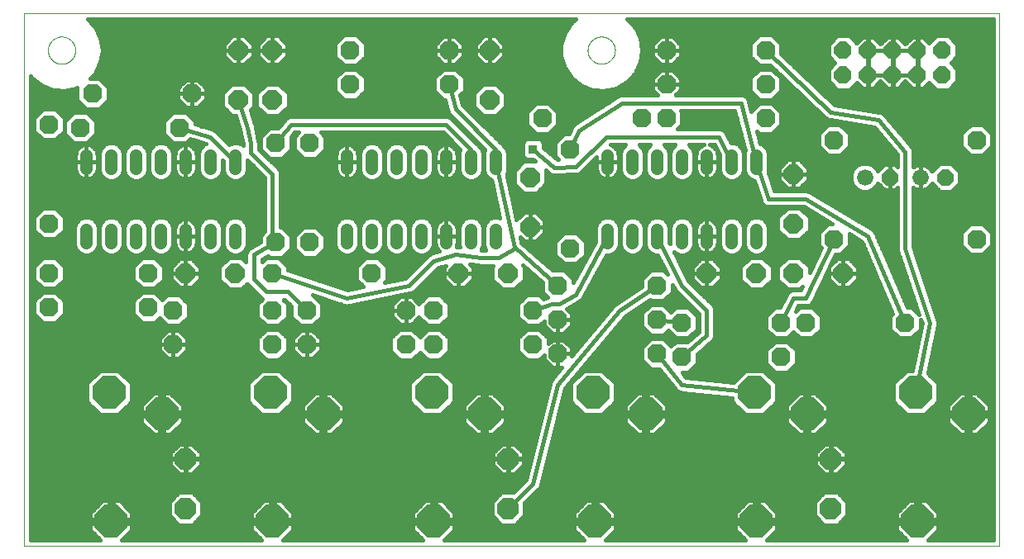
<source format=gtl>
G75*
%MOIN*%
%OFA0B0*%
%FSLAX25Y25*%
%IPPOS*%
%LPD*%
%AMOC8*
5,1,8,0,0,1.08239X$1,22.5*
%
%ADD10C,0.00000*%
%ADD11OC8,0.08000*%
%ADD12OC8,0.06600*%
%ADD13C,0.06600*%
%ADD14OC8,0.08500*%
%ADD15C,0.05150*%
%ADD16OC8,0.07600*%
%ADD17OC8,0.07000*%
%ADD18OC8,0.13055*%
%ADD19C,0.01600*%
%ADD20R,0.03562X0.03562*%
D10*
X0001800Y0015030D02*
X0001800Y0229990D01*
X0394800Y0229990D01*
X0394800Y0015030D01*
X0001800Y0015030D01*
X0011288Y0215030D02*
X0011290Y0215178D01*
X0011296Y0215326D01*
X0011306Y0215474D01*
X0011320Y0215621D01*
X0011338Y0215768D01*
X0011359Y0215914D01*
X0011385Y0216060D01*
X0011415Y0216205D01*
X0011448Y0216349D01*
X0011486Y0216492D01*
X0011527Y0216634D01*
X0011572Y0216775D01*
X0011620Y0216915D01*
X0011673Y0217054D01*
X0011729Y0217191D01*
X0011789Y0217326D01*
X0011852Y0217460D01*
X0011919Y0217592D01*
X0011990Y0217722D01*
X0012064Y0217850D01*
X0012141Y0217976D01*
X0012222Y0218100D01*
X0012306Y0218222D01*
X0012393Y0218341D01*
X0012484Y0218458D01*
X0012578Y0218573D01*
X0012674Y0218685D01*
X0012774Y0218795D01*
X0012876Y0218901D01*
X0012982Y0219005D01*
X0013090Y0219106D01*
X0013201Y0219204D01*
X0013314Y0219300D01*
X0013430Y0219392D01*
X0013548Y0219481D01*
X0013669Y0219566D01*
X0013792Y0219649D01*
X0013917Y0219728D01*
X0014044Y0219804D01*
X0014173Y0219876D01*
X0014304Y0219945D01*
X0014437Y0220010D01*
X0014572Y0220071D01*
X0014708Y0220129D01*
X0014845Y0220184D01*
X0014984Y0220234D01*
X0015125Y0220281D01*
X0015266Y0220324D01*
X0015409Y0220364D01*
X0015553Y0220399D01*
X0015697Y0220431D01*
X0015843Y0220458D01*
X0015989Y0220482D01*
X0016136Y0220502D01*
X0016283Y0220518D01*
X0016430Y0220530D01*
X0016578Y0220538D01*
X0016726Y0220542D01*
X0016874Y0220542D01*
X0017022Y0220538D01*
X0017170Y0220530D01*
X0017317Y0220518D01*
X0017464Y0220502D01*
X0017611Y0220482D01*
X0017757Y0220458D01*
X0017903Y0220431D01*
X0018047Y0220399D01*
X0018191Y0220364D01*
X0018334Y0220324D01*
X0018475Y0220281D01*
X0018616Y0220234D01*
X0018755Y0220184D01*
X0018892Y0220129D01*
X0019028Y0220071D01*
X0019163Y0220010D01*
X0019296Y0219945D01*
X0019427Y0219876D01*
X0019556Y0219804D01*
X0019683Y0219728D01*
X0019808Y0219649D01*
X0019931Y0219566D01*
X0020052Y0219481D01*
X0020170Y0219392D01*
X0020286Y0219300D01*
X0020399Y0219204D01*
X0020510Y0219106D01*
X0020618Y0219005D01*
X0020724Y0218901D01*
X0020826Y0218795D01*
X0020926Y0218685D01*
X0021022Y0218573D01*
X0021116Y0218458D01*
X0021207Y0218341D01*
X0021294Y0218222D01*
X0021378Y0218100D01*
X0021459Y0217976D01*
X0021536Y0217850D01*
X0021610Y0217722D01*
X0021681Y0217592D01*
X0021748Y0217460D01*
X0021811Y0217326D01*
X0021871Y0217191D01*
X0021927Y0217054D01*
X0021980Y0216915D01*
X0022028Y0216775D01*
X0022073Y0216634D01*
X0022114Y0216492D01*
X0022152Y0216349D01*
X0022185Y0216205D01*
X0022215Y0216060D01*
X0022241Y0215914D01*
X0022262Y0215768D01*
X0022280Y0215621D01*
X0022294Y0215474D01*
X0022304Y0215326D01*
X0022310Y0215178D01*
X0022312Y0215030D01*
X0022310Y0214882D01*
X0022304Y0214734D01*
X0022294Y0214586D01*
X0022280Y0214439D01*
X0022262Y0214292D01*
X0022241Y0214146D01*
X0022215Y0214000D01*
X0022185Y0213855D01*
X0022152Y0213711D01*
X0022114Y0213568D01*
X0022073Y0213426D01*
X0022028Y0213285D01*
X0021980Y0213145D01*
X0021927Y0213006D01*
X0021871Y0212869D01*
X0021811Y0212734D01*
X0021748Y0212600D01*
X0021681Y0212468D01*
X0021610Y0212338D01*
X0021536Y0212210D01*
X0021459Y0212084D01*
X0021378Y0211960D01*
X0021294Y0211838D01*
X0021207Y0211719D01*
X0021116Y0211602D01*
X0021022Y0211487D01*
X0020926Y0211375D01*
X0020826Y0211265D01*
X0020724Y0211159D01*
X0020618Y0211055D01*
X0020510Y0210954D01*
X0020399Y0210856D01*
X0020286Y0210760D01*
X0020170Y0210668D01*
X0020052Y0210579D01*
X0019931Y0210494D01*
X0019808Y0210411D01*
X0019683Y0210332D01*
X0019556Y0210256D01*
X0019427Y0210184D01*
X0019296Y0210115D01*
X0019163Y0210050D01*
X0019028Y0209989D01*
X0018892Y0209931D01*
X0018755Y0209876D01*
X0018616Y0209826D01*
X0018475Y0209779D01*
X0018334Y0209736D01*
X0018191Y0209696D01*
X0018047Y0209661D01*
X0017903Y0209629D01*
X0017757Y0209602D01*
X0017611Y0209578D01*
X0017464Y0209558D01*
X0017317Y0209542D01*
X0017170Y0209530D01*
X0017022Y0209522D01*
X0016874Y0209518D01*
X0016726Y0209518D01*
X0016578Y0209522D01*
X0016430Y0209530D01*
X0016283Y0209542D01*
X0016136Y0209558D01*
X0015989Y0209578D01*
X0015843Y0209602D01*
X0015697Y0209629D01*
X0015553Y0209661D01*
X0015409Y0209696D01*
X0015266Y0209736D01*
X0015125Y0209779D01*
X0014984Y0209826D01*
X0014845Y0209876D01*
X0014708Y0209931D01*
X0014572Y0209989D01*
X0014437Y0210050D01*
X0014304Y0210115D01*
X0014173Y0210184D01*
X0014044Y0210256D01*
X0013917Y0210332D01*
X0013792Y0210411D01*
X0013669Y0210494D01*
X0013548Y0210579D01*
X0013430Y0210668D01*
X0013314Y0210760D01*
X0013201Y0210856D01*
X0013090Y0210954D01*
X0012982Y0211055D01*
X0012876Y0211159D01*
X0012774Y0211265D01*
X0012674Y0211375D01*
X0012578Y0211487D01*
X0012484Y0211602D01*
X0012393Y0211719D01*
X0012306Y0211838D01*
X0012222Y0211960D01*
X0012141Y0212084D01*
X0012064Y0212210D01*
X0011990Y0212338D01*
X0011919Y0212468D01*
X0011852Y0212600D01*
X0011789Y0212734D01*
X0011729Y0212869D01*
X0011673Y0213006D01*
X0011620Y0213145D01*
X0011572Y0213285D01*
X0011527Y0213426D01*
X0011486Y0213568D01*
X0011448Y0213711D01*
X0011415Y0213855D01*
X0011385Y0214000D01*
X0011359Y0214146D01*
X0011338Y0214292D01*
X0011320Y0214439D01*
X0011306Y0214586D01*
X0011296Y0214734D01*
X0011290Y0214882D01*
X0011288Y0215030D01*
X0228788Y0215030D02*
X0228790Y0215178D01*
X0228796Y0215326D01*
X0228806Y0215474D01*
X0228820Y0215621D01*
X0228838Y0215768D01*
X0228859Y0215914D01*
X0228885Y0216060D01*
X0228915Y0216205D01*
X0228948Y0216349D01*
X0228986Y0216492D01*
X0229027Y0216634D01*
X0229072Y0216775D01*
X0229120Y0216915D01*
X0229173Y0217054D01*
X0229229Y0217191D01*
X0229289Y0217326D01*
X0229352Y0217460D01*
X0229419Y0217592D01*
X0229490Y0217722D01*
X0229564Y0217850D01*
X0229641Y0217976D01*
X0229722Y0218100D01*
X0229806Y0218222D01*
X0229893Y0218341D01*
X0229984Y0218458D01*
X0230078Y0218573D01*
X0230174Y0218685D01*
X0230274Y0218795D01*
X0230376Y0218901D01*
X0230482Y0219005D01*
X0230590Y0219106D01*
X0230701Y0219204D01*
X0230814Y0219300D01*
X0230930Y0219392D01*
X0231048Y0219481D01*
X0231169Y0219566D01*
X0231292Y0219649D01*
X0231417Y0219728D01*
X0231544Y0219804D01*
X0231673Y0219876D01*
X0231804Y0219945D01*
X0231937Y0220010D01*
X0232072Y0220071D01*
X0232208Y0220129D01*
X0232345Y0220184D01*
X0232484Y0220234D01*
X0232625Y0220281D01*
X0232766Y0220324D01*
X0232909Y0220364D01*
X0233053Y0220399D01*
X0233197Y0220431D01*
X0233343Y0220458D01*
X0233489Y0220482D01*
X0233636Y0220502D01*
X0233783Y0220518D01*
X0233930Y0220530D01*
X0234078Y0220538D01*
X0234226Y0220542D01*
X0234374Y0220542D01*
X0234522Y0220538D01*
X0234670Y0220530D01*
X0234817Y0220518D01*
X0234964Y0220502D01*
X0235111Y0220482D01*
X0235257Y0220458D01*
X0235403Y0220431D01*
X0235547Y0220399D01*
X0235691Y0220364D01*
X0235834Y0220324D01*
X0235975Y0220281D01*
X0236116Y0220234D01*
X0236255Y0220184D01*
X0236392Y0220129D01*
X0236528Y0220071D01*
X0236663Y0220010D01*
X0236796Y0219945D01*
X0236927Y0219876D01*
X0237056Y0219804D01*
X0237183Y0219728D01*
X0237308Y0219649D01*
X0237431Y0219566D01*
X0237552Y0219481D01*
X0237670Y0219392D01*
X0237786Y0219300D01*
X0237899Y0219204D01*
X0238010Y0219106D01*
X0238118Y0219005D01*
X0238224Y0218901D01*
X0238326Y0218795D01*
X0238426Y0218685D01*
X0238522Y0218573D01*
X0238616Y0218458D01*
X0238707Y0218341D01*
X0238794Y0218222D01*
X0238878Y0218100D01*
X0238959Y0217976D01*
X0239036Y0217850D01*
X0239110Y0217722D01*
X0239181Y0217592D01*
X0239248Y0217460D01*
X0239311Y0217326D01*
X0239371Y0217191D01*
X0239427Y0217054D01*
X0239480Y0216915D01*
X0239528Y0216775D01*
X0239573Y0216634D01*
X0239614Y0216492D01*
X0239652Y0216349D01*
X0239685Y0216205D01*
X0239715Y0216060D01*
X0239741Y0215914D01*
X0239762Y0215768D01*
X0239780Y0215621D01*
X0239794Y0215474D01*
X0239804Y0215326D01*
X0239810Y0215178D01*
X0239812Y0215030D01*
X0239810Y0214882D01*
X0239804Y0214734D01*
X0239794Y0214586D01*
X0239780Y0214439D01*
X0239762Y0214292D01*
X0239741Y0214146D01*
X0239715Y0214000D01*
X0239685Y0213855D01*
X0239652Y0213711D01*
X0239614Y0213568D01*
X0239573Y0213426D01*
X0239528Y0213285D01*
X0239480Y0213145D01*
X0239427Y0213006D01*
X0239371Y0212869D01*
X0239311Y0212734D01*
X0239248Y0212600D01*
X0239181Y0212468D01*
X0239110Y0212338D01*
X0239036Y0212210D01*
X0238959Y0212084D01*
X0238878Y0211960D01*
X0238794Y0211838D01*
X0238707Y0211719D01*
X0238616Y0211602D01*
X0238522Y0211487D01*
X0238426Y0211375D01*
X0238326Y0211265D01*
X0238224Y0211159D01*
X0238118Y0211055D01*
X0238010Y0210954D01*
X0237899Y0210856D01*
X0237786Y0210760D01*
X0237670Y0210668D01*
X0237552Y0210579D01*
X0237431Y0210494D01*
X0237308Y0210411D01*
X0237183Y0210332D01*
X0237056Y0210256D01*
X0236927Y0210184D01*
X0236796Y0210115D01*
X0236663Y0210050D01*
X0236528Y0209989D01*
X0236392Y0209931D01*
X0236255Y0209876D01*
X0236116Y0209826D01*
X0235975Y0209779D01*
X0235834Y0209736D01*
X0235691Y0209696D01*
X0235547Y0209661D01*
X0235403Y0209629D01*
X0235257Y0209602D01*
X0235111Y0209578D01*
X0234964Y0209558D01*
X0234817Y0209542D01*
X0234670Y0209530D01*
X0234522Y0209522D01*
X0234374Y0209518D01*
X0234226Y0209518D01*
X0234078Y0209522D01*
X0233930Y0209530D01*
X0233783Y0209542D01*
X0233636Y0209558D01*
X0233489Y0209578D01*
X0233343Y0209602D01*
X0233197Y0209629D01*
X0233053Y0209661D01*
X0232909Y0209696D01*
X0232766Y0209736D01*
X0232625Y0209779D01*
X0232484Y0209826D01*
X0232345Y0209876D01*
X0232208Y0209931D01*
X0232072Y0209989D01*
X0231937Y0210050D01*
X0231804Y0210115D01*
X0231673Y0210184D01*
X0231544Y0210256D01*
X0231417Y0210332D01*
X0231292Y0210411D01*
X0231169Y0210494D01*
X0231048Y0210579D01*
X0230930Y0210668D01*
X0230814Y0210760D01*
X0230701Y0210856D01*
X0230590Y0210954D01*
X0230482Y0211055D01*
X0230376Y0211159D01*
X0230274Y0211265D01*
X0230174Y0211375D01*
X0230078Y0211487D01*
X0229984Y0211602D01*
X0229893Y0211719D01*
X0229806Y0211838D01*
X0229722Y0211960D01*
X0229641Y0212084D01*
X0229564Y0212210D01*
X0229490Y0212338D01*
X0229419Y0212468D01*
X0229352Y0212600D01*
X0229289Y0212734D01*
X0229229Y0212869D01*
X0229173Y0213006D01*
X0229120Y0213145D01*
X0229072Y0213285D01*
X0229027Y0213426D01*
X0228986Y0213568D01*
X0228948Y0213711D01*
X0228915Y0213855D01*
X0228885Y0214000D01*
X0228859Y0214146D01*
X0228838Y0214292D01*
X0228820Y0214439D01*
X0228806Y0214586D01*
X0228796Y0214734D01*
X0228790Y0214882D01*
X0228788Y0215030D01*
D11*
X0189300Y0215030D03*
X0189300Y0195030D03*
X0205550Y0163780D03*
X0205550Y0143780D03*
X0196800Y0125030D03*
X0176800Y0125030D03*
X0086800Y0125030D03*
X0066800Y0125030D03*
X0088050Y0195030D03*
X0101800Y0195030D03*
X0101800Y0215030D03*
X0088050Y0215030D03*
X0276800Y0125030D03*
X0296800Y0125030D03*
X0311800Y0125030D03*
X0331800Y0125030D03*
X0311800Y0145030D03*
X0311800Y0165030D03*
D12*
X0350550Y0163780D03*
X0373050Y0163780D03*
D13*
X0363050Y0163780D03*
X0340550Y0163780D03*
D14*
X0326800Y0050030D03*
X0326800Y0030030D03*
X0196800Y0030030D03*
X0196800Y0050030D03*
X0066800Y0050030D03*
X0066800Y0030030D03*
D15*
X0066800Y0137455D02*
X0066800Y0142604D01*
X0056800Y0142604D02*
X0056800Y0137455D01*
X0046800Y0137455D02*
X0046800Y0142604D01*
X0036800Y0142604D02*
X0036800Y0137455D01*
X0026800Y0137455D02*
X0026800Y0142604D01*
X0026800Y0167455D02*
X0026800Y0172604D01*
X0036800Y0172604D02*
X0036800Y0167455D01*
X0046800Y0167455D02*
X0046800Y0172604D01*
X0056800Y0172604D02*
X0056800Y0167455D01*
X0066800Y0167455D02*
X0066800Y0172604D01*
X0076800Y0172604D02*
X0076800Y0167455D01*
X0086800Y0167455D02*
X0086800Y0172604D01*
X0131800Y0172604D02*
X0131800Y0167455D01*
X0141800Y0167455D02*
X0141800Y0172604D01*
X0151800Y0172604D02*
X0151800Y0167455D01*
X0161800Y0167455D02*
X0161800Y0172604D01*
X0171800Y0172604D02*
X0171800Y0167455D01*
X0181800Y0167455D02*
X0181800Y0172604D01*
X0191800Y0172604D02*
X0191800Y0167455D01*
X0191800Y0142604D02*
X0191800Y0137455D01*
X0181800Y0137455D02*
X0181800Y0142604D01*
X0171800Y0142604D02*
X0171800Y0137455D01*
X0161800Y0137455D02*
X0161800Y0142604D01*
X0151800Y0142604D02*
X0151800Y0137455D01*
X0141800Y0137455D02*
X0141800Y0142604D01*
X0131800Y0142604D02*
X0131800Y0137455D01*
X0086800Y0137455D02*
X0086800Y0142604D01*
X0076800Y0142604D02*
X0076800Y0137455D01*
X0236800Y0137455D02*
X0236800Y0142604D01*
X0246800Y0142604D02*
X0246800Y0137455D01*
X0256800Y0137455D02*
X0256800Y0142604D01*
X0266800Y0142604D02*
X0266800Y0137455D01*
X0276800Y0137455D02*
X0276800Y0142604D01*
X0286800Y0142604D02*
X0286800Y0137455D01*
X0296800Y0137455D02*
X0296800Y0142604D01*
X0296800Y0167455D02*
X0296800Y0172604D01*
X0286800Y0172604D02*
X0286800Y0167455D01*
X0276800Y0167455D02*
X0276800Y0172604D01*
X0266800Y0172604D02*
X0266800Y0167455D01*
X0256800Y0167455D02*
X0256800Y0172604D01*
X0246800Y0172604D02*
X0246800Y0167455D01*
X0236800Y0167455D02*
X0236800Y0172604D01*
D16*
X0221800Y0175030D03*
X0210550Y0187530D03*
X0173050Y0201280D03*
X0173050Y0215030D03*
X0133050Y0215030D03*
X0133050Y0201280D03*
X0116800Y0177530D03*
X0103050Y0177530D03*
X0069300Y0197530D03*
X0064300Y0183780D03*
X0029300Y0197530D03*
X0024300Y0183780D03*
X0011800Y0185030D03*
X0011800Y0145030D03*
X0011800Y0125030D03*
X0011800Y0111280D03*
X0051800Y0111280D03*
X0061800Y0110030D03*
X0061800Y0096280D03*
X0101800Y0096280D03*
X0115550Y0096280D03*
X0115550Y0110030D03*
X0101800Y0110030D03*
X0101800Y0125030D03*
X0103050Y0137530D03*
X0116800Y0137530D03*
X0141800Y0125030D03*
X0155550Y0110030D03*
X0166800Y0110030D03*
X0166800Y0096280D03*
X0155550Y0096280D03*
X0206800Y0096280D03*
X0216800Y0092530D03*
X0216800Y0106280D03*
X0206800Y0110030D03*
X0216800Y0120030D03*
X0221800Y0135030D03*
X0256800Y0120030D03*
X0256800Y0106280D03*
X0266800Y0105030D03*
X0266800Y0091280D03*
X0256800Y0092530D03*
X0306800Y0091280D03*
X0306800Y0105030D03*
X0316800Y0105030D03*
X0356800Y0105030D03*
X0328050Y0138780D03*
X0385550Y0138780D03*
X0385550Y0178780D03*
X0328050Y0178780D03*
X0300550Y0187530D03*
X0300550Y0201280D03*
X0300550Y0215030D03*
X0260550Y0215030D03*
X0260550Y0201280D03*
X0260550Y0187530D03*
X0250550Y0187530D03*
X0051800Y0125030D03*
D17*
X0331800Y0205030D03*
X0341800Y0205030D03*
X0351800Y0205030D03*
X0361800Y0205030D03*
X0371800Y0205030D03*
X0371800Y0215030D03*
X0361800Y0215030D03*
X0351800Y0215030D03*
X0341800Y0215030D03*
X0331800Y0215030D03*
D18*
X0361013Y0076841D03*
X0382272Y0068179D03*
X0317272Y0068179D03*
X0296013Y0076841D03*
X0252272Y0068179D03*
X0231013Y0076841D03*
X0187272Y0068179D03*
X0166013Y0076841D03*
X0122272Y0068179D03*
X0101013Y0076841D03*
X0057272Y0068179D03*
X0036013Y0076841D03*
X0036800Y0024872D03*
X0101800Y0024872D03*
X0166800Y0024872D03*
X0231800Y0024872D03*
X0296800Y0024872D03*
X0361800Y0024872D03*
D19*
X0362600Y0024621D02*
X0392400Y0024621D01*
X0392400Y0026219D02*
X0370128Y0026219D01*
X0370128Y0025672D02*
X0370128Y0028321D01*
X0365249Y0033200D01*
X0362600Y0033200D01*
X0362600Y0025672D01*
X0370128Y0025672D01*
X0370128Y0024072D02*
X0362600Y0024072D01*
X0362600Y0025672D01*
X0361000Y0025672D01*
X0361000Y0024072D01*
X0353472Y0024072D01*
X0353472Y0021423D01*
X0357466Y0017430D01*
X0301134Y0017430D01*
X0305128Y0021423D01*
X0305128Y0024072D01*
X0297600Y0024072D01*
X0297600Y0025672D01*
X0305128Y0025672D01*
X0305128Y0028321D01*
X0300249Y0033200D01*
X0297600Y0033200D01*
X0297600Y0025672D01*
X0296000Y0025672D01*
X0296000Y0024072D01*
X0288472Y0024072D01*
X0288472Y0021423D01*
X0292466Y0017430D01*
X0236134Y0017430D01*
X0240128Y0021423D01*
X0240128Y0024072D01*
X0232600Y0024072D01*
X0232600Y0025672D01*
X0240128Y0025672D01*
X0240128Y0028321D01*
X0235249Y0033200D01*
X0232600Y0033200D01*
X0232600Y0025672D01*
X0231000Y0025672D01*
X0231000Y0024072D01*
X0223472Y0024072D01*
X0223472Y0021423D01*
X0227466Y0017430D01*
X0171134Y0017430D01*
X0175128Y0021423D01*
X0175128Y0024072D01*
X0167600Y0024072D01*
X0167600Y0025672D01*
X0175128Y0025672D01*
X0175128Y0028321D01*
X0170249Y0033200D01*
X0167600Y0033200D01*
X0167600Y0025672D01*
X0166000Y0025672D01*
X0166000Y0024072D01*
X0158472Y0024072D01*
X0158472Y0021423D01*
X0162466Y0017430D01*
X0106134Y0017430D01*
X0110128Y0021423D01*
X0110128Y0024072D01*
X0102600Y0024072D01*
X0102600Y0025672D01*
X0110128Y0025672D01*
X0110128Y0028321D01*
X0105249Y0033200D01*
X0102600Y0033200D01*
X0102600Y0025672D01*
X0101000Y0025672D01*
X0101000Y0024072D01*
X0093472Y0024072D01*
X0093472Y0021423D01*
X0097466Y0017430D01*
X0041134Y0017430D01*
X0045128Y0021423D01*
X0045128Y0024072D01*
X0037600Y0024072D01*
X0037600Y0025672D01*
X0045128Y0025672D01*
X0045128Y0028321D01*
X0040249Y0033200D01*
X0037600Y0033200D01*
X0037600Y0025672D01*
X0036000Y0025672D01*
X0036000Y0024072D01*
X0028472Y0024072D01*
X0028472Y0021423D01*
X0032466Y0017430D01*
X0004200Y0017430D01*
X0004200Y0204722D01*
X0004778Y0203875D01*
X0004778Y0203875D01*
X0008600Y0200827D01*
X0013151Y0199041D01*
X0018026Y0198675D01*
X0022792Y0199763D01*
X0023100Y0199941D01*
X0023100Y0194961D01*
X0026732Y0191330D01*
X0031868Y0191330D01*
X0035500Y0194961D01*
X0035500Y0200098D01*
X0031868Y0203730D01*
X0028437Y0203730D01*
X0030350Y0205791D01*
X0032471Y0210196D01*
X0033200Y0215030D01*
X0032471Y0219863D01*
X0032471Y0219864D01*
X0030350Y0224268D01*
X0027268Y0227590D01*
X0224041Y0227590D01*
X0222278Y0226184D01*
X0219524Y0222145D01*
X0218083Y0217474D01*
X0218083Y0212585D01*
X0219524Y0207914D01*
X0219524Y0207914D01*
X0222278Y0203875D01*
X0222278Y0203875D01*
X0226100Y0200827D01*
X0230651Y0199041D01*
X0235526Y0198675D01*
X0240292Y0199763D01*
X0244525Y0202207D01*
X0244525Y0202208D01*
X0247850Y0205791D01*
X0249971Y0210196D01*
X0250700Y0215030D01*
X0249971Y0219863D01*
X0249971Y0219864D01*
X0247850Y0224268D01*
X0244768Y0227590D01*
X0392400Y0227590D01*
X0392400Y0017430D01*
X0366134Y0017430D01*
X0370128Y0021423D01*
X0370128Y0024072D01*
X0370128Y0023022D02*
X0392400Y0023022D01*
X0392400Y0021424D02*
X0370128Y0021424D01*
X0368530Y0019825D02*
X0392400Y0019825D01*
X0392400Y0018227D02*
X0366931Y0018227D01*
X0361000Y0024621D02*
X0330796Y0024621D01*
X0329555Y0023380D02*
X0333450Y0027275D01*
X0333450Y0032784D01*
X0329555Y0036680D01*
X0324045Y0036680D01*
X0320150Y0032784D01*
X0320150Y0027275D01*
X0324045Y0023380D01*
X0329555Y0023380D01*
X0332394Y0026219D02*
X0353472Y0026219D01*
X0353472Y0025672D02*
X0361000Y0025672D01*
X0361000Y0033200D01*
X0358351Y0033200D01*
X0353472Y0028321D01*
X0353472Y0025672D01*
X0353472Y0027818D02*
X0333450Y0027818D01*
X0333450Y0029416D02*
X0354567Y0029416D01*
X0356166Y0031015D02*
X0333450Y0031015D01*
X0333450Y0032613D02*
X0357764Y0032613D01*
X0361000Y0032613D02*
X0362600Y0032613D01*
X0362600Y0031015D02*
X0361000Y0031015D01*
X0361000Y0029416D02*
X0362600Y0029416D01*
X0362600Y0027818D02*
X0361000Y0027818D01*
X0361000Y0026219D02*
X0362600Y0026219D01*
X0367434Y0031015D02*
X0392400Y0031015D01*
X0392400Y0032613D02*
X0365836Y0032613D01*
X0369033Y0029416D02*
X0392400Y0029416D01*
X0392400Y0027818D02*
X0370128Y0027818D01*
X0355070Y0019825D02*
X0303530Y0019825D01*
X0305128Y0021424D02*
X0353472Y0021424D01*
X0353472Y0023022D02*
X0305128Y0023022D01*
X0305128Y0026219D02*
X0321206Y0026219D01*
X0320150Y0027818D02*
X0305128Y0027818D01*
X0304033Y0029416D02*
X0320150Y0029416D01*
X0320150Y0031015D02*
X0302434Y0031015D01*
X0300836Y0032613D02*
X0320150Y0032613D01*
X0321578Y0034212D02*
X0205508Y0034212D01*
X0207106Y0035810D02*
X0323176Y0035810D01*
X0330424Y0035810D02*
X0392400Y0035810D01*
X0392400Y0034212D02*
X0332022Y0034212D01*
X0329306Y0043980D02*
X0327000Y0043980D01*
X0327000Y0049829D01*
X0326600Y0049829D01*
X0326600Y0043980D01*
X0324294Y0043980D01*
X0320750Y0047524D01*
X0320750Y0049830D01*
X0326600Y0049830D01*
X0326600Y0050230D01*
X0326600Y0056080D01*
X0324294Y0056080D01*
X0320750Y0052536D01*
X0320750Y0050230D01*
X0326600Y0050230D01*
X0327000Y0050230D01*
X0327000Y0056080D01*
X0329306Y0056080D01*
X0332850Y0052536D01*
X0332850Y0050230D01*
X0327000Y0050230D01*
X0327000Y0049830D01*
X0332850Y0049830D01*
X0332850Y0047524D01*
X0329306Y0043980D01*
X0330728Y0045401D02*
X0392400Y0045401D01*
X0392400Y0043803D02*
X0211042Y0043803D01*
X0211441Y0045401D02*
X0322872Y0045401D01*
X0321274Y0047000D02*
X0211841Y0047000D01*
X0212241Y0048598D02*
X0320750Y0048598D01*
X0326600Y0048598D02*
X0327000Y0048598D01*
X0327000Y0047000D02*
X0326600Y0047000D01*
X0326600Y0045401D02*
X0327000Y0045401D01*
X0327000Y0050197D02*
X0392400Y0050197D01*
X0392400Y0051795D02*
X0332850Y0051795D01*
X0331992Y0053394D02*
X0392400Y0053394D01*
X0392400Y0054992D02*
X0330393Y0054992D01*
X0327000Y0054992D02*
X0326600Y0054992D01*
X0326600Y0053394D02*
X0327000Y0053394D01*
X0327000Y0051795D02*
X0326600Y0051795D01*
X0326600Y0050197D02*
X0212640Y0050197D01*
X0213040Y0051795D02*
X0320750Y0051795D01*
X0321608Y0053394D02*
X0213440Y0053394D01*
X0213839Y0054992D02*
X0323207Y0054992D01*
X0320722Y0059852D02*
X0318072Y0059852D01*
X0318072Y0067379D01*
X0316472Y0067379D01*
X0308945Y0067379D01*
X0308945Y0064730D01*
X0313823Y0059852D01*
X0316472Y0059852D01*
X0316472Y0067379D01*
X0316472Y0068979D01*
X0308945Y0068979D01*
X0308945Y0071629D01*
X0313823Y0076507D01*
X0316472Y0076507D01*
X0316472Y0068979D01*
X0318072Y0068979D01*
X0318072Y0076507D01*
X0320722Y0076507D01*
X0325600Y0071629D01*
X0325600Y0068979D01*
X0318072Y0068979D01*
X0318072Y0067379D01*
X0325600Y0067379D01*
X0325600Y0064730D01*
X0320722Y0059852D01*
X0322257Y0061386D02*
X0377288Y0061386D01*
X0378823Y0059852D02*
X0373945Y0064730D01*
X0373945Y0067379D01*
X0381472Y0067379D01*
X0381472Y0068979D01*
X0373945Y0068979D01*
X0373945Y0071629D01*
X0378823Y0076507D01*
X0381472Y0076507D01*
X0381472Y0068979D01*
X0383072Y0068979D01*
X0383072Y0076507D01*
X0385722Y0076507D01*
X0390600Y0071629D01*
X0390600Y0068979D01*
X0383072Y0068979D01*
X0383072Y0067379D01*
X0383072Y0059852D01*
X0385722Y0059852D01*
X0390600Y0064730D01*
X0390600Y0067379D01*
X0383072Y0067379D01*
X0381472Y0067379D01*
X0381472Y0059852D01*
X0378823Y0059852D01*
X0381472Y0061386D02*
X0383072Y0061386D01*
X0383072Y0062985D02*
X0381472Y0062985D01*
X0381472Y0064583D02*
X0383072Y0064583D01*
X0383072Y0066182D02*
X0381472Y0066182D01*
X0381472Y0067780D02*
X0318072Y0067780D01*
X0318072Y0066182D02*
X0316472Y0066182D01*
X0316472Y0067780D02*
X0253072Y0067780D01*
X0253072Y0067379D02*
X0253072Y0068979D01*
X0251472Y0068979D01*
X0251472Y0067379D01*
X0243945Y0067379D01*
X0243945Y0064730D01*
X0248823Y0059852D01*
X0251472Y0059852D01*
X0251472Y0067379D01*
X0253072Y0067379D01*
X0253072Y0059852D01*
X0255722Y0059852D01*
X0260600Y0064730D01*
X0260600Y0067379D01*
X0253072Y0067379D01*
X0253072Y0066182D02*
X0251472Y0066182D01*
X0251472Y0067780D02*
X0217036Y0067780D01*
X0216637Y0066182D02*
X0243945Y0066182D01*
X0244091Y0064583D02*
X0216237Y0064583D01*
X0215837Y0062985D02*
X0245690Y0062985D01*
X0247288Y0061386D02*
X0215438Y0061386D01*
X0215038Y0059788D02*
X0392400Y0059788D01*
X0392400Y0061386D02*
X0387257Y0061386D01*
X0388855Y0062985D02*
X0392400Y0062985D01*
X0392400Y0064583D02*
X0390454Y0064583D01*
X0390600Y0066182D02*
X0392400Y0066182D01*
X0392400Y0067780D02*
X0383072Y0067780D01*
X0383072Y0069379D02*
X0381472Y0069379D01*
X0381472Y0070977D02*
X0383072Y0070977D01*
X0383072Y0072576D02*
X0381472Y0072576D01*
X0381472Y0074174D02*
X0383072Y0074174D01*
X0383072Y0075773D02*
X0381472Y0075773D01*
X0378089Y0075773D02*
X0369940Y0075773D01*
X0369940Y0077371D02*
X0392400Y0077371D01*
X0392400Y0075773D02*
X0386456Y0075773D01*
X0388054Y0074174D02*
X0392400Y0074174D01*
X0392400Y0072576D02*
X0389653Y0072576D01*
X0390600Y0070977D02*
X0392400Y0070977D01*
X0392400Y0069379D02*
X0390600Y0069379D01*
X0376491Y0074174D02*
X0369940Y0074174D01*
X0369940Y0073143D02*
X0364711Y0067913D01*
X0357315Y0067913D01*
X0352085Y0073143D01*
X0352085Y0080538D01*
X0357315Y0085768D01*
X0359579Y0085768D01*
X0363493Y0104832D01*
X0363000Y0106310D01*
X0363000Y0102461D01*
X0359368Y0098830D01*
X0354232Y0098830D01*
X0350600Y0102461D01*
X0350600Y0107598D01*
X0351733Y0108730D01*
X0339266Y0137818D01*
X0334250Y0140828D01*
X0334250Y0136211D01*
X0330618Y0132580D01*
X0328654Y0132580D01*
X0326410Y0127842D01*
X0329398Y0130830D01*
X0331800Y0130830D01*
X0331800Y0125030D01*
X0331800Y0125030D01*
X0331800Y0130830D01*
X0334202Y0130830D01*
X0337600Y0127432D01*
X0337600Y0125030D01*
X0331800Y0125030D01*
X0331800Y0125029D01*
X0331800Y0119230D01*
X0334202Y0119230D01*
X0337600Y0122627D01*
X0337600Y0125029D01*
X0331800Y0125029D01*
X0331800Y0125029D01*
X0331800Y0119230D01*
X0329398Y0119230D01*
X0326000Y0122627D01*
X0326000Y0125029D01*
X0331800Y0125029D01*
X0331800Y0125030D01*
X0326000Y0125030D01*
X0326000Y0126977D01*
X0319726Y0113732D01*
X0319513Y0113217D01*
X0319455Y0113159D01*
X0319419Y0113084D01*
X0319007Y0112711D01*
X0318613Y0112317D01*
X0318537Y0112285D01*
X0318476Y0112230D01*
X0317951Y0112043D01*
X0317437Y0111830D01*
X0317354Y0111830D01*
X0317277Y0111802D01*
X0316721Y0111830D01*
X0313778Y0111830D01*
X0312723Y0109721D01*
X0314232Y0111230D01*
X0319368Y0111230D01*
X0323000Y0107598D01*
X0323000Y0102461D01*
X0319368Y0098830D01*
X0314232Y0098830D01*
X0311800Y0101261D01*
X0309368Y0098830D01*
X0304232Y0098830D01*
X0300600Y0102461D01*
X0300600Y0107598D01*
X0304232Y0111230D01*
X0306322Y0111230D01*
X0308887Y0116359D01*
X0309087Y0116842D01*
X0309170Y0116925D01*
X0309222Y0117030D01*
X0309618Y0117373D01*
X0309987Y0117742D01*
X0310096Y0117787D01*
X0310184Y0117864D01*
X0310680Y0118029D01*
X0311163Y0118230D01*
X0311281Y0118230D01*
X0311392Y0118267D01*
X0311914Y0118230D01*
X0314775Y0118230D01*
X0315427Y0119605D01*
X0314451Y0118630D01*
X0309149Y0118630D01*
X0305400Y0122379D01*
X0305400Y0127680D01*
X0309149Y0131430D01*
X0314451Y0131430D01*
X0318200Y0127680D01*
X0318200Y0125460D01*
X0322829Y0135232D01*
X0321850Y0136211D01*
X0321850Y0141348D01*
X0325482Y0144980D01*
X0327330Y0144980D01*
X0315914Y0151830D01*
X0302319Y0151830D01*
X0302208Y0151792D01*
X0301686Y0151830D01*
X0301163Y0151830D01*
X0301055Y0151874D01*
X0300938Y0151883D01*
X0300470Y0152117D01*
X0299987Y0152317D01*
X0299904Y0152400D01*
X0299800Y0152452D01*
X0299457Y0152847D01*
X0299087Y0153217D01*
X0299042Y0153325D01*
X0298966Y0153414D01*
X0298800Y0153910D01*
X0298600Y0154393D01*
X0298600Y0154510D01*
X0295943Y0162480D01*
X0295810Y0162480D01*
X0293982Y0163237D01*
X0292583Y0164637D01*
X0291825Y0166465D01*
X0291825Y0173594D01*
X0292270Y0174668D01*
X0288083Y0190580D01*
X0266268Y0190580D01*
X0266750Y0190098D01*
X0266750Y0184961D01*
X0265018Y0183230D01*
X0281686Y0183230D01*
X0282208Y0183267D01*
X0282319Y0183230D01*
X0282437Y0183230D01*
X0282920Y0183029D01*
X0283416Y0182864D01*
X0283504Y0182787D01*
X0283613Y0182742D01*
X0283982Y0182373D01*
X0284377Y0182030D01*
X0284430Y0181925D01*
X0284513Y0181842D01*
X0284713Y0181359D01*
X0286603Y0177579D01*
X0287790Y0177579D01*
X0289618Y0176822D01*
X0291017Y0175422D01*
X0291775Y0173594D01*
X0291775Y0166465D01*
X0291017Y0164637D01*
X0289618Y0163237D01*
X0287790Y0162480D01*
X0285810Y0162480D01*
X0283982Y0163237D01*
X0282583Y0164637D01*
X0281825Y0166465D01*
X0281825Y0172824D01*
X0279822Y0176830D01*
X0277953Y0176830D01*
X0278479Y0176659D01*
X0279093Y0176346D01*
X0279650Y0175941D01*
X0280137Y0175454D01*
X0280542Y0174897D01*
X0280854Y0174284D01*
X0281067Y0173629D01*
X0281175Y0172949D01*
X0281175Y0170030D01*
X0276800Y0170030D01*
X0276800Y0170029D01*
X0276800Y0163080D01*
X0277144Y0163080D01*
X0277824Y0163188D01*
X0278479Y0163400D01*
X0279093Y0163713D01*
X0279650Y0164118D01*
X0280137Y0164605D01*
X0280542Y0165162D01*
X0280854Y0165775D01*
X0281067Y0166430D01*
X0281175Y0167110D01*
X0281175Y0170029D01*
X0276800Y0170029D01*
X0276800Y0170029D01*
X0276800Y0163080D01*
X0276456Y0163080D01*
X0275776Y0163188D01*
X0275121Y0163400D01*
X0274507Y0163713D01*
X0273950Y0164118D01*
X0273463Y0164605D01*
X0273058Y0165162D01*
X0272746Y0165775D01*
X0272533Y0166430D01*
X0272425Y0167110D01*
X0272425Y0170029D01*
X0276800Y0170029D01*
X0276800Y0170030D01*
X0272425Y0170030D01*
X0272425Y0172949D01*
X0272533Y0173629D01*
X0272746Y0174284D01*
X0273058Y0174897D01*
X0273463Y0175454D01*
X0273950Y0175941D01*
X0274507Y0176346D01*
X0275121Y0176659D01*
X0275647Y0176830D01*
X0269599Y0176830D01*
X0269618Y0176822D01*
X0271017Y0175422D01*
X0271775Y0173594D01*
X0271775Y0166465D01*
X0271017Y0164637D01*
X0269618Y0163237D01*
X0267790Y0162480D01*
X0265810Y0162480D01*
X0263982Y0163237D01*
X0262583Y0164637D01*
X0261825Y0166465D01*
X0261825Y0173594D01*
X0262583Y0175422D01*
X0263982Y0176822D01*
X0264001Y0176830D01*
X0259599Y0176830D01*
X0259618Y0176822D01*
X0261017Y0175422D01*
X0261775Y0173594D01*
X0261775Y0166465D01*
X0261017Y0164637D01*
X0259618Y0163237D01*
X0257790Y0162480D01*
X0255810Y0162480D01*
X0253982Y0163237D01*
X0252583Y0164637D01*
X0251825Y0166465D01*
X0251825Y0173594D01*
X0252583Y0175422D01*
X0253982Y0176822D01*
X0254001Y0176830D01*
X0249599Y0176830D01*
X0249618Y0176822D01*
X0251017Y0175422D01*
X0251775Y0173594D01*
X0251775Y0166465D01*
X0251017Y0164637D01*
X0249618Y0163237D01*
X0247790Y0162480D01*
X0245810Y0162480D01*
X0243982Y0163237D01*
X0242583Y0164637D01*
X0241825Y0166465D01*
X0241825Y0173594D01*
X0242583Y0175422D01*
X0243982Y0176822D01*
X0244001Y0176830D01*
X0237953Y0176830D01*
X0238479Y0176659D01*
X0239093Y0176346D01*
X0239650Y0175941D01*
X0240137Y0175454D01*
X0240542Y0174897D01*
X0240854Y0174284D01*
X0241067Y0173629D01*
X0241175Y0172949D01*
X0241175Y0170030D01*
X0236800Y0170030D01*
X0236800Y0170029D01*
X0236800Y0163080D01*
X0237144Y0163080D01*
X0237824Y0163188D01*
X0238479Y0163400D01*
X0239093Y0163713D01*
X0239650Y0164118D01*
X0240137Y0164605D01*
X0240542Y0165162D01*
X0240854Y0165775D01*
X0241067Y0166430D01*
X0241175Y0167110D01*
X0241175Y0170029D01*
X0236800Y0170029D01*
X0236800Y0170029D01*
X0236800Y0163080D01*
X0236456Y0163080D01*
X0235776Y0163188D01*
X0235121Y0163400D01*
X0234507Y0163713D01*
X0233950Y0164118D01*
X0233463Y0164605D01*
X0233058Y0165162D01*
X0232746Y0165775D01*
X0232533Y0166430D01*
X0232425Y0167110D01*
X0232425Y0170029D01*
X0236800Y0170029D01*
X0236800Y0170030D01*
X0232425Y0170030D01*
X0232425Y0171845D01*
X0226314Y0165821D01*
X0225928Y0165406D01*
X0225862Y0165376D01*
X0225810Y0165325D01*
X0225286Y0165112D01*
X0224771Y0164876D01*
X0224698Y0164873D01*
X0224631Y0164846D01*
X0224065Y0164850D01*
X0215571Y0164537D01*
X0215007Y0164492D01*
X0214937Y0164514D01*
X0214865Y0164511D01*
X0214334Y0164708D01*
X0213795Y0164882D01*
X0213740Y0164929D01*
X0213671Y0164955D01*
X0213257Y0165340D01*
X0211814Y0166567D01*
X0211950Y0166430D01*
X0211950Y0161129D01*
X0208201Y0157380D01*
X0202899Y0157380D01*
X0199150Y0161129D01*
X0199150Y0166430D01*
X0202899Y0170180D01*
X0207564Y0170180D01*
X0206778Y0170848D01*
X0204541Y0170848D01*
X0203659Y0171214D01*
X0202984Y0171889D01*
X0202619Y0172771D01*
X0202619Y0177288D01*
X0202984Y0178170D01*
X0203659Y0178845D01*
X0204541Y0179211D01*
X0209058Y0179211D01*
X0209941Y0178845D01*
X0210616Y0178170D01*
X0210981Y0177288D01*
X0210981Y0175675D01*
X0216508Y0170976D01*
X0217065Y0170997D01*
X0215600Y0172461D01*
X0215600Y0177598D01*
X0219232Y0181230D01*
X0221162Y0181230D01*
X0222369Y0183816D01*
X0222431Y0184095D01*
X0222635Y0184387D01*
X0222786Y0184710D01*
X0222997Y0184903D01*
X0223161Y0185137D01*
X0223462Y0185329D01*
X0223725Y0185570D01*
X0223994Y0185668D01*
X0240673Y0196290D01*
X0240876Y0196492D01*
X0241205Y0196629D01*
X0241506Y0196821D01*
X0241788Y0196870D01*
X0242052Y0196980D01*
X0242408Y0196980D01*
X0242760Y0197041D01*
X0243039Y0196980D01*
X0256930Y0196980D01*
X0254950Y0198960D01*
X0254950Y0201279D01*
X0260550Y0201279D01*
X0260550Y0201280D01*
X0260550Y0206880D01*
X0258230Y0206880D01*
X0254950Y0203599D01*
X0254950Y0201280D01*
X0260550Y0201280D01*
X0260550Y0201280D01*
X0260550Y0206880D01*
X0262870Y0206880D01*
X0266150Y0203599D01*
X0266150Y0201280D01*
X0260550Y0201280D01*
X0260550Y0201279D01*
X0266150Y0201279D01*
X0266150Y0198960D01*
X0264170Y0196980D01*
X0290136Y0196980D01*
X0290351Y0197036D01*
X0290767Y0196980D01*
X0291187Y0196980D01*
X0291392Y0196894D01*
X0291613Y0196864D01*
X0291975Y0196653D01*
X0292363Y0196492D01*
X0292520Y0196335D01*
X0292712Y0196223D01*
X0292966Y0195889D01*
X0293263Y0195592D01*
X0293348Y0195387D01*
X0293483Y0195209D01*
X0293589Y0194804D01*
X0293750Y0194416D01*
X0293750Y0194194D01*
X0294728Y0190476D01*
X0297982Y0193730D01*
X0303118Y0193730D01*
X0306750Y0190098D01*
X0306750Y0184961D01*
X0303118Y0181330D01*
X0297982Y0181330D01*
X0296833Y0182479D01*
X0298163Y0177424D01*
X0299618Y0176822D01*
X0301017Y0175422D01*
X0301775Y0173594D01*
X0301775Y0166465D01*
X0301546Y0165912D01*
X0304106Y0158230D01*
X0316406Y0158230D01*
X0316641Y0158288D01*
X0317037Y0158230D01*
X0317437Y0158230D01*
X0317661Y0158137D01*
X0317901Y0158101D01*
X0318243Y0157895D01*
X0318613Y0157742D01*
X0318784Y0157571D01*
X0343227Y0142905D01*
X0343579Y0142764D01*
X0343767Y0142581D01*
X0343992Y0142446D01*
X0344218Y0142141D01*
X0344491Y0141875D01*
X0344594Y0141634D01*
X0344750Y0141423D01*
X0344842Y0141054D01*
X0357624Y0111230D01*
X0359368Y0111230D01*
X0362356Y0108241D01*
X0353800Y0133910D01*
X0353600Y0134393D01*
X0353600Y0134510D01*
X0353563Y0134621D01*
X0353600Y0135143D01*
X0353600Y0159617D01*
X0352662Y0158680D01*
X0350550Y0158680D01*
X0350550Y0163779D01*
X0350550Y0163779D01*
X0350550Y0158680D01*
X0348438Y0158680D01*
X0345729Y0161388D01*
X0345382Y0160551D01*
X0343779Y0158947D01*
X0341684Y0158080D01*
X0339416Y0158080D01*
X0337321Y0158947D01*
X0335718Y0160551D01*
X0334850Y0162646D01*
X0334850Y0164913D01*
X0335718Y0167008D01*
X0337321Y0168612D01*
X0339416Y0169480D01*
X0341684Y0169480D01*
X0343779Y0168612D01*
X0345382Y0167008D01*
X0345729Y0166171D01*
X0348438Y0168880D01*
X0350550Y0168880D01*
X0350550Y0163780D01*
X0350550Y0163780D01*
X0350550Y0168880D01*
X0352662Y0168880D01*
X0353600Y0167942D01*
X0353600Y0172954D01*
X0344363Y0183858D01*
X0326574Y0186823D01*
X0326242Y0186815D01*
X0325952Y0186927D01*
X0325646Y0186978D01*
X0325364Y0187154D01*
X0325054Y0187273D01*
X0324829Y0187487D01*
X0324566Y0187652D01*
X0324373Y0187922D01*
X0302420Y0208830D01*
X0297982Y0208830D01*
X0294350Y0212461D01*
X0294350Y0217598D01*
X0297982Y0221230D01*
X0303118Y0221230D01*
X0306750Y0217598D01*
X0306750Y0213544D01*
X0328295Y0193024D01*
X0346442Y0190000D01*
X0346944Y0189958D01*
X0347066Y0189896D01*
X0347200Y0189874D01*
X0347628Y0189607D01*
X0348076Y0189376D01*
X0348164Y0189272D01*
X0348280Y0189200D01*
X0348573Y0188789D01*
X0359156Y0176296D01*
X0359513Y0175940D01*
X0359565Y0175814D01*
X0359653Y0175710D01*
X0359807Y0175230D01*
X0360000Y0174764D01*
X0360000Y0174627D01*
X0360042Y0174498D01*
X0360000Y0173995D01*
X0360000Y0167867D01*
X0360377Y0168141D01*
X0361092Y0168506D01*
X0361856Y0168754D01*
X0362649Y0168880D01*
X0363050Y0168880D01*
X0363050Y0163780D01*
X0363050Y0163780D01*
X0363050Y0168880D01*
X0363451Y0168880D01*
X0364244Y0168754D01*
X0365008Y0168506D01*
X0365723Y0168141D01*
X0366372Y0167670D01*
X0366940Y0167102D01*
X0367412Y0166453D01*
X0367496Y0166287D01*
X0370689Y0169480D01*
X0375411Y0169480D01*
X0378750Y0166141D01*
X0378750Y0161419D01*
X0375411Y0158080D01*
X0370689Y0158080D01*
X0367496Y0161272D01*
X0367412Y0161107D01*
X0366940Y0160457D01*
X0366372Y0159889D01*
X0365723Y0159418D01*
X0365008Y0159053D01*
X0364244Y0158805D01*
X0363451Y0158680D01*
X0363050Y0158680D01*
X0363050Y0163779D01*
X0363050Y0163779D01*
X0363050Y0158680D01*
X0362649Y0158680D01*
X0361856Y0158805D01*
X0361092Y0159053D01*
X0360377Y0159418D01*
X0360000Y0159692D01*
X0360000Y0135549D01*
X0369703Y0106440D01*
X0369822Y0106260D01*
X0369902Y0105841D01*
X0370037Y0105438D01*
X0370022Y0105222D01*
X0370063Y0105009D01*
X0369977Y0104592D01*
X0369947Y0104168D01*
X0369850Y0103974D01*
X0365873Y0084605D01*
X0369940Y0080538D01*
X0369940Y0073143D01*
X0369373Y0072576D02*
X0374892Y0072576D01*
X0373945Y0070977D02*
X0367775Y0070977D01*
X0366176Y0069379D02*
X0373945Y0069379D01*
X0373945Y0066182D02*
X0325600Y0066182D01*
X0325454Y0064583D02*
X0374091Y0064583D01*
X0375690Y0062985D02*
X0323855Y0062985D01*
X0318072Y0062985D02*
X0316472Y0062985D01*
X0316472Y0064583D02*
X0318072Y0064583D01*
X0318072Y0061386D02*
X0316472Y0061386D01*
X0312288Y0061386D02*
X0257257Y0061386D01*
X0258855Y0062985D02*
X0310690Y0062985D01*
X0309091Y0064583D02*
X0260454Y0064583D01*
X0260600Y0066182D02*
X0308945Y0066182D01*
X0308945Y0069379D02*
X0301176Y0069379D01*
X0299711Y0067913D02*
X0304940Y0073143D01*
X0304940Y0080538D01*
X0299711Y0085768D01*
X0292315Y0085768D01*
X0287532Y0080985D01*
X0268468Y0083066D01*
X0266858Y0085080D01*
X0269368Y0085080D01*
X0273000Y0088711D01*
X0273000Y0092452D01*
X0278511Y0097275D01*
X0278613Y0097317D01*
X0278987Y0097691D01*
X0279386Y0098040D01*
X0279435Y0098139D01*
X0279513Y0098217D01*
X0279716Y0098707D01*
X0279951Y0099182D01*
X0279958Y0099291D01*
X0280000Y0099393D01*
X0280000Y0099923D01*
X0280035Y0100452D01*
X0280000Y0100556D01*
X0280000Y0110666D01*
X0279513Y0111842D01*
X0269430Y0121925D01*
X0263566Y0133654D01*
X0263982Y0133237D01*
X0265810Y0132480D01*
X0267790Y0132480D01*
X0269618Y0133237D01*
X0271017Y0134637D01*
X0271775Y0136465D01*
X0271775Y0143594D01*
X0271017Y0145422D01*
X0269618Y0146822D01*
X0267790Y0147579D01*
X0265810Y0147579D01*
X0263982Y0146822D01*
X0262583Y0145422D01*
X0261825Y0143594D01*
X0261825Y0137134D01*
X0261775Y0137235D01*
X0261775Y0143594D01*
X0261017Y0145422D01*
X0259618Y0146822D01*
X0257790Y0147579D01*
X0255810Y0147579D01*
X0253982Y0146822D01*
X0252583Y0145422D01*
X0251825Y0143594D01*
X0251825Y0136465D01*
X0252583Y0134637D01*
X0253982Y0133237D01*
X0255810Y0132480D01*
X0256997Y0132480D01*
X0260876Y0124721D01*
X0259368Y0126230D01*
X0254232Y0126230D01*
X0250600Y0122598D01*
X0250600Y0119742D01*
X0240164Y0112785D01*
X0239749Y0112567D01*
X0239639Y0112435D01*
X0239495Y0112339D01*
X0239234Y0111949D01*
X0222400Y0091748D01*
X0222400Y0092529D01*
X0216800Y0092529D01*
X0216800Y0086930D01*
X0218385Y0086930D01*
X0214689Y0082495D01*
X0214608Y0082446D01*
X0214283Y0082008D01*
X0213934Y0081589D01*
X0213906Y0081499D01*
X0213850Y0081423D01*
X0213718Y0080894D01*
X0213556Y0080374D01*
X0213564Y0080280D01*
X0203911Y0041666D01*
X0198925Y0036680D01*
X0194045Y0036680D01*
X0190150Y0032784D01*
X0190150Y0027275D01*
X0194045Y0023380D01*
X0199555Y0023380D01*
X0203450Y0027275D01*
X0203450Y0032154D01*
X0208784Y0037488D01*
X0208992Y0037613D01*
X0209230Y0037934D01*
X0209513Y0038217D01*
X0209606Y0038441D01*
X0209750Y0038636D01*
X0209847Y0039024D01*
X0210000Y0039393D01*
X0210000Y0039636D01*
X0219727Y0078543D01*
X0243961Y0107624D01*
X0253847Y0114215D01*
X0254232Y0113830D01*
X0259368Y0113830D01*
X0263000Y0117461D01*
X0263000Y0120474D01*
X0263887Y0118700D01*
X0264087Y0118217D01*
X0264170Y0118134D01*
X0264222Y0118029D01*
X0264618Y0117687D01*
X0273600Y0108704D01*
X0273600Y0101482D01*
X0269026Y0097480D01*
X0264232Y0097480D01*
X0262425Y0095673D01*
X0259368Y0098730D01*
X0254232Y0098730D01*
X0250600Y0095098D01*
X0250600Y0089961D01*
X0254232Y0086330D01*
X0257662Y0086330D01*
X0263906Y0078525D01*
X0263906Y0078522D01*
X0264303Y0078029D01*
X0264699Y0077533D01*
X0264702Y0077532D01*
X0264704Y0077529D01*
X0265260Y0077225D01*
X0265814Y0076919D01*
X0265817Y0076919D01*
X0265820Y0076917D01*
X0266454Y0076848D01*
X0267079Y0076779D01*
X0267082Y0076780D01*
X0287085Y0074596D01*
X0287085Y0073143D01*
X0292315Y0067913D01*
X0299711Y0067913D01*
X0302775Y0070977D02*
X0308945Y0070977D01*
X0309892Y0072576D02*
X0304373Y0072576D01*
X0304940Y0074174D02*
X0311491Y0074174D01*
X0313089Y0075773D02*
X0304940Y0075773D01*
X0304940Y0077371D02*
X0352085Y0077371D01*
X0352085Y0075773D02*
X0321456Y0075773D01*
X0323054Y0074174D02*
X0352085Y0074174D01*
X0352652Y0072576D02*
X0324653Y0072576D01*
X0325600Y0070977D02*
X0354250Y0070977D01*
X0355849Y0069379D02*
X0325600Y0069379D01*
X0318072Y0069379D02*
X0316472Y0069379D01*
X0316472Y0070977D02*
X0318072Y0070977D01*
X0318072Y0072576D02*
X0316472Y0072576D01*
X0316472Y0074174D02*
X0318072Y0074174D01*
X0318072Y0075773D02*
X0316472Y0075773D01*
X0304940Y0078970D02*
X0352085Y0078970D01*
X0352115Y0080568D02*
X0304910Y0080568D01*
X0303312Y0082167D02*
X0353714Y0082167D01*
X0355312Y0083766D02*
X0301713Y0083766D01*
X0300115Y0085364D02*
X0303947Y0085364D01*
X0304232Y0085080D02*
X0309368Y0085080D01*
X0313000Y0088711D01*
X0313000Y0093848D01*
X0309368Y0097480D01*
X0304232Y0097480D01*
X0300600Y0093848D01*
X0300600Y0088711D01*
X0304232Y0085080D01*
X0302349Y0086963D02*
X0271251Y0086963D01*
X0272850Y0088561D02*
X0300750Y0088561D01*
X0300600Y0090160D02*
X0273000Y0090160D01*
X0273000Y0091758D02*
X0300600Y0091758D01*
X0300600Y0093357D02*
X0274033Y0093357D01*
X0275860Y0094955D02*
X0301707Y0094955D01*
X0303306Y0096554D02*
X0277687Y0096554D01*
X0279448Y0098152D02*
X0362121Y0098152D01*
X0361793Y0096554D02*
X0310294Y0096554D01*
X0311893Y0094955D02*
X0361465Y0094955D01*
X0361137Y0093357D02*
X0313000Y0093357D01*
X0313000Y0091758D02*
X0360809Y0091758D01*
X0360480Y0090160D02*
X0313000Y0090160D01*
X0312850Y0088561D02*
X0360152Y0088561D01*
X0359824Y0086963D02*
X0311251Y0086963D01*
X0309653Y0085364D02*
X0356911Y0085364D01*
X0366029Y0085364D02*
X0392400Y0085364D01*
X0392400Y0083766D02*
X0366713Y0083766D01*
X0368312Y0082167D02*
X0392400Y0082167D01*
X0392400Y0080568D02*
X0369910Y0080568D01*
X0369940Y0078970D02*
X0392400Y0078970D01*
X0392400Y0086963D02*
X0366357Y0086963D01*
X0366686Y0088561D02*
X0392400Y0088561D01*
X0392400Y0090160D02*
X0367014Y0090160D01*
X0367342Y0091758D02*
X0392400Y0091758D01*
X0392400Y0093357D02*
X0367670Y0093357D01*
X0367998Y0094955D02*
X0392400Y0094955D01*
X0392400Y0096554D02*
X0368327Y0096554D01*
X0368655Y0098152D02*
X0392400Y0098152D01*
X0392400Y0099751D02*
X0368983Y0099751D01*
X0369311Y0101349D02*
X0392400Y0101349D01*
X0392400Y0102948D02*
X0369639Y0102948D01*
X0369974Y0104546D02*
X0392400Y0104546D01*
X0392400Y0106145D02*
X0369844Y0106145D01*
X0369269Y0107743D02*
X0392400Y0107743D01*
X0392400Y0109342D02*
X0368736Y0109342D01*
X0368203Y0110940D02*
X0392400Y0110940D01*
X0392400Y0112539D02*
X0367670Y0112539D01*
X0367137Y0114137D02*
X0392400Y0114137D01*
X0392400Y0115736D02*
X0366604Y0115736D01*
X0366072Y0117334D02*
X0392400Y0117334D01*
X0392400Y0118933D02*
X0365539Y0118933D01*
X0365006Y0120531D02*
X0392400Y0120531D01*
X0392400Y0122130D02*
X0364473Y0122130D01*
X0363940Y0123728D02*
X0392400Y0123728D01*
X0392400Y0125327D02*
X0363407Y0125327D01*
X0362874Y0126925D02*
X0392400Y0126925D01*
X0392400Y0128524D02*
X0362342Y0128524D01*
X0361809Y0130122D02*
X0392400Y0130122D01*
X0392400Y0131721D02*
X0361276Y0131721D01*
X0360743Y0133319D02*
X0382242Y0133319D01*
X0382982Y0132580D02*
X0379350Y0136211D01*
X0379350Y0141348D01*
X0382982Y0144980D01*
X0388118Y0144980D01*
X0391750Y0141348D01*
X0391750Y0136211D01*
X0388118Y0132580D01*
X0382982Y0132580D01*
X0380644Y0134918D02*
X0360210Y0134918D01*
X0360000Y0136516D02*
X0379350Y0136516D01*
X0379350Y0138115D02*
X0360000Y0138115D01*
X0360000Y0139713D02*
X0379350Y0139713D01*
X0379350Y0141312D02*
X0360000Y0141312D01*
X0360000Y0142910D02*
X0380913Y0142910D01*
X0382511Y0144509D02*
X0360000Y0144509D01*
X0360000Y0146107D02*
X0392400Y0146107D01*
X0392400Y0144509D02*
X0388589Y0144509D01*
X0390187Y0142910D02*
X0392400Y0142910D01*
X0392400Y0141312D02*
X0391750Y0141312D01*
X0391750Y0139713D02*
X0392400Y0139713D01*
X0392400Y0138115D02*
X0391750Y0138115D01*
X0391750Y0136516D02*
X0392400Y0136516D01*
X0392400Y0134918D02*
X0390456Y0134918D01*
X0388858Y0133319D02*
X0392400Y0133319D01*
X0392400Y0147706D02*
X0360000Y0147706D01*
X0360000Y0149304D02*
X0392400Y0149304D01*
X0392400Y0150903D02*
X0360000Y0150903D01*
X0360000Y0152502D02*
X0392400Y0152502D01*
X0392400Y0154100D02*
X0360000Y0154100D01*
X0360000Y0155699D02*
X0392400Y0155699D01*
X0392400Y0157297D02*
X0360000Y0157297D01*
X0360000Y0158896D02*
X0361577Y0158896D01*
X0363050Y0158896D02*
X0363050Y0158896D01*
X0364523Y0158896D02*
X0369873Y0158896D01*
X0368274Y0160494D02*
X0366967Y0160494D01*
X0363050Y0160494D02*
X0363050Y0160494D01*
X0363050Y0162093D02*
X0363050Y0162093D01*
X0363050Y0163691D02*
X0363050Y0163691D01*
X0363050Y0165290D02*
X0363050Y0165290D01*
X0363050Y0166888D02*
X0363050Y0166888D01*
X0363050Y0168487D02*
X0363050Y0168487D01*
X0365046Y0168487D02*
X0369696Y0168487D01*
X0368098Y0166888D02*
X0367095Y0166888D01*
X0361054Y0168487D02*
X0360000Y0168487D01*
X0360000Y0170085D02*
X0392400Y0170085D01*
X0392400Y0168487D02*
X0376404Y0168487D01*
X0378002Y0166888D02*
X0392400Y0166888D01*
X0392400Y0165290D02*
X0378750Y0165290D01*
X0378750Y0163691D02*
X0392400Y0163691D01*
X0392400Y0162093D02*
X0378750Y0162093D01*
X0377826Y0160494D02*
X0392400Y0160494D01*
X0392400Y0158896D02*
X0376227Y0158896D01*
X0382982Y0172580D02*
X0388118Y0172580D01*
X0391750Y0176211D01*
X0391750Y0181348D01*
X0388118Y0184980D01*
X0382982Y0184980D01*
X0379350Y0181348D01*
X0379350Y0176211D01*
X0382982Y0172580D01*
X0382279Y0173282D02*
X0360000Y0173282D01*
X0360000Y0171684D02*
X0392400Y0171684D01*
X0392400Y0173282D02*
X0388821Y0173282D01*
X0390419Y0174881D02*
X0392400Y0174881D01*
X0392400Y0176479D02*
X0391750Y0176479D01*
X0391750Y0178078D02*
X0392400Y0178078D01*
X0392400Y0179676D02*
X0391750Y0179676D01*
X0391750Y0181275D02*
X0392400Y0181275D01*
X0392400Y0182873D02*
X0390224Y0182873D01*
X0388626Y0184472D02*
X0392400Y0184472D01*
X0392400Y0186070D02*
X0350877Y0186070D01*
X0352231Y0184472D02*
X0382474Y0184472D01*
X0380876Y0182873D02*
X0353585Y0182873D01*
X0354939Y0181275D02*
X0379350Y0181275D01*
X0379350Y0179676D02*
X0356293Y0179676D01*
X0357647Y0178078D02*
X0379350Y0178078D01*
X0379350Y0176479D02*
X0359001Y0176479D01*
X0359952Y0174881D02*
X0380681Y0174881D01*
X0392400Y0187669D02*
X0349522Y0187669D01*
X0348172Y0189267D02*
X0392400Y0189267D01*
X0392400Y0190866D02*
X0341247Y0190866D01*
X0346046Y0186822D02*
X0356800Y0174127D01*
X0356800Y0135030D01*
X0366800Y0105030D01*
X0361013Y0076841D01*
X0392400Y0058189D02*
X0214638Y0058189D01*
X0214239Y0056591D02*
X0392400Y0056591D01*
X0392400Y0048598D02*
X0332850Y0048598D01*
X0332326Y0047000D02*
X0392400Y0047000D01*
X0392400Y0042204D02*
X0210642Y0042204D01*
X0210243Y0040606D02*
X0392400Y0040606D01*
X0392400Y0039007D02*
X0209843Y0039007D01*
X0208705Y0037409D02*
X0392400Y0037409D01*
X0356669Y0018227D02*
X0301931Y0018227D01*
X0291669Y0018227D02*
X0236931Y0018227D01*
X0238530Y0019825D02*
X0290070Y0019825D01*
X0288472Y0021424D02*
X0240128Y0021424D01*
X0240128Y0023022D02*
X0288472Y0023022D01*
X0288472Y0025672D02*
X0296000Y0025672D01*
X0296000Y0033200D01*
X0293351Y0033200D01*
X0288472Y0028321D01*
X0288472Y0025672D01*
X0288472Y0026219D02*
X0240128Y0026219D01*
X0240128Y0027818D02*
X0288472Y0027818D01*
X0289567Y0029416D02*
X0239033Y0029416D01*
X0237434Y0031015D02*
X0291166Y0031015D01*
X0292764Y0032613D02*
X0235836Y0032613D01*
X0232600Y0032613D02*
X0231000Y0032613D01*
X0231000Y0033200D02*
X0228351Y0033200D01*
X0223472Y0028321D01*
X0223472Y0025672D01*
X0231000Y0025672D01*
X0231000Y0033200D01*
X0231000Y0031015D02*
X0232600Y0031015D01*
X0232600Y0029416D02*
X0231000Y0029416D01*
X0231000Y0027818D02*
X0232600Y0027818D01*
X0232600Y0026219D02*
X0231000Y0026219D01*
X0231000Y0024621D02*
X0200796Y0024621D01*
X0202394Y0026219D02*
X0223472Y0026219D01*
X0223472Y0027818D02*
X0203450Y0027818D01*
X0203450Y0029416D02*
X0224567Y0029416D01*
X0226166Y0031015D02*
X0203450Y0031015D01*
X0203909Y0032613D02*
X0227764Y0032613D01*
X0232600Y0024621D02*
X0296000Y0024621D01*
X0296000Y0026219D02*
X0297600Y0026219D01*
X0297600Y0024621D02*
X0322804Y0024621D01*
X0297600Y0027818D02*
X0296000Y0027818D01*
X0296000Y0029416D02*
X0297600Y0029416D01*
X0297600Y0031015D02*
X0296000Y0031015D01*
X0296000Y0032613D02*
X0297600Y0032613D01*
X0253072Y0061386D02*
X0251472Y0061386D01*
X0251472Y0062985D02*
X0253072Y0062985D01*
X0253072Y0064583D02*
X0251472Y0064583D01*
X0251472Y0068979D02*
X0243945Y0068979D01*
X0243945Y0071629D01*
X0248823Y0076507D01*
X0251472Y0076507D01*
X0251472Y0068979D01*
X0251472Y0069379D02*
X0253072Y0069379D01*
X0253072Y0068979D02*
X0253072Y0076507D01*
X0255722Y0076507D01*
X0260600Y0071629D01*
X0260600Y0068979D01*
X0253072Y0068979D01*
X0253072Y0070977D02*
X0251472Y0070977D01*
X0251472Y0072576D02*
X0253072Y0072576D01*
X0253072Y0074174D02*
X0251472Y0074174D01*
X0251472Y0075773D02*
X0253072Y0075773D01*
X0256456Y0075773D02*
X0276305Y0075773D01*
X0287085Y0074174D02*
X0258054Y0074174D01*
X0259653Y0072576D02*
X0287652Y0072576D01*
X0289250Y0070977D02*
X0260600Y0070977D01*
X0260600Y0069379D02*
X0290849Y0069379D01*
X0296013Y0076841D02*
X0266800Y0080030D01*
X0256800Y0092530D01*
X0252000Y0088561D02*
X0228075Y0088561D01*
X0226743Y0086963D02*
X0253599Y0086963D01*
X0250600Y0090160D02*
X0229407Y0090160D01*
X0230739Y0091758D02*
X0250600Y0091758D01*
X0250600Y0093357D02*
X0232071Y0093357D01*
X0233403Y0094955D02*
X0250600Y0094955D01*
X0252056Y0096554D02*
X0234736Y0096554D01*
X0236068Y0098152D02*
X0253654Y0098152D01*
X0254232Y0100080D02*
X0259368Y0100080D01*
X0261175Y0101886D01*
X0264232Y0098830D01*
X0269368Y0098830D01*
X0273000Y0102461D01*
X0273000Y0107598D01*
X0269368Y0111230D01*
X0264232Y0111230D01*
X0262425Y0109423D01*
X0259368Y0112480D01*
X0254232Y0112480D01*
X0250600Y0108848D01*
X0250600Y0103711D01*
X0254232Y0100080D01*
X0252962Y0101349D02*
X0238732Y0101349D01*
X0240064Y0102948D02*
X0251364Y0102948D01*
X0250600Y0104546D02*
X0241396Y0104546D01*
X0242728Y0106145D02*
X0250600Y0106145D01*
X0250600Y0107743D02*
X0244139Y0107743D01*
X0246537Y0109342D02*
X0251094Y0109342D01*
X0252693Y0110940D02*
X0248935Y0110940D01*
X0251333Y0112539D02*
X0269765Y0112539D01*
X0269657Y0110940D02*
X0271364Y0110940D01*
X0271256Y0109342D02*
X0272962Y0109342D01*
X0272854Y0107743D02*
X0273600Y0107743D01*
X0273600Y0106145D02*
X0273000Y0106145D01*
X0273000Y0104546D02*
X0273600Y0104546D01*
X0273600Y0102948D02*
X0273000Y0102948D01*
X0273449Y0101349D02*
X0271888Y0101349D01*
X0271622Y0099751D02*
X0270289Y0099751D01*
X0269795Y0098152D02*
X0259946Y0098152D01*
X0261544Y0096554D02*
X0263306Y0096554D01*
X0263311Y0099751D02*
X0237400Y0099751D01*
X0231733Y0102948D02*
X0221388Y0102948D01*
X0222400Y0103960D02*
X0222400Y0106279D01*
X0216800Y0106279D01*
X0216800Y0100680D01*
X0219120Y0100680D01*
X0222400Y0103960D01*
X0222400Y0104546D02*
X0233065Y0104546D01*
X0234397Y0106145D02*
X0222400Y0106145D01*
X0222400Y0106280D02*
X0222400Y0108599D01*
X0220373Y0110626D01*
X0225238Y0113514D01*
X0225463Y0113580D01*
X0225780Y0113836D01*
X0226130Y0114044D01*
X0226271Y0114232D01*
X0226454Y0114379D01*
X0226649Y0114737D01*
X0226893Y0115063D01*
X0226951Y0115291D01*
X0236327Y0132480D01*
X0237790Y0132480D01*
X0239618Y0133237D01*
X0241017Y0134637D01*
X0241775Y0136465D01*
X0241775Y0143594D01*
X0241017Y0145422D01*
X0239618Y0146822D01*
X0237790Y0147579D01*
X0235810Y0147579D01*
X0233982Y0146822D01*
X0232583Y0145422D01*
X0231825Y0143594D01*
X0231825Y0137592D01*
X0223000Y0121412D01*
X0223000Y0122598D01*
X0219368Y0126230D01*
X0214603Y0126230D01*
X0202098Y0137245D01*
X0201611Y0139516D01*
X0203148Y0137980D01*
X0205550Y0137980D01*
X0205550Y0143779D01*
X0205550Y0137980D01*
X0207952Y0137980D01*
X0211350Y0141377D01*
X0211350Y0143779D01*
X0205550Y0143779D01*
X0205550Y0143779D01*
X0205550Y0143780D01*
X0205550Y0149580D01*
X0203148Y0149580D01*
X0200106Y0146538D01*
X0196156Y0164972D01*
X0196775Y0166465D01*
X0196775Y0173594D01*
X0196017Y0175422D01*
X0194618Y0176822D01*
X0194473Y0176882D01*
X0178439Y0192916D01*
X0177442Y0196904D01*
X0179250Y0198711D01*
X0179250Y0203848D01*
X0175618Y0207480D01*
X0170482Y0207480D01*
X0166850Y0203848D01*
X0166850Y0198711D01*
X0170482Y0195080D01*
X0171302Y0195080D01*
X0172350Y0190886D01*
X0172350Y0190643D01*
X0172503Y0190274D01*
X0172600Y0189886D01*
X0172744Y0189691D01*
X0172837Y0189467D01*
X0173120Y0189184D01*
X0173358Y0188863D01*
X0173566Y0188738D01*
X0187377Y0174927D01*
X0186825Y0173594D01*
X0186825Y0166465D01*
X0187583Y0164637D01*
X0188982Y0163237D01*
X0190080Y0162782D01*
X0193392Y0147330D01*
X0192790Y0147579D01*
X0190810Y0147579D01*
X0188982Y0146822D01*
X0187583Y0145422D01*
X0186825Y0143594D01*
X0186825Y0136465D01*
X0187583Y0134637D01*
X0187740Y0134480D01*
X0185860Y0134480D01*
X0186017Y0134637D01*
X0186775Y0136465D01*
X0186775Y0143594D01*
X0186017Y0145422D01*
X0184618Y0146822D01*
X0182790Y0147579D01*
X0180810Y0147579D01*
X0178982Y0146822D01*
X0177583Y0145422D01*
X0176825Y0143594D01*
X0176825Y0136465D01*
X0177205Y0135548D01*
X0176562Y0135628D01*
X0176548Y0135636D01*
X0175931Y0135707D01*
X0175826Y0135720D01*
X0175854Y0135775D01*
X0176067Y0136430D01*
X0176175Y0137110D01*
X0176175Y0140029D01*
X0171800Y0140029D01*
X0167425Y0140029D01*
X0167425Y0137110D01*
X0167533Y0136430D01*
X0167746Y0135775D01*
X0168058Y0135162D01*
X0168463Y0134605D01*
X0168950Y0134118D01*
X0169094Y0134013D01*
X0166352Y0133230D01*
X0166163Y0133230D01*
X0165745Y0133056D01*
X0165309Y0132932D01*
X0165161Y0132814D01*
X0164987Y0132742D01*
X0164667Y0132422D01*
X0164312Y0132140D01*
X0164220Y0131975D01*
X0155222Y0122977D01*
X0146839Y0121301D01*
X0148000Y0122461D01*
X0148000Y0127598D01*
X0144368Y0131230D01*
X0139232Y0131230D01*
X0135600Y0127598D01*
X0135600Y0122461D01*
X0138440Y0119621D01*
X0132006Y0118334D01*
X0108000Y0126336D01*
X0108000Y0127598D01*
X0104368Y0131230D01*
X0099232Y0131230D01*
X0097500Y0129498D01*
X0097500Y0130672D01*
X0099816Y0131996D01*
X0100482Y0131330D01*
X0105618Y0131330D01*
X0109250Y0134961D01*
X0109250Y0140098D01*
X0105618Y0143730D01*
X0105000Y0143730D01*
X0105000Y0165666D01*
X0104513Y0166842D01*
X0096250Y0175105D01*
X0096250Y0177216D01*
X0096313Y0177533D01*
X0096250Y0177846D01*
X0096250Y0178166D01*
X0096126Y0178465D01*
X0095023Y0183984D01*
X0095037Y0184188D01*
X0094899Y0184602D01*
X0094813Y0185031D01*
X0094699Y0185201D01*
X0092843Y0190771D01*
X0094450Y0192379D01*
X0094450Y0197680D01*
X0090701Y0201430D01*
X0085399Y0201430D01*
X0081650Y0197680D01*
X0081650Y0192379D01*
X0085399Y0188630D01*
X0086810Y0188630D01*
X0088701Y0182957D01*
X0089850Y0177213D01*
X0089850Y0176590D01*
X0089618Y0176822D01*
X0087790Y0177579D01*
X0085810Y0177579D01*
X0084372Y0176983D01*
X0079395Y0181960D01*
X0079316Y0182107D01*
X0078948Y0182407D01*
X0078613Y0182742D01*
X0078459Y0182806D01*
X0078329Y0182912D01*
X0077875Y0183048D01*
X0077437Y0183230D01*
X0077270Y0183230D01*
X0070500Y0185260D01*
X0070500Y0186348D01*
X0066868Y0189980D01*
X0061732Y0189980D01*
X0058100Y0186348D01*
X0058100Y0181211D01*
X0061732Y0177580D01*
X0066868Y0177580D01*
X0068475Y0179186D01*
X0074979Y0177235D01*
X0073982Y0176822D01*
X0072583Y0175422D01*
X0071825Y0173594D01*
X0071825Y0166465D01*
X0072583Y0164637D01*
X0073982Y0163237D01*
X0075810Y0162480D01*
X0077790Y0162480D01*
X0079618Y0163237D01*
X0081017Y0164637D01*
X0081775Y0166465D01*
X0081775Y0170529D01*
X0081825Y0170479D01*
X0081825Y0166465D01*
X0082583Y0164637D01*
X0083982Y0163237D01*
X0085810Y0162480D01*
X0087790Y0162480D01*
X0089618Y0163237D01*
X0091017Y0164637D01*
X0091775Y0166465D01*
X0091775Y0170529D01*
X0098600Y0163704D01*
X0098600Y0141848D01*
X0096850Y0140098D01*
X0096850Y0137672D01*
X0092888Y0135408D01*
X0092487Y0135242D01*
X0092340Y0135095D01*
X0092160Y0134992D01*
X0091894Y0134649D01*
X0091587Y0134342D01*
X0091508Y0134150D01*
X0091380Y0133986D01*
X0091266Y0133567D01*
X0091100Y0133166D01*
X0091100Y0132958D01*
X0091045Y0132757D01*
X0091100Y0132327D01*
X0091100Y0129780D01*
X0089451Y0131430D01*
X0084149Y0131430D01*
X0080400Y0127680D01*
X0080400Y0122379D01*
X0084149Y0118630D01*
X0089451Y0118630D01*
X0091573Y0120751D01*
X0091587Y0120717D01*
X0092487Y0119817D01*
X0097487Y0114817D01*
X0097722Y0114720D01*
X0095600Y0112598D01*
X0095600Y0107461D01*
X0099232Y0103830D01*
X0104368Y0103830D01*
X0108000Y0107461D01*
X0108000Y0112598D01*
X0106268Y0114330D01*
X0106725Y0114330D01*
X0109350Y0111704D01*
X0109350Y0107461D01*
X0112982Y0103830D01*
X0118118Y0103830D01*
X0121750Y0107461D01*
X0121750Y0112598D01*
X0118137Y0116211D01*
X0130382Y0112129D01*
X0130555Y0112014D01*
X0130980Y0111930D01*
X0131392Y0111792D01*
X0131599Y0111807D01*
X0131803Y0111767D01*
X0132229Y0111852D01*
X0132662Y0111883D01*
X0132848Y0111976D01*
X0157117Y0116830D01*
X0157437Y0116830D01*
X0157735Y0116953D01*
X0158052Y0117016D01*
X0158317Y0117194D01*
X0158613Y0117317D01*
X0158841Y0117545D01*
X0159109Y0117725D01*
X0159287Y0117991D01*
X0168476Y0127180D01*
X0171657Y0128089D01*
X0171000Y0127432D01*
X0171000Y0125030D01*
X0176800Y0125030D01*
X0182600Y0125030D01*
X0182600Y0127432D01*
X0181467Y0128565D01*
X0184724Y0128158D01*
X0184913Y0128080D01*
X0185351Y0128080D01*
X0185785Y0128025D01*
X0185982Y0128080D01*
X0190799Y0128080D01*
X0190400Y0127680D01*
X0190400Y0122379D01*
X0194149Y0118630D01*
X0199451Y0118630D01*
X0203200Y0122379D01*
X0203200Y0127680D01*
X0202657Y0128223D01*
X0210600Y0121227D01*
X0210600Y0117461D01*
X0212694Y0115367D01*
X0210846Y0114751D01*
X0209368Y0116230D01*
X0204232Y0116230D01*
X0200600Y0112598D01*
X0200600Y0107461D01*
X0204232Y0103830D01*
X0209368Y0103830D01*
X0211200Y0105661D01*
X0211200Y0103960D01*
X0214480Y0100680D01*
X0216800Y0100680D01*
X0216800Y0106279D01*
X0216800Y0106279D01*
X0216800Y0106280D01*
X0222400Y0106280D01*
X0222400Y0107743D02*
X0235729Y0107743D01*
X0237061Y0109342D02*
X0221657Y0109342D01*
X0220902Y0110940D02*
X0238393Y0110940D01*
X0239726Y0112539D02*
X0223595Y0112539D01*
X0226200Y0114137D02*
X0242193Y0114137D01*
X0244590Y0115736D02*
X0227194Y0115736D01*
X0228066Y0117334D02*
X0246988Y0117334D01*
X0249386Y0118933D02*
X0228938Y0118933D01*
X0229810Y0120531D02*
X0250600Y0120531D01*
X0250600Y0122130D02*
X0230682Y0122130D01*
X0231553Y0123728D02*
X0251731Y0123728D01*
X0253329Y0125327D02*
X0232425Y0125327D01*
X0233297Y0126925D02*
X0259774Y0126925D01*
X0260271Y0125327D02*
X0260574Y0125327D01*
X0258975Y0128524D02*
X0234169Y0128524D01*
X0235041Y0130122D02*
X0258176Y0130122D01*
X0257377Y0131721D02*
X0235913Y0131721D01*
X0239700Y0133319D02*
X0243900Y0133319D01*
X0243982Y0133237D02*
X0245810Y0132480D01*
X0247790Y0132480D01*
X0249618Y0133237D01*
X0251017Y0134637D01*
X0251775Y0136465D01*
X0251775Y0143594D01*
X0251017Y0145422D01*
X0249618Y0146822D01*
X0247790Y0147579D01*
X0245810Y0147579D01*
X0243982Y0146822D01*
X0242583Y0145422D01*
X0241825Y0143594D01*
X0241825Y0136465D01*
X0242583Y0134637D01*
X0243982Y0133237D01*
X0242466Y0134918D02*
X0241134Y0134918D01*
X0241775Y0136516D02*
X0241825Y0136516D01*
X0241775Y0138115D02*
X0241825Y0138115D01*
X0241775Y0139713D02*
X0241825Y0139713D01*
X0241775Y0141312D02*
X0241825Y0141312D01*
X0241775Y0142910D02*
X0241825Y0142910D01*
X0242204Y0144509D02*
X0241396Y0144509D01*
X0240332Y0146107D02*
X0243268Y0146107D01*
X0250332Y0146107D02*
X0253268Y0146107D01*
X0252204Y0144509D02*
X0251396Y0144509D01*
X0251775Y0142910D02*
X0251825Y0142910D01*
X0251775Y0141312D02*
X0251825Y0141312D01*
X0251775Y0139713D02*
X0251825Y0139713D01*
X0251775Y0138115D02*
X0251825Y0138115D01*
X0251775Y0136516D02*
X0251825Y0136516D01*
X0252466Y0134918D02*
X0251134Y0134918D01*
X0249700Y0133319D02*
X0253900Y0133319D01*
X0261775Y0138115D02*
X0261825Y0138115D01*
X0261775Y0139713D02*
X0261825Y0139713D01*
X0261775Y0141312D02*
X0261825Y0141312D01*
X0261775Y0142910D02*
X0261825Y0142910D01*
X0262204Y0144509D02*
X0261396Y0144509D01*
X0260332Y0146107D02*
X0263268Y0146107D01*
X0270332Y0146107D02*
X0274179Y0146107D01*
X0273950Y0145941D02*
X0274507Y0146346D01*
X0275121Y0146659D01*
X0275776Y0146871D01*
X0276456Y0146979D01*
X0276800Y0146979D01*
X0276800Y0140030D01*
X0276800Y0146979D01*
X0277144Y0146979D01*
X0277824Y0146871D01*
X0278479Y0146659D01*
X0279093Y0146346D01*
X0279650Y0145941D01*
X0280137Y0145454D01*
X0280542Y0144897D01*
X0280854Y0144284D01*
X0281067Y0143629D01*
X0281175Y0142949D01*
X0281175Y0140030D01*
X0276800Y0140030D01*
X0276800Y0140030D01*
X0276800Y0140029D01*
X0276800Y0133080D01*
X0277144Y0133080D01*
X0277824Y0133188D01*
X0278479Y0133400D01*
X0279093Y0133713D01*
X0279650Y0134118D01*
X0280137Y0134605D01*
X0280542Y0135162D01*
X0280854Y0135775D01*
X0281067Y0136430D01*
X0281175Y0137110D01*
X0281175Y0140029D01*
X0276800Y0140029D01*
X0276800Y0140029D01*
X0276800Y0133080D01*
X0276456Y0133080D01*
X0275776Y0133188D01*
X0275121Y0133400D01*
X0274507Y0133713D01*
X0273950Y0134118D01*
X0273463Y0134605D01*
X0273058Y0135162D01*
X0272746Y0135775D01*
X0272533Y0136430D01*
X0272425Y0137110D01*
X0272425Y0140029D01*
X0276800Y0140029D01*
X0276800Y0140030D01*
X0272425Y0140030D01*
X0272425Y0142949D01*
X0272533Y0143629D01*
X0272746Y0144284D01*
X0273058Y0144897D01*
X0273463Y0145454D01*
X0273950Y0145941D01*
X0272860Y0144509D02*
X0271396Y0144509D01*
X0271775Y0142910D02*
X0272425Y0142910D01*
X0272425Y0141312D02*
X0271775Y0141312D01*
X0271775Y0139713D02*
X0272425Y0139713D01*
X0272425Y0138115D02*
X0271775Y0138115D01*
X0271775Y0136516D02*
X0272519Y0136516D01*
X0273236Y0134918D02*
X0271134Y0134918D01*
X0269700Y0133319D02*
X0275370Y0133319D01*
X0276800Y0133319D02*
X0276800Y0133319D01*
X0278230Y0133319D02*
X0283900Y0133319D01*
X0283982Y0133237D02*
X0285810Y0132480D01*
X0287790Y0132480D01*
X0289618Y0133237D01*
X0291017Y0134637D01*
X0291775Y0136465D01*
X0291775Y0143594D01*
X0291017Y0145422D01*
X0289618Y0146822D01*
X0287790Y0147579D01*
X0285810Y0147579D01*
X0283982Y0146822D01*
X0282583Y0145422D01*
X0281825Y0143594D01*
X0281825Y0136465D01*
X0282583Y0134637D01*
X0283982Y0133237D01*
X0282466Y0134918D02*
X0280364Y0134918D01*
X0281081Y0136516D02*
X0281825Y0136516D01*
X0281825Y0138115D02*
X0281175Y0138115D01*
X0281175Y0139713D02*
X0281825Y0139713D01*
X0281825Y0141312D02*
X0281175Y0141312D01*
X0281175Y0142910D02*
X0281825Y0142910D01*
X0282204Y0144509D02*
X0280740Y0144509D01*
X0279421Y0146107D02*
X0283268Y0146107D01*
X0290332Y0146107D02*
X0293268Y0146107D01*
X0292583Y0145422D02*
X0293982Y0146822D01*
X0295810Y0147579D01*
X0297790Y0147579D01*
X0299618Y0146822D01*
X0301017Y0145422D01*
X0301775Y0143594D01*
X0301775Y0136465D01*
X0301017Y0134637D01*
X0299618Y0133237D01*
X0297790Y0132480D01*
X0295810Y0132480D01*
X0293982Y0133237D01*
X0292583Y0134637D01*
X0291825Y0136465D01*
X0291825Y0143594D01*
X0292583Y0145422D01*
X0292204Y0144509D02*
X0291396Y0144509D01*
X0291775Y0142910D02*
X0291825Y0142910D01*
X0291775Y0141312D02*
X0291825Y0141312D01*
X0291775Y0139713D02*
X0291825Y0139713D01*
X0291775Y0138115D02*
X0291825Y0138115D01*
X0291775Y0136516D02*
X0291825Y0136516D01*
X0292466Y0134918D02*
X0291134Y0134918D01*
X0289700Y0133319D02*
X0293900Y0133319D01*
X0294149Y0131430D02*
X0290400Y0127680D01*
X0290400Y0122379D01*
X0294149Y0118630D01*
X0299451Y0118630D01*
X0303200Y0122379D01*
X0303200Y0127680D01*
X0299451Y0131430D01*
X0294149Y0131430D01*
X0292842Y0130122D02*
X0279910Y0130122D01*
X0279202Y0130830D02*
X0276800Y0130830D01*
X0274398Y0130830D01*
X0271000Y0127432D01*
X0271000Y0125030D01*
X0276800Y0125030D01*
X0276800Y0130830D01*
X0276800Y0125030D01*
X0276800Y0125030D01*
X0282600Y0125030D01*
X0282600Y0127432D01*
X0279202Y0130830D01*
X0276800Y0130122D02*
X0276800Y0130122D01*
X0276800Y0128524D02*
X0276800Y0128524D01*
X0276800Y0126925D02*
X0276800Y0126925D01*
X0276800Y0125327D02*
X0276800Y0125327D01*
X0276800Y0125030D02*
X0276800Y0125029D01*
X0276800Y0119230D01*
X0279202Y0119230D01*
X0282600Y0122627D01*
X0282600Y0125029D01*
X0276800Y0125029D01*
X0276800Y0125029D01*
X0276800Y0119230D01*
X0274398Y0119230D01*
X0271000Y0122627D01*
X0271000Y0125029D01*
X0276800Y0125029D01*
X0276800Y0125030D01*
X0276800Y0123728D02*
X0276800Y0123728D01*
X0276800Y0122130D02*
X0276800Y0122130D01*
X0276800Y0120531D02*
X0276800Y0120531D01*
X0280504Y0120531D02*
X0292247Y0120531D01*
X0290649Y0122130D02*
X0282103Y0122130D01*
X0282600Y0123728D02*
X0290400Y0123728D01*
X0290400Y0125327D02*
X0282600Y0125327D01*
X0282600Y0126925D02*
X0290400Y0126925D01*
X0291243Y0128524D02*
X0281508Y0128524D01*
X0273690Y0130122D02*
X0265331Y0130122D01*
X0266131Y0128524D02*
X0272092Y0128524D01*
X0271000Y0126925D02*
X0266930Y0126925D01*
X0267729Y0125327D02*
X0271000Y0125327D01*
X0271000Y0123728D02*
X0268528Y0123728D01*
X0269328Y0122130D02*
X0271497Y0122130D01*
X0270824Y0120531D02*
X0273096Y0120531D01*
X0272422Y0118933D02*
X0293846Y0118933D01*
X0299754Y0118933D02*
X0308846Y0118933D01*
X0309573Y0117334D02*
X0274021Y0117334D01*
X0275619Y0115736D02*
X0308575Y0115736D01*
X0307776Y0114137D02*
X0277218Y0114137D01*
X0278816Y0112539D02*
X0306977Y0112539D01*
X0303943Y0110940D02*
X0279886Y0110940D01*
X0280000Y0109342D02*
X0302344Y0109342D01*
X0300746Y0107743D02*
X0280000Y0107743D01*
X0280000Y0106145D02*
X0300600Y0106145D01*
X0300600Y0104546D02*
X0280000Y0104546D01*
X0280000Y0102948D02*
X0300600Y0102948D01*
X0301712Y0101349D02*
X0280000Y0101349D01*
X0280000Y0099751D02*
X0303311Y0099751D01*
X0310289Y0099751D02*
X0313311Y0099751D01*
X0320289Y0099751D02*
X0353311Y0099751D01*
X0351712Y0101349D02*
X0321888Y0101349D01*
X0323000Y0102948D02*
X0350600Y0102948D01*
X0350600Y0104546D02*
X0323000Y0104546D01*
X0323000Y0106145D02*
X0350600Y0106145D01*
X0350746Y0107743D02*
X0322854Y0107743D01*
X0321256Y0109342D02*
X0351470Y0109342D01*
X0350785Y0110940D02*
X0319657Y0110940D01*
X0318835Y0112539D02*
X0350100Y0112539D01*
X0349415Y0114137D02*
X0319918Y0114137D01*
X0320675Y0115736D02*
X0348730Y0115736D01*
X0348045Y0117334D02*
X0321433Y0117334D01*
X0322190Y0118933D02*
X0347360Y0118933D01*
X0346675Y0120531D02*
X0335504Y0120531D01*
X0337103Y0122130D02*
X0345990Y0122130D01*
X0345305Y0123728D02*
X0337600Y0123728D01*
X0337600Y0125327D02*
X0344620Y0125327D01*
X0343935Y0126925D02*
X0337600Y0126925D01*
X0336508Y0128524D02*
X0343250Y0128524D01*
X0342564Y0130122D02*
X0334910Y0130122D01*
X0331800Y0130122D02*
X0331800Y0130122D01*
X0331800Y0128524D02*
X0331800Y0128524D01*
X0331800Y0126925D02*
X0331800Y0126925D01*
X0331800Y0125327D02*
X0331800Y0125327D01*
X0331800Y0123728D02*
X0331800Y0123728D01*
X0331800Y0122130D02*
X0331800Y0122130D01*
X0331800Y0120531D02*
X0331800Y0120531D01*
X0328096Y0120531D02*
X0322947Y0120531D01*
X0323704Y0122130D02*
X0326497Y0122130D01*
X0326000Y0123728D02*
X0324461Y0123728D01*
X0325218Y0125327D02*
X0326000Y0125327D01*
X0325976Y0126925D02*
X0326000Y0126925D01*
X0326733Y0128524D02*
X0327092Y0128524D01*
X0327490Y0130122D02*
X0328690Y0130122D01*
X0328247Y0131721D02*
X0341879Y0131721D01*
X0341194Y0133319D02*
X0331358Y0133319D01*
X0332956Y0134918D02*
X0340509Y0134918D01*
X0339824Y0136516D02*
X0334250Y0136516D01*
X0334250Y0138115D02*
X0338771Y0138115D01*
X0336107Y0139713D02*
X0334250Y0139713D01*
X0328050Y0138780D02*
X0316800Y0115030D01*
X0311800Y0115030D01*
X0306800Y0105030D01*
X0313333Y0110940D02*
X0313943Y0110940D01*
X0314754Y0118933D02*
X0315108Y0118933D01*
X0307247Y0120531D02*
X0301353Y0120531D01*
X0302951Y0122130D02*
X0305649Y0122130D01*
X0305400Y0123728D02*
X0303200Y0123728D01*
X0303200Y0125327D02*
X0305400Y0125327D01*
X0305400Y0126925D02*
X0303200Y0126925D01*
X0302357Y0128524D02*
X0306243Y0128524D01*
X0307842Y0130122D02*
X0300758Y0130122D01*
X0299700Y0133319D02*
X0321923Y0133319D01*
X0321166Y0131721D02*
X0264532Y0131721D01*
X0263900Y0133319D02*
X0263733Y0133319D01*
X0256800Y0140030D02*
X0266800Y0120030D01*
X0276800Y0110030D01*
X0276800Y0100030D01*
X0266800Y0091280D01*
X0269653Y0085364D02*
X0291911Y0085364D01*
X0290312Y0083766D02*
X0267909Y0083766D01*
X0263550Y0078970D02*
X0239940Y0078970D01*
X0239940Y0080538D02*
X0234711Y0085768D01*
X0227315Y0085768D01*
X0222085Y0080538D01*
X0222085Y0073143D01*
X0227315Y0067913D01*
X0234711Y0067913D01*
X0239940Y0073143D01*
X0239940Y0080538D01*
X0239910Y0080568D02*
X0262271Y0080568D01*
X0260992Y0082167D02*
X0238312Y0082167D01*
X0236713Y0083766D02*
X0259713Y0083766D01*
X0258434Y0085364D02*
X0235115Y0085364D01*
X0226911Y0085364D02*
X0225411Y0085364D01*
X0225312Y0083766D02*
X0224079Y0083766D01*
X0223714Y0082167D02*
X0222747Y0082167D01*
X0222115Y0080568D02*
X0221415Y0080568D01*
X0222085Y0078970D02*
X0220083Y0078970D01*
X0219434Y0077371D02*
X0222085Y0077371D01*
X0222085Y0075773D02*
X0219034Y0075773D01*
X0218635Y0074174D02*
X0222085Y0074174D01*
X0222652Y0072576D02*
X0218235Y0072576D01*
X0217835Y0070977D02*
X0224250Y0070977D01*
X0225849Y0069379D02*
X0217436Y0069379D01*
X0211238Y0070977D02*
X0195600Y0070977D01*
X0195600Y0071629D02*
X0190722Y0076507D01*
X0188072Y0076507D01*
X0188072Y0068979D01*
X0186472Y0068979D01*
X0186472Y0067379D01*
X0178945Y0067379D01*
X0178945Y0064730D01*
X0183823Y0059852D01*
X0186472Y0059852D01*
X0186472Y0067379D01*
X0188072Y0067379D01*
X0188072Y0059852D01*
X0190722Y0059852D01*
X0195600Y0064730D01*
X0195600Y0067379D01*
X0188072Y0067379D01*
X0188072Y0068979D01*
X0195600Y0068979D01*
X0195600Y0071629D01*
X0194653Y0072576D02*
X0211638Y0072576D01*
X0212038Y0074174D02*
X0193054Y0074174D01*
X0191456Y0075773D02*
X0212437Y0075773D01*
X0212837Y0077371D02*
X0174940Y0077371D01*
X0174940Y0075773D02*
X0183089Y0075773D01*
X0183823Y0076507D02*
X0178945Y0071629D01*
X0178945Y0068979D01*
X0186472Y0068979D01*
X0186472Y0076507D01*
X0183823Y0076507D01*
X0186472Y0075773D02*
X0188072Y0075773D01*
X0188072Y0074174D02*
X0186472Y0074174D01*
X0186472Y0072576D02*
X0188072Y0072576D01*
X0188072Y0070977D02*
X0186472Y0070977D01*
X0186472Y0069379D02*
X0188072Y0069379D01*
X0188072Y0067780D02*
X0210439Y0067780D01*
X0210040Y0066182D02*
X0195600Y0066182D01*
X0195454Y0064583D02*
X0209640Y0064583D01*
X0209240Y0062985D02*
X0193855Y0062985D01*
X0192257Y0061386D02*
X0208841Y0061386D01*
X0208441Y0059788D02*
X0004200Y0059788D01*
X0004200Y0061386D02*
X0052288Y0061386D01*
X0053823Y0059852D02*
X0048945Y0064730D01*
X0048945Y0067379D01*
X0056472Y0067379D01*
X0056472Y0068979D01*
X0048945Y0068979D01*
X0048945Y0071629D01*
X0053823Y0076507D01*
X0056472Y0076507D01*
X0056472Y0068979D01*
X0058072Y0068979D01*
X0058072Y0076507D01*
X0060722Y0076507D01*
X0065600Y0071629D01*
X0065600Y0068979D01*
X0058072Y0068979D01*
X0058072Y0067379D01*
X0058072Y0059852D01*
X0060722Y0059852D01*
X0065600Y0064730D01*
X0065600Y0067379D01*
X0058072Y0067379D01*
X0056472Y0067379D01*
X0056472Y0059852D01*
X0053823Y0059852D01*
X0056472Y0061386D02*
X0058072Y0061386D01*
X0058072Y0062985D02*
X0056472Y0062985D01*
X0056472Y0064583D02*
X0058072Y0064583D01*
X0058072Y0066182D02*
X0056472Y0066182D01*
X0056472Y0067780D02*
X0004200Y0067780D01*
X0004200Y0066182D02*
X0048945Y0066182D01*
X0049091Y0064583D02*
X0004200Y0064583D01*
X0004200Y0062985D02*
X0050690Y0062985D01*
X0048945Y0069379D02*
X0041176Y0069379D01*
X0039711Y0067913D02*
X0044940Y0073143D01*
X0044940Y0080538D01*
X0039711Y0085768D01*
X0032315Y0085768D01*
X0027085Y0080538D01*
X0027085Y0073143D01*
X0032315Y0067913D01*
X0039711Y0067913D01*
X0042775Y0070977D02*
X0048945Y0070977D01*
X0049892Y0072576D02*
X0044373Y0072576D01*
X0044940Y0074174D02*
X0051491Y0074174D01*
X0053089Y0075773D02*
X0044940Y0075773D01*
X0044940Y0077371D02*
X0092085Y0077371D01*
X0092085Y0075773D02*
X0061456Y0075773D01*
X0063054Y0074174D02*
X0092085Y0074174D01*
X0092085Y0073143D02*
X0097315Y0067913D01*
X0104711Y0067913D01*
X0109940Y0073143D01*
X0109940Y0080538D01*
X0104711Y0085768D01*
X0097315Y0085768D01*
X0092085Y0080538D01*
X0092085Y0073143D01*
X0092652Y0072576D02*
X0064653Y0072576D01*
X0065600Y0070977D02*
X0094250Y0070977D01*
X0095849Y0069379D02*
X0065600Y0069379D01*
X0065600Y0066182D02*
X0113945Y0066182D01*
X0113945Y0067379D02*
X0113945Y0064730D01*
X0118823Y0059852D01*
X0121472Y0059852D01*
X0121472Y0067379D01*
X0113945Y0067379D01*
X0113945Y0068979D02*
X0121472Y0068979D01*
X0121472Y0067379D01*
X0123072Y0067379D01*
X0123072Y0059852D01*
X0125722Y0059852D01*
X0130600Y0064730D01*
X0130600Y0067379D01*
X0123072Y0067379D01*
X0123072Y0068979D01*
X0121472Y0068979D01*
X0121472Y0076507D01*
X0118823Y0076507D01*
X0113945Y0071629D01*
X0113945Y0068979D01*
X0113945Y0069379D02*
X0106176Y0069379D01*
X0107775Y0070977D02*
X0113945Y0070977D01*
X0114892Y0072576D02*
X0109373Y0072576D01*
X0109940Y0074174D02*
X0116491Y0074174D01*
X0118089Y0075773D02*
X0109940Y0075773D01*
X0109940Y0077371D02*
X0157085Y0077371D01*
X0157085Y0075773D02*
X0126456Y0075773D01*
X0125722Y0076507D02*
X0123072Y0076507D01*
X0123072Y0068979D01*
X0130600Y0068979D01*
X0130600Y0071629D01*
X0125722Y0076507D01*
X0123072Y0075773D02*
X0121472Y0075773D01*
X0121472Y0074174D02*
X0123072Y0074174D01*
X0123072Y0072576D02*
X0121472Y0072576D01*
X0121472Y0070977D02*
X0123072Y0070977D01*
X0123072Y0069379D02*
X0121472Y0069379D01*
X0121472Y0067780D02*
X0058072Y0067780D01*
X0058072Y0069379D02*
X0056472Y0069379D01*
X0056472Y0070977D02*
X0058072Y0070977D01*
X0058072Y0072576D02*
X0056472Y0072576D01*
X0056472Y0074174D02*
X0058072Y0074174D01*
X0058072Y0075773D02*
X0056472Y0075773D01*
X0044940Y0078970D02*
X0092085Y0078970D01*
X0092115Y0080568D02*
X0044910Y0080568D01*
X0043312Y0082167D02*
X0093714Y0082167D01*
X0095312Y0083766D02*
X0041713Y0083766D01*
X0040115Y0085364D02*
X0096911Y0085364D01*
X0099232Y0090080D02*
X0104368Y0090080D01*
X0108000Y0093711D01*
X0108000Y0098848D01*
X0104368Y0102480D01*
X0099232Y0102480D01*
X0095600Y0098848D01*
X0095600Y0093711D01*
X0099232Y0090080D01*
X0099152Y0090160D02*
X0004200Y0090160D01*
X0004200Y0091758D02*
X0058402Y0091758D01*
X0059480Y0090680D02*
X0056200Y0093960D01*
X0056200Y0096279D01*
X0061800Y0096279D01*
X0061800Y0090680D01*
X0064120Y0090680D01*
X0067400Y0093960D01*
X0067400Y0096279D01*
X0061800Y0096279D01*
X0061800Y0096279D01*
X0061800Y0090680D01*
X0059480Y0090680D01*
X0061800Y0091758D02*
X0061800Y0091758D01*
X0061800Y0093357D02*
X0061800Y0093357D01*
X0061800Y0094955D02*
X0061800Y0094955D01*
X0061800Y0096279D02*
X0061800Y0096280D01*
X0061800Y0101880D01*
X0059480Y0101880D01*
X0056200Y0098599D01*
X0056200Y0096280D01*
X0061800Y0096280D01*
X0061800Y0096280D01*
X0061800Y0101880D01*
X0064120Y0101880D01*
X0067400Y0098599D01*
X0067400Y0096280D01*
X0061800Y0096280D01*
X0061800Y0096279D01*
X0061800Y0096554D02*
X0061800Y0096554D01*
X0061800Y0098152D02*
X0061800Y0098152D01*
X0061800Y0099751D02*
X0061800Y0099751D01*
X0061800Y0101349D02*
X0061800Y0101349D01*
X0064650Y0101349D02*
X0098102Y0101349D01*
X0096503Y0099751D02*
X0066248Y0099751D01*
X0067400Y0098152D02*
X0095600Y0098152D01*
X0095600Y0096554D02*
X0067400Y0096554D01*
X0067400Y0094955D02*
X0095600Y0094955D01*
X0095955Y0093357D02*
X0066797Y0093357D01*
X0065198Y0091758D02*
X0097553Y0091758D01*
X0104448Y0090160D02*
X0152902Y0090160D01*
X0152982Y0090080D02*
X0158118Y0090080D01*
X0161175Y0093136D01*
X0164232Y0090080D01*
X0169368Y0090080D01*
X0173000Y0093711D01*
X0173000Y0098848D01*
X0169368Y0102480D01*
X0164232Y0102480D01*
X0161175Y0099423D01*
X0158118Y0102480D01*
X0152982Y0102480D01*
X0149350Y0098848D01*
X0149350Y0093711D01*
X0152982Y0090080D01*
X0151303Y0091758D02*
X0118948Y0091758D01*
X0117870Y0090680D02*
X0121150Y0093960D01*
X0121150Y0096279D01*
X0115550Y0096279D01*
X0115550Y0090680D01*
X0117870Y0090680D01*
X0115550Y0090680D02*
X0115550Y0096279D01*
X0115550Y0096279D01*
X0109950Y0096279D01*
X0109950Y0093960D01*
X0113230Y0090680D01*
X0115550Y0090680D01*
X0115550Y0091758D02*
X0115550Y0091758D01*
X0115550Y0093357D02*
X0115550Y0093357D01*
X0115550Y0094955D02*
X0115550Y0094955D01*
X0115550Y0096279D02*
X0115550Y0096280D01*
X0115550Y0101880D01*
X0113230Y0101880D01*
X0109950Y0098599D01*
X0109950Y0096280D01*
X0115550Y0096280D01*
X0115550Y0096280D01*
X0115550Y0101880D01*
X0117870Y0101880D01*
X0121150Y0098599D01*
X0121150Y0096280D01*
X0115550Y0096280D01*
X0115550Y0096279D01*
X0115550Y0096554D02*
X0115550Y0096554D01*
X0115550Y0098152D02*
X0115550Y0098152D01*
X0115550Y0099751D02*
X0115550Y0099751D01*
X0115550Y0101349D02*
X0115550Y0101349D01*
X0118400Y0101349D02*
X0151852Y0101349D01*
X0150253Y0099751D02*
X0119998Y0099751D01*
X0121150Y0098152D02*
X0149350Y0098152D01*
X0149350Y0096554D02*
X0121150Y0096554D01*
X0121150Y0094955D02*
X0149350Y0094955D01*
X0149705Y0093357D02*
X0120547Y0093357D01*
X0112152Y0091758D02*
X0106047Y0091758D01*
X0107645Y0093357D02*
X0110553Y0093357D01*
X0109950Y0094955D02*
X0108000Y0094955D01*
X0108000Y0096554D02*
X0109950Y0096554D01*
X0109950Y0098152D02*
X0108000Y0098152D01*
X0107097Y0099751D02*
X0111102Y0099751D01*
X0112700Y0101349D02*
X0105498Y0101349D01*
X0105085Y0104546D02*
X0112265Y0104546D01*
X0110667Y0106145D02*
X0106683Y0106145D01*
X0108000Y0107743D02*
X0109350Y0107743D01*
X0109350Y0109342D02*
X0108000Y0109342D01*
X0108000Y0110940D02*
X0109350Y0110940D01*
X0108515Y0112539D02*
X0108000Y0112539D01*
X0106917Y0114137D02*
X0106460Y0114137D01*
X0108050Y0117530D02*
X0099300Y0117530D01*
X0094300Y0122530D01*
X0094300Y0132530D01*
X0103050Y0137530D01*
X0101800Y0140030D01*
X0101800Y0165030D01*
X0093050Y0173780D01*
X0093050Y0177530D01*
X0091800Y0183780D01*
X0088050Y0195030D01*
X0094450Y0195661D02*
X0095400Y0195661D01*
X0095400Y0194063D02*
X0094450Y0194063D01*
X0094450Y0192464D02*
X0095400Y0192464D01*
X0095400Y0192379D02*
X0099149Y0188630D01*
X0104451Y0188630D01*
X0108200Y0192379D01*
X0108200Y0197680D01*
X0104451Y0201430D01*
X0099149Y0201430D01*
X0095400Y0197680D01*
X0095400Y0192379D01*
X0096913Y0190866D02*
X0092937Y0190866D01*
X0093344Y0189267D02*
X0098511Y0189267D01*
X0093877Y0187669D02*
X0107414Y0187669D01*
X0107382Y0187637D02*
X0107249Y0187567D01*
X0106935Y0187190D01*
X0106587Y0186842D01*
X0106530Y0186704D01*
X0104051Y0183730D01*
X0100482Y0183730D01*
X0096850Y0180098D01*
X0096850Y0174961D01*
X0100482Y0171330D01*
X0105618Y0171330D01*
X0109250Y0174961D01*
X0109250Y0179971D01*
X0110799Y0181830D01*
X0112332Y0181830D01*
X0110600Y0180098D01*
X0110600Y0174961D01*
X0114232Y0171330D01*
X0119368Y0171330D01*
X0123000Y0174961D01*
X0123000Y0180098D01*
X0121268Y0181830D01*
X0170475Y0181830D01*
X0177377Y0174927D01*
X0176825Y0173594D01*
X0176825Y0166465D01*
X0177583Y0164637D01*
X0178982Y0163237D01*
X0180810Y0162480D01*
X0182790Y0162480D01*
X0184618Y0163237D01*
X0186017Y0164637D01*
X0186775Y0166465D01*
X0186775Y0173594D01*
X0186017Y0175422D01*
X0184618Y0176822D01*
X0184473Y0176882D01*
X0183613Y0177742D01*
X0173613Y0187742D01*
X0172437Y0188230D01*
X0109787Y0188230D01*
X0109644Y0188274D01*
X0109155Y0188230D01*
X0108663Y0188230D01*
X0108525Y0188172D01*
X0108376Y0188159D01*
X0107941Y0187930D01*
X0107487Y0187742D01*
X0107382Y0187637D01*
X0106002Y0186070D02*
X0094410Y0186070D01*
X0094942Y0184472D02*
X0104670Y0184472D01*
X0109300Y0185030D02*
X0171800Y0185030D01*
X0181800Y0175030D01*
X0181800Y0170030D01*
X0186775Y0170085D02*
X0186825Y0170085D01*
X0186775Y0168487D02*
X0186825Y0168487D01*
X0186775Y0166888D02*
X0186825Y0166888D01*
X0187312Y0165290D02*
X0186288Y0165290D01*
X0185072Y0163691D02*
X0188528Y0163691D01*
X0190228Y0162093D02*
X0105000Y0162093D01*
X0105000Y0163691D02*
X0129550Y0163691D01*
X0129507Y0163713D02*
X0130121Y0163400D01*
X0130776Y0163188D01*
X0131456Y0163080D01*
X0131800Y0163080D01*
X0132144Y0163080D01*
X0132824Y0163188D01*
X0133479Y0163400D01*
X0134093Y0163713D01*
X0134650Y0164118D01*
X0135137Y0164605D01*
X0135542Y0165162D01*
X0135854Y0165775D01*
X0136067Y0166430D01*
X0136175Y0167110D01*
X0136175Y0170029D01*
X0131800Y0170029D01*
X0131800Y0163080D01*
X0131800Y0170029D01*
X0131800Y0170029D01*
X0131800Y0170030D01*
X0131800Y0176979D01*
X0131800Y0170030D01*
X0131800Y0170030D01*
X0136175Y0170030D01*
X0136175Y0172949D01*
X0136067Y0173629D01*
X0135854Y0174284D01*
X0135542Y0174897D01*
X0135137Y0175454D01*
X0134650Y0175941D01*
X0134093Y0176346D01*
X0133479Y0176659D01*
X0132824Y0176871D01*
X0132144Y0176979D01*
X0131800Y0176979D01*
X0131456Y0176979D01*
X0130776Y0176871D01*
X0130121Y0176659D01*
X0129507Y0176346D01*
X0128950Y0175941D01*
X0128463Y0175454D01*
X0128058Y0174897D01*
X0127746Y0174284D01*
X0127533Y0173629D01*
X0127425Y0172949D01*
X0127425Y0170030D01*
X0131800Y0170030D01*
X0131800Y0170029D01*
X0127425Y0170029D01*
X0127425Y0167110D01*
X0127533Y0166430D01*
X0127746Y0165775D01*
X0128058Y0165162D01*
X0128463Y0164605D01*
X0128950Y0164118D01*
X0129507Y0163713D01*
X0127993Y0165290D02*
X0105000Y0165290D01*
X0104467Y0166888D02*
X0127460Y0166888D01*
X0127425Y0168487D02*
X0102868Y0168487D01*
X0101270Y0170085D02*
X0127425Y0170085D01*
X0127425Y0171684D02*
X0119722Y0171684D01*
X0121321Y0173282D02*
X0127478Y0173282D01*
X0128050Y0174881D02*
X0122919Y0174881D01*
X0123000Y0176479D02*
X0129768Y0176479D01*
X0131800Y0176479D02*
X0131800Y0176479D01*
X0131800Y0174881D02*
X0131800Y0174881D01*
X0131800Y0173282D02*
X0131800Y0173282D01*
X0131800Y0171684D02*
X0131800Y0171684D01*
X0131800Y0170085D02*
X0131800Y0170085D01*
X0131800Y0168487D02*
X0131800Y0168487D01*
X0131800Y0166888D02*
X0131800Y0166888D01*
X0131800Y0165290D02*
X0131800Y0165290D01*
X0131800Y0163691D02*
X0131800Y0163691D01*
X0134050Y0163691D02*
X0138528Y0163691D01*
X0138982Y0163237D02*
X0140810Y0162480D01*
X0142790Y0162480D01*
X0144618Y0163237D01*
X0146017Y0164637D01*
X0146775Y0166465D01*
X0146775Y0173594D01*
X0146017Y0175422D01*
X0144618Y0176822D01*
X0142790Y0177579D01*
X0140810Y0177579D01*
X0138982Y0176822D01*
X0137583Y0175422D01*
X0136825Y0173594D01*
X0136825Y0166465D01*
X0137583Y0164637D01*
X0138982Y0163237D01*
X0137312Y0165290D02*
X0135607Y0165290D01*
X0136140Y0166888D02*
X0136825Y0166888D01*
X0136825Y0168487D02*
X0136175Y0168487D01*
X0136175Y0170085D02*
X0136825Y0170085D01*
X0136825Y0171684D02*
X0136175Y0171684D01*
X0136122Y0173282D02*
X0136825Y0173282D01*
X0137358Y0174881D02*
X0135550Y0174881D01*
X0133832Y0176479D02*
X0138639Y0176479D01*
X0144961Y0176479D02*
X0148639Y0176479D01*
X0148982Y0176822D02*
X0147583Y0175422D01*
X0146825Y0173594D01*
X0146825Y0166465D01*
X0147583Y0164637D01*
X0148982Y0163237D01*
X0150810Y0162480D01*
X0152790Y0162480D01*
X0154618Y0163237D01*
X0156017Y0164637D01*
X0156775Y0166465D01*
X0156775Y0173594D01*
X0156017Y0175422D01*
X0154618Y0176822D01*
X0152790Y0177579D01*
X0150810Y0177579D01*
X0148982Y0176822D01*
X0147358Y0174881D02*
X0146242Y0174881D01*
X0146775Y0173282D02*
X0146825Y0173282D01*
X0146775Y0171684D02*
X0146825Y0171684D01*
X0146775Y0170085D02*
X0146825Y0170085D01*
X0146775Y0168487D02*
X0146825Y0168487D01*
X0146775Y0166888D02*
X0146825Y0166888D01*
X0147312Y0165290D02*
X0146288Y0165290D01*
X0145072Y0163691D02*
X0148528Y0163691D01*
X0155072Y0163691D02*
X0158528Y0163691D01*
X0158982Y0163237D02*
X0160810Y0162480D01*
X0162790Y0162480D01*
X0164618Y0163237D01*
X0166017Y0164637D01*
X0166775Y0166465D01*
X0166775Y0173594D01*
X0166017Y0175422D01*
X0164618Y0176822D01*
X0162790Y0177579D01*
X0160810Y0177579D01*
X0158982Y0176822D01*
X0157583Y0175422D01*
X0156825Y0173594D01*
X0156825Y0166465D01*
X0157583Y0164637D01*
X0158982Y0163237D01*
X0157312Y0165290D02*
X0156288Y0165290D01*
X0156775Y0166888D02*
X0156825Y0166888D01*
X0156775Y0168487D02*
X0156825Y0168487D01*
X0156775Y0170085D02*
X0156825Y0170085D01*
X0156775Y0171684D02*
X0156825Y0171684D01*
X0156775Y0173282D02*
X0156825Y0173282D01*
X0157358Y0174881D02*
X0156242Y0174881D01*
X0154961Y0176479D02*
X0158639Y0176479D01*
X0164961Y0176479D02*
X0169768Y0176479D01*
X0169507Y0176346D02*
X0168950Y0175941D01*
X0168463Y0175454D01*
X0168058Y0174897D01*
X0167746Y0174284D01*
X0167533Y0173629D01*
X0167425Y0172949D01*
X0167425Y0170030D01*
X0171800Y0170030D01*
X0171800Y0176979D01*
X0171800Y0170030D01*
X0171800Y0170030D01*
X0176175Y0170030D01*
X0176175Y0172949D01*
X0176067Y0173629D01*
X0175854Y0174284D01*
X0175542Y0174897D01*
X0175137Y0175454D01*
X0174650Y0175941D01*
X0174093Y0176346D01*
X0173479Y0176659D01*
X0172824Y0176871D01*
X0172144Y0176979D01*
X0171800Y0176979D01*
X0171456Y0176979D01*
X0170776Y0176871D01*
X0170121Y0176659D01*
X0169507Y0176346D01*
X0168050Y0174881D02*
X0166242Y0174881D01*
X0166775Y0173282D02*
X0167478Y0173282D01*
X0167425Y0171684D02*
X0166775Y0171684D01*
X0166775Y0170085D02*
X0167425Y0170085D01*
X0167425Y0170029D02*
X0167425Y0167110D01*
X0167533Y0166430D01*
X0167746Y0165775D01*
X0168058Y0165162D01*
X0168463Y0164605D01*
X0168950Y0164118D01*
X0169507Y0163713D01*
X0170121Y0163400D01*
X0170776Y0163188D01*
X0171456Y0163080D01*
X0171800Y0163080D01*
X0172144Y0163080D01*
X0172824Y0163188D01*
X0173479Y0163400D01*
X0174093Y0163713D01*
X0174650Y0164118D01*
X0175137Y0164605D01*
X0175542Y0165162D01*
X0175854Y0165775D01*
X0176067Y0166430D01*
X0176175Y0167110D01*
X0176175Y0170029D01*
X0171800Y0170029D01*
X0171800Y0163080D01*
X0171800Y0170029D01*
X0171800Y0170029D01*
X0171800Y0170030D01*
X0171800Y0170029D01*
X0167425Y0170029D01*
X0167425Y0168487D02*
X0166775Y0168487D01*
X0166775Y0166888D02*
X0167460Y0166888D01*
X0167993Y0165290D02*
X0166288Y0165290D01*
X0165072Y0163691D02*
X0169550Y0163691D01*
X0171800Y0163691D02*
X0171800Y0163691D01*
X0171800Y0165290D02*
X0171800Y0165290D01*
X0171800Y0166888D02*
X0171800Y0166888D01*
X0171800Y0168487D02*
X0171800Y0168487D01*
X0171800Y0170085D02*
X0171800Y0170085D01*
X0171800Y0171684D02*
X0171800Y0171684D01*
X0171800Y0173282D02*
X0171800Y0173282D01*
X0171800Y0174881D02*
X0171800Y0174881D01*
X0171800Y0176479D02*
X0171800Y0176479D01*
X0173832Y0176479D02*
X0175825Y0176479D01*
X0175550Y0174881D02*
X0177358Y0174881D01*
X0176825Y0173282D02*
X0176122Y0173282D01*
X0176175Y0171684D02*
X0176825Y0171684D01*
X0176825Y0170085D02*
X0176175Y0170085D01*
X0176175Y0168487D02*
X0176825Y0168487D01*
X0176825Y0166888D02*
X0176140Y0166888D01*
X0175607Y0165290D02*
X0177312Y0165290D01*
X0178528Y0163691D02*
X0174050Y0163691D01*
X0186775Y0171684D02*
X0186825Y0171684D01*
X0186775Y0173282D02*
X0186825Y0173282D01*
X0187358Y0174881D02*
X0186242Y0174881D01*
X0185825Y0176479D02*
X0184961Y0176479D01*
X0184226Y0178078D02*
X0183277Y0178078D01*
X0182628Y0179676D02*
X0181679Y0179676D01*
X0181029Y0181275D02*
X0180080Y0181275D01*
X0179431Y0182873D02*
X0178482Y0182873D01*
X0177832Y0184472D02*
X0176883Y0184472D01*
X0176234Y0186070D02*
X0175285Y0186070D01*
X0174635Y0187669D02*
X0173686Y0187669D01*
X0173037Y0189267D02*
X0105089Y0189267D01*
X0106687Y0190866D02*
X0172350Y0190866D01*
X0171955Y0192464D02*
X0108200Y0192464D01*
X0108200Y0194063D02*
X0171556Y0194063D01*
X0169900Y0195661D02*
X0136200Y0195661D01*
X0135618Y0195080D02*
X0139250Y0198711D01*
X0139250Y0203848D01*
X0135618Y0207480D01*
X0130482Y0207480D01*
X0126850Y0203848D01*
X0126850Y0198711D01*
X0130482Y0195080D01*
X0135618Y0195080D01*
X0137798Y0197260D02*
X0168302Y0197260D01*
X0166850Y0198858D02*
X0139250Y0198858D01*
X0139250Y0200457D02*
X0166850Y0200457D01*
X0166850Y0202055D02*
X0139250Y0202055D01*
X0139250Y0203654D02*
X0166850Y0203654D01*
X0168255Y0205252D02*
X0137845Y0205252D01*
X0136247Y0206851D02*
X0169853Y0206851D01*
X0170730Y0209430D02*
X0167450Y0212710D01*
X0167450Y0215029D01*
X0173050Y0215029D01*
X0173050Y0209430D01*
X0175370Y0209430D01*
X0178650Y0212710D01*
X0178650Y0215029D01*
X0173050Y0215029D01*
X0173050Y0215029D01*
X0173050Y0209430D01*
X0170730Y0209430D01*
X0170112Y0210048D02*
X0136836Y0210048D01*
X0135618Y0208830D02*
X0139250Y0212461D01*
X0139250Y0217598D01*
X0135618Y0221230D01*
X0130482Y0221230D01*
X0126850Y0217598D01*
X0126850Y0212461D01*
X0130482Y0208830D01*
X0135618Y0208830D01*
X0138435Y0211646D02*
X0168514Y0211646D01*
X0167450Y0213245D02*
X0139250Y0213245D01*
X0139250Y0214843D02*
X0167450Y0214843D01*
X0167450Y0215030D02*
X0173050Y0215030D01*
X0173050Y0220630D01*
X0170730Y0220630D01*
X0167450Y0217349D01*
X0167450Y0215030D01*
X0167450Y0216442D02*
X0139250Y0216442D01*
X0138807Y0218040D02*
X0168141Y0218040D01*
X0169740Y0219639D02*
X0137209Y0219639D01*
X0128891Y0219639D02*
X0105393Y0219639D01*
X0104202Y0220830D02*
X0101800Y0220830D01*
X0099398Y0220830D01*
X0096000Y0217432D01*
X0096000Y0215030D01*
X0101800Y0215030D01*
X0101800Y0220830D01*
X0101800Y0215030D01*
X0101800Y0215030D01*
X0101800Y0215029D01*
X0101800Y0209230D01*
X0104202Y0209230D01*
X0107600Y0212627D01*
X0107600Y0215029D01*
X0101800Y0215029D01*
X0101800Y0215029D01*
X0101800Y0209230D01*
X0099398Y0209230D01*
X0096000Y0212627D01*
X0096000Y0215029D01*
X0101800Y0215029D01*
X0101800Y0215030D01*
X0107600Y0215030D01*
X0107600Y0217432D01*
X0104202Y0220830D01*
X0101800Y0219639D02*
X0101800Y0219639D01*
X0101800Y0218040D02*
X0101800Y0218040D01*
X0101800Y0216442D02*
X0101800Y0216442D01*
X0101800Y0214843D02*
X0101800Y0214843D01*
X0101800Y0213245D02*
X0101800Y0213245D01*
X0101800Y0211646D02*
X0101800Y0211646D01*
X0101800Y0210048D02*
X0101800Y0210048D01*
X0105021Y0210048D02*
X0129263Y0210048D01*
X0127665Y0211646D02*
X0106619Y0211646D01*
X0107600Y0213245D02*
X0126850Y0213245D01*
X0126850Y0214843D02*
X0107600Y0214843D01*
X0107600Y0216442D02*
X0126850Y0216442D01*
X0127293Y0218040D02*
X0106991Y0218040D01*
X0098207Y0219639D02*
X0091643Y0219639D01*
X0090452Y0220830D02*
X0088050Y0220830D01*
X0085648Y0220830D01*
X0082250Y0217432D01*
X0082250Y0215030D01*
X0088050Y0215030D01*
X0088050Y0220830D01*
X0088050Y0215030D01*
X0088050Y0215030D01*
X0088050Y0215029D01*
X0088050Y0209230D01*
X0090452Y0209230D01*
X0093850Y0212627D01*
X0093850Y0215029D01*
X0088050Y0215029D01*
X0088050Y0215029D01*
X0088050Y0209230D01*
X0085648Y0209230D01*
X0082250Y0212627D01*
X0082250Y0215029D01*
X0088050Y0215029D01*
X0088050Y0215030D01*
X0093850Y0215030D01*
X0093850Y0217432D01*
X0090452Y0220830D01*
X0088050Y0219639D02*
X0088050Y0219639D01*
X0088050Y0218040D02*
X0088050Y0218040D01*
X0088050Y0216442D02*
X0088050Y0216442D01*
X0088050Y0214843D02*
X0088050Y0214843D01*
X0088050Y0213245D02*
X0088050Y0213245D01*
X0088050Y0211646D02*
X0088050Y0211646D01*
X0088050Y0210048D02*
X0088050Y0210048D01*
X0091271Y0210048D02*
X0098579Y0210048D01*
X0096981Y0211646D02*
X0092869Y0211646D01*
X0093850Y0213245D02*
X0096000Y0213245D01*
X0096000Y0214843D02*
X0093850Y0214843D01*
X0093850Y0216442D02*
X0096000Y0216442D01*
X0096609Y0218040D02*
X0093241Y0218040D01*
X0084457Y0219639D02*
X0032505Y0219639D01*
X0032746Y0218040D02*
X0082859Y0218040D01*
X0082250Y0216442D02*
X0032987Y0216442D01*
X0033172Y0214843D02*
X0082250Y0214843D01*
X0082250Y0213245D02*
X0032931Y0213245D01*
X0032690Y0211646D02*
X0083231Y0211646D01*
X0084829Y0210048D02*
X0032400Y0210048D01*
X0032471Y0210196D02*
X0032471Y0210196D01*
X0031630Y0208449D02*
X0219359Y0208449D01*
X0218866Y0210048D02*
X0192521Y0210048D01*
X0191702Y0209230D02*
X0195100Y0212627D01*
X0195100Y0215029D01*
X0189300Y0215029D01*
X0189300Y0209230D01*
X0191702Y0209230D01*
X0189300Y0209230D02*
X0189300Y0215029D01*
X0189300Y0215029D01*
X0183500Y0215029D01*
X0183500Y0212627D01*
X0186898Y0209230D01*
X0189300Y0209230D01*
X0189300Y0210048D02*
X0189300Y0210048D01*
X0189300Y0211646D02*
X0189300Y0211646D01*
X0189300Y0213245D02*
X0189300Y0213245D01*
X0189300Y0214843D02*
X0189300Y0214843D01*
X0189300Y0215029D02*
X0189300Y0215030D01*
X0189300Y0220830D01*
X0186898Y0220830D01*
X0183500Y0217432D01*
X0183500Y0215030D01*
X0189300Y0215030D01*
X0189300Y0215030D01*
X0189300Y0220830D01*
X0191702Y0220830D01*
X0195100Y0217432D01*
X0195100Y0215030D01*
X0189300Y0215030D01*
X0189300Y0215029D01*
X0189300Y0216442D02*
X0189300Y0216442D01*
X0189300Y0218040D02*
X0189300Y0218040D01*
X0189300Y0219639D02*
X0189300Y0219639D01*
X0192893Y0219639D02*
X0218751Y0219639D01*
X0219244Y0221237D02*
X0031810Y0221237D01*
X0031040Y0222836D02*
X0219995Y0222836D01*
X0219524Y0222145D02*
X0219524Y0222145D01*
X0221085Y0224435D02*
X0030196Y0224435D01*
X0030350Y0224268D02*
X0030350Y0224268D01*
X0028713Y0226033D02*
X0222175Y0226033D01*
X0222278Y0226184D02*
X0222278Y0226184D01*
X0222278Y0226184D01*
X0218258Y0218040D02*
X0194491Y0218040D01*
X0195100Y0216442D02*
X0218083Y0216442D01*
X0218083Y0214843D02*
X0195100Y0214843D01*
X0195100Y0213245D02*
X0218083Y0213245D01*
X0218373Y0211646D02*
X0194119Y0211646D01*
X0186079Y0210048D02*
X0175988Y0210048D01*
X0177586Y0211646D02*
X0184481Y0211646D01*
X0183500Y0213245D02*
X0178650Y0213245D01*
X0178650Y0214843D02*
X0183500Y0214843D01*
X0183500Y0216442D02*
X0178650Y0216442D01*
X0178650Y0217349D02*
X0175370Y0220630D01*
X0173050Y0220630D01*
X0173050Y0215030D01*
X0173050Y0215030D01*
X0173050Y0215029D01*
X0173050Y0215030D01*
X0178650Y0215030D01*
X0178650Y0217349D01*
X0177959Y0218040D02*
X0184109Y0218040D01*
X0185707Y0219639D02*
X0176360Y0219639D01*
X0173050Y0219639D02*
X0173050Y0219639D01*
X0173050Y0218040D02*
X0173050Y0218040D01*
X0173050Y0216442D02*
X0173050Y0216442D01*
X0173050Y0214843D02*
X0173050Y0214843D01*
X0173050Y0213245D02*
X0173050Y0213245D01*
X0173050Y0211646D02*
X0173050Y0211646D01*
X0173050Y0210048D02*
X0173050Y0210048D01*
X0176247Y0206851D02*
X0220249Y0206851D01*
X0221339Y0205252D02*
X0177845Y0205252D01*
X0179250Y0203654D02*
X0222555Y0203654D01*
X0222278Y0203875D02*
X0222278Y0203875D01*
X0224559Y0202055D02*
X0179250Y0202055D01*
X0179250Y0200457D02*
X0185676Y0200457D01*
X0186649Y0201430D02*
X0182900Y0197680D01*
X0182900Y0192379D01*
X0186649Y0188630D01*
X0191951Y0188630D01*
X0195700Y0192379D01*
X0195700Y0197680D01*
X0191951Y0201430D01*
X0186649Y0201430D01*
X0184078Y0198858D02*
X0179250Y0198858D01*
X0177798Y0197260D02*
X0182900Y0197260D01*
X0182900Y0195661D02*
X0177753Y0195661D01*
X0178153Y0194063D02*
X0182900Y0194063D01*
X0182900Y0192464D02*
X0178891Y0192464D01*
X0180489Y0190866D02*
X0184413Y0190866D01*
X0186011Y0189267D02*
X0182088Y0189267D01*
X0183686Y0187669D02*
X0204350Y0187669D01*
X0204350Y0189267D02*
X0192589Y0189267D01*
X0194187Y0190866D02*
X0205118Y0190866D01*
X0204350Y0190098D02*
X0204350Y0184961D01*
X0207982Y0181330D01*
X0213118Y0181330D01*
X0216750Y0184961D01*
X0216750Y0190098D01*
X0213118Y0193730D01*
X0207982Y0193730D01*
X0204350Y0190098D01*
X0204350Y0186070D02*
X0185285Y0186070D01*
X0186883Y0184472D02*
X0204840Y0184472D01*
X0206438Y0182873D02*
X0188482Y0182873D01*
X0190080Y0181275D02*
X0221183Y0181275D01*
X0221929Y0182873D02*
X0214662Y0182873D01*
X0216260Y0184472D02*
X0222675Y0184472D01*
X0224626Y0186070D02*
X0216750Y0186070D01*
X0216750Y0187669D02*
X0227136Y0187669D01*
X0229646Y0189267D02*
X0216750Y0189267D01*
X0215982Y0190866D02*
X0232156Y0190866D01*
X0234666Y0192464D02*
X0214383Y0192464D01*
X0206717Y0192464D02*
X0195700Y0192464D01*
X0195700Y0194063D02*
X0237176Y0194063D01*
X0239686Y0195661D02*
X0195700Y0195661D01*
X0195700Y0197260D02*
X0256650Y0197260D01*
X0255052Y0198858D02*
X0236327Y0198858D01*
X0235526Y0198675D02*
X0235526Y0198675D01*
X0233084Y0198858D02*
X0194522Y0198858D01*
X0192924Y0200457D02*
X0227042Y0200457D01*
X0226100Y0200827D02*
X0226100Y0200827D01*
X0230651Y0199041D02*
X0230651Y0199041D01*
X0240292Y0199763D02*
X0240292Y0199763D01*
X0241493Y0200457D02*
X0254950Y0200457D01*
X0254950Y0202055D02*
X0244262Y0202055D01*
X0244525Y0202207D02*
X0244525Y0202207D01*
X0245867Y0203654D02*
X0255005Y0203654D01*
X0256603Y0205252D02*
X0247350Y0205252D01*
X0247850Y0205791D02*
X0247850Y0205791D01*
X0248361Y0206851D02*
X0258202Y0206851D01*
X0260550Y0206851D02*
X0260550Y0206851D01*
X0260550Y0205252D02*
X0260550Y0205252D01*
X0260550Y0203654D02*
X0260550Y0203654D01*
X0260550Y0202055D02*
X0260550Y0202055D01*
X0264497Y0205252D02*
X0295755Y0205252D01*
X0294350Y0203848D02*
X0294350Y0198711D01*
X0297982Y0195080D01*
X0303118Y0195080D01*
X0306750Y0198711D01*
X0306750Y0203848D01*
X0303118Y0207480D01*
X0297982Y0207480D01*
X0294350Y0203848D01*
X0294350Y0203654D02*
X0266095Y0203654D01*
X0266150Y0202055D02*
X0294350Y0202055D01*
X0294350Y0200457D02*
X0266150Y0200457D01*
X0266048Y0198858D02*
X0294350Y0198858D01*
X0295802Y0197260D02*
X0264450Y0197260D01*
X0266750Y0189267D02*
X0288428Y0189267D01*
X0288849Y0187669D02*
X0266750Y0187669D01*
X0266750Y0186070D02*
X0289270Y0186070D01*
X0289690Y0184472D02*
X0266260Y0184472D01*
X0263639Y0176479D02*
X0259961Y0176479D01*
X0261242Y0174881D02*
X0262358Y0174881D01*
X0261825Y0173282D02*
X0261775Y0173282D01*
X0261775Y0171684D02*
X0261825Y0171684D01*
X0261775Y0170085D02*
X0261825Y0170085D01*
X0261775Y0168487D02*
X0261825Y0168487D01*
X0261775Y0166888D02*
X0261825Y0166888D01*
X0262312Y0165290D02*
X0261288Y0165290D01*
X0260072Y0163691D02*
X0263528Y0163691D01*
X0270072Y0163691D02*
X0274550Y0163691D01*
X0272993Y0165290D02*
X0271288Y0165290D01*
X0271775Y0166888D02*
X0272460Y0166888D01*
X0272425Y0168487D02*
X0271775Y0168487D01*
X0271775Y0170085D02*
X0272425Y0170085D01*
X0272425Y0171684D02*
X0271775Y0171684D01*
X0271775Y0173282D02*
X0272478Y0173282D01*
X0273050Y0174881D02*
X0271242Y0174881D01*
X0269961Y0176479D02*
X0274768Y0176479D01*
X0278832Y0176479D02*
X0279997Y0176479D01*
X0280550Y0174881D02*
X0280797Y0174881D01*
X0281122Y0173282D02*
X0281596Y0173282D01*
X0281825Y0171684D02*
X0281175Y0171684D01*
X0281175Y0170085D02*
X0281825Y0170085D01*
X0281825Y0168487D02*
X0281175Y0168487D01*
X0281140Y0166888D02*
X0281825Y0166888D01*
X0282312Y0165290D02*
X0280607Y0165290D01*
X0279050Y0163691D02*
X0283528Y0163691D01*
X0290072Y0163691D02*
X0293528Y0163691D01*
X0292312Y0165290D02*
X0291288Y0165290D01*
X0291775Y0166888D02*
X0291825Y0166888D01*
X0291775Y0168487D02*
X0291825Y0168487D01*
X0291775Y0170085D02*
X0291825Y0170085D01*
X0291775Y0171684D02*
X0291825Y0171684D01*
X0291775Y0173282D02*
X0291825Y0173282D01*
X0292214Y0174881D02*
X0291242Y0174881D01*
X0291794Y0176479D02*
X0289961Y0176479D01*
X0291373Y0178078D02*
X0286354Y0178078D01*
X0285554Y0179676D02*
X0290952Y0179676D01*
X0290532Y0181275D02*
X0284755Y0181275D01*
X0283388Y0182873D02*
X0290111Y0182873D01*
X0297150Y0181275D02*
X0321850Y0181275D01*
X0321850Y0181348D02*
X0321850Y0176211D01*
X0325482Y0172580D01*
X0330618Y0172580D01*
X0334250Y0176211D01*
X0334250Y0181348D01*
X0330618Y0184980D01*
X0325482Y0184980D01*
X0321850Y0181348D01*
X0321850Y0179676D02*
X0297570Y0179676D01*
X0297991Y0178078D02*
X0321850Y0178078D01*
X0321850Y0176479D02*
X0299961Y0176479D01*
X0301242Y0174881D02*
X0323181Y0174881D01*
X0324779Y0173282D02*
X0301775Y0173282D01*
X0301775Y0171684D02*
X0353600Y0171684D01*
X0353600Y0170085D02*
X0314947Y0170085D01*
X0314202Y0170830D02*
X0311800Y0170830D01*
X0309398Y0170830D01*
X0306000Y0167432D01*
X0306000Y0165030D01*
X0311800Y0165030D01*
X0311800Y0170830D01*
X0311800Y0165030D01*
X0311800Y0165030D01*
X0311800Y0165029D01*
X0311800Y0159230D01*
X0311800Y0165029D01*
X0311800Y0165029D01*
X0306000Y0165029D01*
X0306000Y0162627D01*
X0309398Y0159230D01*
X0311800Y0159230D01*
X0314202Y0159230D01*
X0317600Y0162627D01*
X0317600Y0165029D01*
X0311800Y0165029D01*
X0311800Y0165030D01*
X0317600Y0165030D01*
X0317600Y0167432D01*
X0314202Y0170830D01*
X0311800Y0170085D02*
X0311800Y0170085D01*
X0311800Y0168487D02*
X0311800Y0168487D01*
X0311800Y0166888D02*
X0311800Y0166888D01*
X0311800Y0165290D02*
X0311800Y0165290D01*
X0311800Y0163691D02*
X0311800Y0163691D01*
X0311800Y0162093D02*
X0311800Y0162093D01*
X0311800Y0160494D02*
X0311800Y0160494D01*
X0315467Y0160494D02*
X0335774Y0160494D01*
X0335079Y0162093D02*
X0317065Y0162093D01*
X0317600Y0163691D02*
X0334850Y0163691D01*
X0335006Y0165290D02*
X0317600Y0165290D01*
X0317600Y0166888D02*
X0335668Y0166888D01*
X0337196Y0168487D02*
X0316545Y0168487D01*
X0308653Y0170085D02*
X0301775Y0170085D01*
X0301775Y0168487D02*
X0307055Y0168487D01*
X0306000Y0166888D02*
X0301775Y0166888D01*
X0301753Y0165290D02*
X0306000Y0165290D01*
X0306000Y0163691D02*
X0302286Y0163691D01*
X0302819Y0162093D02*
X0306535Y0162093D01*
X0308133Y0160494D02*
X0303352Y0160494D01*
X0303884Y0158896D02*
X0337446Y0158896D01*
X0343654Y0158896D02*
X0348221Y0158896D01*
X0346623Y0160494D02*
X0345326Y0160494D01*
X0350550Y0160494D02*
X0350550Y0160494D01*
X0350550Y0158896D02*
X0350550Y0158896D01*
X0352878Y0158896D02*
X0353600Y0158896D01*
X0353600Y0157297D02*
X0319240Y0157297D01*
X0321905Y0155699D02*
X0353600Y0155699D01*
X0353600Y0154100D02*
X0324569Y0154100D01*
X0327233Y0152502D02*
X0353600Y0152502D01*
X0353600Y0150903D02*
X0329897Y0150903D01*
X0332561Y0149304D02*
X0353600Y0149304D01*
X0353600Y0147706D02*
X0335226Y0147706D01*
X0337890Y0146107D02*
X0353600Y0146107D01*
X0353600Y0144509D02*
X0340554Y0144509D01*
X0343218Y0142910D02*
X0353600Y0142910D01*
X0353600Y0141312D02*
X0344778Y0141312D01*
X0345417Y0139713D02*
X0353600Y0139713D01*
X0353600Y0138115D02*
X0346102Y0138115D01*
X0346787Y0136516D02*
X0353600Y0136516D01*
X0353584Y0134918D02*
X0347472Y0134918D01*
X0348157Y0133319D02*
X0353997Y0133319D01*
X0354530Y0131721D02*
X0348842Y0131721D01*
X0349527Y0130122D02*
X0355063Y0130122D01*
X0355595Y0128524D02*
X0350212Y0128524D01*
X0350898Y0126925D02*
X0356128Y0126925D01*
X0356661Y0125327D02*
X0351583Y0125327D01*
X0352268Y0123728D02*
X0357194Y0123728D01*
X0357727Y0122130D02*
X0352953Y0122130D01*
X0353638Y0120531D02*
X0358260Y0120531D01*
X0358792Y0118933D02*
X0354323Y0118933D01*
X0355008Y0117334D02*
X0359325Y0117334D01*
X0359858Y0115736D02*
X0355693Y0115736D01*
X0356378Y0114137D02*
X0360391Y0114137D01*
X0360924Y0112539D02*
X0357063Y0112539D01*
X0359657Y0110940D02*
X0361457Y0110940D01*
X0361256Y0109342D02*
X0361990Y0109342D01*
X0363000Y0106145D02*
X0363055Y0106145D01*
X0363000Y0104546D02*
X0363434Y0104546D01*
X0363106Y0102948D02*
X0363000Y0102948D01*
X0362778Y0101349D02*
X0361888Y0101349D01*
X0362449Y0099751D02*
X0360289Y0099751D01*
X0356800Y0105030D02*
X0341800Y0140030D01*
X0316800Y0155030D01*
X0301800Y0155030D01*
X0296800Y0170030D01*
X0290550Y0193780D01*
X0242688Y0193780D01*
X0225417Y0182780D01*
X0221800Y0175030D01*
X0215600Y0174881D02*
X0211915Y0174881D01*
X0210981Y0176479D02*
X0215600Y0176479D01*
X0216080Y0178078D02*
X0210654Y0178078D01*
X0206800Y0175030D02*
X0215383Y0167732D01*
X0224017Y0168050D01*
X0236170Y0180030D01*
X0281800Y0180030D01*
X0286800Y0170030D01*
X0276800Y0168487D02*
X0276800Y0168487D01*
X0276800Y0166888D02*
X0276800Y0166888D01*
X0276800Y0165290D02*
X0276800Y0165290D01*
X0276800Y0163691D02*
X0276800Y0163691D01*
X0296073Y0162093D02*
X0211950Y0162093D01*
X0211950Y0163691D02*
X0234550Y0163691D01*
X0232993Y0165290D02*
X0225724Y0165290D01*
X0227397Y0166888D02*
X0232460Y0166888D01*
X0232425Y0168487D02*
X0229018Y0168487D01*
X0230640Y0170085D02*
X0232425Y0170085D01*
X0232425Y0171684D02*
X0232262Y0171684D01*
X0236800Y0168487D02*
X0236800Y0168487D01*
X0236800Y0166888D02*
X0236800Y0166888D01*
X0236800Y0165290D02*
X0236800Y0165290D01*
X0236800Y0163691D02*
X0236800Y0163691D01*
X0239050Y0163691D02*
X0243528Y0163691D01*
X0242312Y0165290D02*
X0240607Y0165290D01*
X0241140Y0166888D02*
X0241825Y0166888D01*
X0241825Y0168487D02*
X0241175Y0168487D01*
X0241175Y0170085D02*
X0241825Y0170085D01*
X0241825Y0171684D02*
X0241175Y0171684D01*
X0241122Y0173282D02*
X0241825Y0173282D01*
X0242358Y0174881D02*
X0240550Y0174881D01*
X0238832Y0176479D02*
X0243639Y0176479D01*
X0249961Y0176479D02*
X0253639Y0176479D01*
X0252358Y0174881D02*
X0251242Y0174881D01*
X0251775Y0173282D02*
X0251825Y0173282D01*
X0251775Y0171684D02*
X0251825Y0171684D01*
X0251775Y0170085D02*
X0251825Y0170085D01*
X0251775Y0168487D02*
X0251825Y0168487D01*
X0251775Y0166888D02*
X0251825Y0166888D01*
X0252312Y0165290D02*
X0251288Y0165290D01*
X0250072Y0163691D02*
X0253528Y0163691D01*
X0233268Y0146107D02*
X0211350Y0146107D01*
X0211350Y0146182D02*
X0207952Y0149580D01*
X0205550Y0149580D01*
X0205550Y0143780D01*
X0205550Y0143780D01*
X0211350Y0143780D01*
X0211350Y0146182D01*
X0211350Y0144509D02*
X0232204Y0144509D01*
X0231825Y0142910D02*
X0211350Y0142910D01*
X0211285Y0141312D02*
X0231825Y0141312D01*
X0231825Y0139713D02*
X0225884Y0139713D01*
X0224368Y0141230D02*
X0219232Y0141230D01*
X0215600Y0137598D01*
X0215600Y0132461D01*
X0219232Y0128830D01*
X0224368Y0128830D01*
X0228000Y0132461D01*
X0228000Y0137598D01*
X0224368Y0141230D01*
X0227483Y0138115D02*
X0231825Y0138115D01*
X0231239Y0136516D02*
X0228000Y0136516D01*
X0228000Y0134918D02*
X0230367Y0134918D01*
X0229495Y0133319D02*
X0228000Y0133319D01*
X0228623Y0131721D02*
X0227259Y0131721D01*
X0227751Y0130122D02*
X0225661Y0130122D01*
X0226879Y0128524D02*
X0211998Y0128524D01*
X0210184Y0130122D02*
X0217939Y0130122D01*
X0216341Y0131721D02*
X0208369Y0131721D01*
X0206554Y0133319D02*
X0215600Y0133319D01*
X0215600Y0134918D02*
X0204740Y0134918D01*
X0202925Y0136516D02*
X0215600Y0136516D01*
X0216117Y0138115D02*
X0208088Y0138115D01*
X0209686Y0139713D02*
X0217716Y0139713D01*
X0209826Y0147706D02*
X0305425Y0147706D01*
X0305400Y0147680D02*
X0305400Y0142379D01*
X0309149Y0138630D01*
X0314451Y0138630D01*
X0318200Y0142379D01*
X0318200Y0147680D01*
X0314451Y0151430D01*
X0309149Y0151430D01*
X0305400Y0147680D01*
X0305400Y0146107D02*
X0300332Y0146107D01*
X0301396Y0144509D02*
X0305400Y0144509D01*
X0305400Y0142910D02*
X0301775Y0142910D01*
X0301775Y0141312D02*
X0306467Y0141312D01*
X0308065Y0139713D02*
X0301775Y0139713D01*
X0301775Y0138115D02*
X0321850Y0138115D01*
X0321850Y0139713D02*
X0315535Y0139713D01*
X0317133Y0141312D02*
X0321850Y0141312D01*
X0323413Y0142910D02*
X0318200Y0142910D01*
X0318200Y0144509D02*
X0325011Y0144509D01*
X0325450Y0146107D02*
X0318200Y0146107D01*
X0318175Y0147706D02*
X0322786Y0147706D01*
X0320122Y0149304D02*
X0316576Y0149304D01*
X0317458Y0150903D02*
X0314977Y0150903D01*
X0308623Y0150903D02*
X0199171Y0150903D01*
X0198829Y0152502D02*
X0299757Y0152502D01*
X0298721Y0154100D02*
X0198486Y0154100D01*
X0198144Y0155699D02*
X0298204Y0155699D01*
X0297671Y0157297D02*
X0197801Y0157297D01*
X0197458Y0158896D02*
X0201383Y0158896D01*
X0199784Y0160494D02*
X0197116Y0160494D01*
X0196773Y0162093D02*
X0199150Y0162093D01*
X0199150Y0163691D02*
X0196431Y0163691D01*
X0196288Y0165290D02*
X0199150Y0165290D01*
X0199608Y0166888D02*
X0196775Y0166888D01*
X0196775Y0168487D02*
X0201206Y0168487D01*
X0202805Y0170085D02*
X0196775Y0170085D01*
X0196775Y0171684D02*
X0203190Y0171684D01*
X0202619Y0173282D02*
X0196775Y0173282D01*
X0196242Y0174881D02*
X0202619Y0174881D01*
X0202619Y0176479D02*
X0194961Y0176479D01*
X0193277Y0178078D02*
X0202946Y0178078D01*
X0191679Y0179676D02*
X0217679Y0179676D01*
X0215600Y0173282D02*
X0213796Y0173282D01*
X0215676Y0171684D02*
X0216378Y0171684D01*
X0213311Y0165290D02*
X0211950Y0165290D01*
X0211315Y0160494D02*
X0296605Y0160494D01*
X0297138Y0158896D02*
X0209717Y0158896D01*
X0208227Y0149304D02*
X0307024Y0149304D01*
X0301775Y0136516D02*
X0321850Y0136516D01*
X0322680Y0134918D02*
X0301134Y0134918D01*
X0315758Y0130122D02*
X0320408Y0130122D01*
X0319651Y0128524D02*
X0317357Y0128524D01*
X0318200Y0126925D02*
X0318894Y0126925D01*
X0276800Y0134918D02*
X0276800Y0134918D01*
X0276800Y0136516D02*
X0276800Y0136516D01*
X0276800Y0138115D02*
X0276800Y0138115D01*
X0276800Y0139713D02*
X0276800Y0139713D01*
X0276800Y0141312D02*
X0276800Y0141312D01*
X0276800Y0142910D02*
X0276800Y0142910D01*
X0276800Y0144509D02*
X0276800Y0144509D01*
X0276800Y0146107D02*
X0276800Y0146107D01*
X0236800Y0140030D02*
X0223950Y0116471D01*
X0217311Y0112530D01*
X0214300Y0112530D01*
X0206800Y0110030D01*
X0200600Y0109342D02*
X0173000Y0109342D01*
X0173000Y0110940D02*
X0200600Y0110940D01*
X0200600Y0112539D02*
X0173000Y0112539D01*
X0173000Y0112598D02*
X0169368Y0116230D01*
X0164232Y0116230D01*
X0160751Y0112748D01*
X0157870Y0115630D01*
X0155550Y0115630D01*
X0153230Y0115630D01*
X0149950Y0112349D01*
X0149950Y0110030D01*
X0155550Y0110030D01*
X0155550Y0115630D01*
X0155550Y0110030D01*
X0155550Y0110030D01*
X0155550Y0110029D01*
X0155550Y0104430D01*
X0157870Y0104430D01*
X0160751Y0107311D01*
X0164232Y0103830D01*
X0169368Y0103830D01*
X0173000Y0107461D01*
X0173000Y0112598D01*
X0171460Y0114137D02*
X0202140Y0114137D01*
X0203738Y0115736D02*
X0169862Y0115736D01*
X0163738Y0115736D02*
X0151648Y0115736D01*
X0151738Y0114137D02*
X0143655Y0114137D01*
X0150140Y0112539D02*
X0135663Y0112539D01*
X0131800Y0115030D02*
X0156800Y0120030D01*
X0166800Y0130030D01*
X0175550Y0132530D01*
X0185550Y0131280D01*
X0193050Y0131280D01*
X0199300Y0135030D01*
X0199190Y0135542D01*
X0216800Y0120030D01*
X0223000Y0122130D02*
X0223391Y0122130D01*
X0224263Y0123728D02*
X0221869Y0123728D01*
X0220271Y0125327D02*
X0225135Y0125327D01*
X0226007Y0126925D02*
X0213813Y0126925D01*
X0207760Y0123728D02*
X0203200Y0123728D01*
X0203200Y0125327D02*
X0205945Y0125327D01*
X0204131Y0126925D02*
X0203200Y0126925D01*
X0202951Y0122130D02*
X0209575Y0122130D01*
X0210600Y0120531D02*
X0201353Y0120531D01*
X0199754Y0118933D02*
X0210600Y0118933D01*
X0210727Y0117334D02*
X0158630Y0117334D01*
X0160229Y0118933D02*
X0193846Y0118933D01*
X0192247Y0120531D02*
X0180504Y0120531D01*
X0179202Y0119230D02*
X0182600Y0122627D01*
X0182600Y0125029D01*
X0176800Y0125029D01*
X0176800Y0119230D01*
X0179202Y0119230D01*
X0176800Y0119230D02*
X0176800Y0125029D01*
X0176800Y0125029D01*
X0176800Y0125030D01*
X0176800Y0125029D01*
X0171000Y0125029D01*
X0171000Y0122627D01*
X0174398Y0119230D01*
X0176800Y0119230D01*
X0176800Y0120531D02*
X0176800Y0120531D01*
X0176800Y0122130D02*
X0176800Y0122130D01*
X0176800Y0123728D02*
X0176800Y0123728D01*
X0182103Y0122130D02*
X0190649Y0122130D01*
X0190400Y0123728D02*
X0182600Y0123728D01*
X0182600Y0125327D02*
X0190400Y0125327D01*
X0190400Y0126925D02*
X0182600Y0126925D01*
X0181796Y0128524D02*
X0181508Y0128524D01*
X0186134Y0134918D02*
X0187466Y0134918D01*
X0186825Y0136516D02*
X0186775Y0136516D01*
X0186775Y0138115D02*
X0186825Y0138115D01*
X0186775Y0139713D02*
X0186825Y0139713D01*
X0186775Y0141312D02*
X0186825Y0141312D01*
X0186775Y0142910D02*
X0186825Y0142910D01*
X0187204Y0144509D02*
X0186396Y0144509D01*
X0185332Y0146107D02*
X0188268Y0146107D01*
X0193311Y0147706D02*
X0105000Y0147706D01*
X0105000Y0149304D02*
X0192968Y0149304D01*
X0192626Y0150903D02*
X0105000Y0150903D01*
X0105000Y0152502D02*
X0192283Y0152502D01*
X0191941Y0154100D02*
X0105000Y0154100D01*
X0105000Y0155699D02*
X0191598Y0155699D01*
X0191256Y0157297D02*
X0105000Y0157297D01*
X0105000Y0158896D02*
X0190913Y0158896D01*
X0190571Y0160494D02*
X0105000Y0160494D01*
X0098600Y0160494D02*
X0004200Y0160494D01*
X0004200Y0158896D02*
X0098600Y0158896D01*
X0098600Y0157297D02*
X0004200Y0157297D01*
X0004200Y0155699D02*
X0098600Y0155699D01*
X0098600Y0154100D02*
X0004200Y0154100D01*
X0004200Y0152502D02*
X0098600Y0152502D01*
X0098600Y0150903D02*
X0014695Y0150903D01*
X0014368Y0151230D02*
X0009232Y0151230D01*
X0005600Y0147598D01*
X0005600Y0142461D01*
X0009232Y0138830D01*
X0014368Y0138830D01*
X0018000Y0142461D01*
X0018000Y0147598D01*
X0014368Y0151230D01*
X0016293Y0149304D02*
X0098600Y0149304D01*
X0098600Y0147706D02*
X0017892Y0147706D01*
X0018000Y0146107D02*
X0023268Y0146107D01*
X0022583Y0145422D02*
X0021825Y0143594D01*
X0021825Y0136465D01*
X0022583Y0134637D01*
X0023982Y0133237D01*
X0025810Y0132480D01*
X0027790Y0132480D01*
X0029618Y0133237D01*
X0031017Y0134637D01*
X0031775Y0136465D01*
X0031775Y0143594D01*
X0031017Y0145422D01*
X0029618Y0146822D01*
X0027790Y0147579D01*
X0025810Y0147579D01*
X0023982Y0146822D01*
X0022583Y0145422D01*
X0022204Y0144509D02*
X0018000Y0144509D01*
X0018000Y0142910D02*
X0021825Y0142910D01*
X0021825Y0141312D02*
X0016851Y0141312D01*
X0015252Y0139713D02*
X0021825Y0139713D01*
X0021825Y0138115D02*
X0004200Y0138115D01*
X0004200Y0139713D02*
X0008348Y0139713D01*
X0006749Y0141312D02*
X0004200Y0141312D01*
X0004200Y0142910D02*
X0005600Y0142910D01*
X0005600Y0144509D02*
X0004200Y0144509D01*
X0004200Y0146107D02*
X0005600Y0146107D01*
X0005708Y0147706D02*
X0004200Y0147706D01*
X0004200Y0149304D02*
X0007307Y0149304D01*
X0008905Y0150903D02*
X0004200Y0150903D01*
X0004200Y0162093D02*
X0098600Y0162093D01*
X0098600Y0163691D02*
X0090072Y0163691D01*
X0091288Y0165290D02*
X0097014Y0165290D01*
X0095416Y0166888D02*
X0091775Y0166888D01*
X0091775Y0168487D02*
X0093817Y0168487D01*
X0092219Y0170085D02*
X0091775Y0170085D01*
X0098073Y0173282D02*
X0098529Y0173282D01*
X0099671Y0171684D02*
X0100128Y0171684D01*
X0096931Y0174881D02*
X0096474Y0174881D01*
X0096250Y0176479D02*
X0096850Y0176479D01*
X0096850Y0178078D02*
X0096250Y0178078D01*
X0095884Y0179676D02*
X0096850Y0179676D01*
X0098027Y0181275D02*
X0095564Y0181275D01*
X0095245Y0182873D02*
X0099626Y0182873D01*
X0103050Y0177530D02*
X0109300Y0185030D01*
X0110336Y0181275D02*
X0111777Y0181275D01*
X0110600Y0179676D02*
X0109250Y0179676D01*
X0109250Y0178078D02*
X0110600Y0178078D01*
X0110600Y0176479D02*
X0109250Y0176479D01*
X0109169Y0174881D02*
X0110681Y0174881D01*
X0112279Y0173282D02*
X0107571Y0173282D01*
X0105972Y0171684D02*
X0113878Y0171684D01*
X0123000Y0178078D02*
X0174226Y0178078D01*
X0172628Y0179676D02*
X0123000Y0179676D01*
X0121823Y0181275D02*
X0171029Y0181275D01*
X0175550Y0191280D02*
X0191800Y0175030D01*
X0191800Y0170030D01*
X0199190Y0135542D01*
X0201911Y0138115D02*
X0203012Y0138115D01*
X0205550Y0138115D02*
X0205550Y0138115D01*
X0205550Y0139713D02*
X0205550Y0139713D01*
X0205550Y0141312D02*
X0205550Y0141312D01*
X0205550Y0142910D02*
X0205550Y0142910D01*
X0205550Y0144509D02*
X0205550Y0144509D01*
X0205550Y0146107D02*
X0205550Y0146107D01*
X0205550Y0147706D02*
X0205550Y0147706D01*
X0205550Y0149304D02*
X0205550Y0149304D01*
X0202873Y0149304D02*
X0199514Y0149304D01*
X0199856Y0147706D02*
X0201274Y0147706D01*
X0178268Y0146107D02*
X0174421Y0146107D01*
X0174650Y0145941D02*
X0174093Y0146346D01*
X0173479Y0146659D01*
X0172824Y0146871D01*
X0172144Y0146979D01*
X0171800Y0146979D01*
X0171800Y0140030D01*
X0171800Y0146979D01*
X0171456Y0146979D01*
X0170776Y0146871D01*
X0170121Y0146659D01*
X0169507Y0146346D01*
X0168950Y0145941D01*
X0168463Y0145454D01*
X0168058Y0144897D01*
X0167746Y0144284D01*
X0167533Y0143629D01*
X0167425Y0142949D01*
X0167425Y0140030D01*
X0171800Y0140030D01*
X0171800Y0140030D01*
X0171800Y0140029D01*
X0171800Y0140030D01*
X0176175Y0140030D01*
X0176175Y0142949D01*
X0176067Y0143629D01*
X0175854Y0144284D01*
X0175542Y0144897D01*
X0175137Y0145454D01*
X0174650Y0145941D01*
X0175740Y0144509D02*
X0177204Y0144509D01*
X0176825Y0142910D02*
X0176175Y0142910D01*
X0176175Y0141312D02*
X0176825Y0141312D01*
X0176825Y0139713D02*
X0176175Y0139713D01*
X0176175Y0138115D02*
X0176825Y0138115D01*
X0176825Y0136516D02*
X0176081Y0136516D01*
X0171800Y0141312D02*
X0171800Y0141312D01*
X0171800Y0142910D02*
X0171800Y0142910D01*
X0171800Y0144509D02*
X0171800Y0144509D01*
X0171800Y0146107D02*
X0171800Y0146107D01*
X0169179Y0146107D02*
X0165332Y0146107D01*
X0166017Y0145422D02*
X0164618Y0146822D01*
X0162790Y0147579D01*
X0160810Y0147579D01*
X0158982Y0146822D01*
X0157583Y0145422D01*
X0156825Y0143594D01*
X0156825Y0136465D01*
X0157583Y0134637D01*
X0158982Y0133237D01*
X0160810Y0132480D01*
X0162790Y0132480D01*
X0164618Y0133237D01*
X0166017Y0134637D01*
X0166775Y0136465D01*
X0166775Y0143594D01*
X0166017Y0145422D01*
X0166396Y0144509D02*
X0167860Y0144509D01*
X0167425Y0142910D02*
X0166775Y0142910D01*
X0166775Y0141312D02*
X0167425Y0141312D01*
X0167425Y0139713D02*
X0166775Y0139713D01*
X0166775Y0138115D02*
X0167425Y0138115D01*
X0167519Y0136516D02*
X0166775Y0136516D01*
X0166134Y0134918D02*
X0168236Y0134918D01*
X0166666Y0133319D02*
X0164700Y0133319D01*
X0163966Y0131721D02*
X0119759Y0131721D01*
X0119368Y0131330D02*
X0123000Y0134961D01*
X0123000Y0140098D01*
X0119368Y0143730D01*
X0114232Y0143730D01*
X0110600Y0140098D01*
X0110600Y0134961D01*
X0114232Y0131330D01*
X0119368Y0131330D01*
X0121358Y0133319D02*
X0128900Y0133319D01*
X0128982Y0133237D02*
X0130810Y0132480D01*
X0132790Y0132480D01*
X0134618Y0133237D01*
X0136017Y0134637D01*
X0136775Y0136465D01*
X0136775Y0143594D01*
X0136017Y0145422D01*
X0134618Y0146822D01*
X0132790Y0147579D01*
X0130810Y0147579D01*
X0128982Y0146822D01*
X0127583Y0145422D01*
X0126825Y0143594D01*
X0126825Y0136465D01*
X0127583Y0134637D01*
X0128982Y0133237D01*
X0127466Y0134918D02*
X0122956Y0134918D01*
X0123000Y0136516D02*
X0126825Y0136516D01*
X0126825Y0138115D02*
X0123000Y0138115D01*
X0123000Y0139713D02*
X0126825Y0139713D01*
X0126825Y0141312D02*
X0121786Y0141312D01*
X0120187Y0142910D02*
X0126825Y0142910D01*
X0127204Y0144509D02*
X0105000Y0144509D01*
X0105000Y0146107D02*
X0128268Y0146107D01*
X0135332Y0146107D02*
X0138268Y0146107D01*
X0137583Y0145422D02*
X0138982Y0146822D01*
X0140810Y0147579D01*
X0142790Y0147579D01*
X0144618Y0146822D01*
X0146017Y0145422D01*
X0146775Y0143594D01*
X0146775Y0136465D01*
X0146017Y0134637D01*
X0144618Y0133237D01*
X0142790Y0132480D01*
X0140810Y0132480D01*
X0138982Y0133237D01*
X0137583Y0134637D01*
X0136825Y0136465D01*
X0136825Y0143594D01*
X0137583Y0145422D01*
X0137204Y0144509D02*
X0136396Y0144509D01*
X0136775Y0142910D02*
X0136825Y0142910D01*
X0136775Y0141312D02*
X0136825Y0141312D01*
X0136775Y0139713D02*
X0136825Y0139713D01*
X0136775Y0138115D02*
X0136825Y0138115D01*
X0136775Y0136516D02*
X0136825Y0136516D01*
X0137466Y0134918D02*
X0136134Y0134918D01*
X0134700Y0133319D02*
X0138900Y0133319D01*
X0138125Y0130122D02*
X0105475Y0130122D01*
X0106009Y0131721D02*
X0113841Y0131721D01*
X0112242Y0133319D02*
X0107608Y0133319D01*
X0109206Y0134918D02*
X0110644Y0134918D01*
X0110600Y0136516D02*
X0109250Y0136516D01*
X0109250Y0138115D02*
X0110600Y0138115D01*
X0110600Y0139713D02*
X0109250Y0139713D01*
X0108036Y0141312D02*
X0111814Y0141312D01*
X0113413Y0142910D02*
X0106437Y0142910D01*
X0098600Y0142910D02*
X0091775Y0142910D01*
X0091775Y0143594D02*
X0091017Y0145422D01*
X0089618Y0146822D01*
X0087790Y0147579D01*
X0085810Y0147579D01*
X0083982Y0146822D01*
X0082583Y0145422D01*
X0081825Y0143594D01*
X0081825Y0136465D01*
X0082583Y0134637D01*
X0083982Y0133237D01*
X0085810Y0132480D01*
X0087790Y0132480D01*
X0089618Y0133237D01*
X0091017Y0134637D01*
X0091775Y0136465D01*
X0091775Y0143594D01*
X0091396Y0144509D02*
X0098600Y0144509D01*
X0098600Y0146107D02*
X0090332Y0146107D01*
X0083268Y0146107D02*
X0080332Y0146107D01*
X0081017Y0145422D02*
X0079618Y0146822D01*
X0077790Y0147579D01*
X0075810Y0147579D01*
X0073982Y0146822D01*
X0072583Y0145422D01*
X0071825Y0143594D01*
X0071825Y0136465D01*
X0072583Y0134637D01*
X0073982Y0133237D01*
X0075810Y0132480D01*
X0077790Y0132480D01*
X0079618Y0133237D01*
X0081017Y0134637D01*
X0081775Y0136465D01*
X0081775Y0143594D01*
X0081017Y0145422D01*
X0081396Y0144509D02*
X0082204Y0144509D01*
X0081825Y0142910D02*
X0081775Y0142910D01*
X0081775Y0141312D02*
X0081825Y0141312D01*
X0081775Y0139713D02*
X0081825Y0139713D01*
X0081775Y0138115D02*
X0081825Y0138115D01*
X0081775Y0136516D02*
X0081825Y0136516D01*
X0082466Y0134918D02*
X0081134Y0134918D01*
X0079700Y0133319D02*
X0083900Y0133319D01*
X0082842Y0130122D02*
X0069910Y0130122D01*
X0069202Y0130830D02*
X0066800Y0130830D01*
X0064398Y0130830D01*
X0061000Y0127432D01*
X0061000Y0125030D01*
X0066800Y0125030D01*
X0066800Y0130830D01*
X0066800Y0125030D01*
X0066800Y0125030D01*
X0072600Y0125030D01*
X0072600Y0127432D01*
X0069202Y0130830D01*
X0066800Y0130122D02*
X0066800Y0130122D01*
X0066800Y0128524D02*
X0066800Y0128524D01*
X0066800Y0126925D02*
X0066800Y0126925D01*
X0066800Y0125327D02*
X0066800Y0125327D01*
X0066800Y0125030D02*
X0066800Y0125029D01*
X0066800Y0119230D01*
X0069202Y0119230D01*
X0072600Y0122627D01*
X0072600Y0125029D01*
X0066800Y0125029D01*
X0066800Y0125029D01*
X0066800Y0119230D01*
X0064398Y0119230D01*
X0061000Y0122627D01*
X0061000Y0125029D01*
X0066800Y0125029D01*
X0066800Y0125030D01*
X0066800Y0123728D02*
X0066800Y0123728D01*
X0066800Y0122130D02*
X0066800Y0122130D01*
X0066800Y0120531D02*
X0066800Y0120531D01*
X0070504Y0120531D02*
X0082247Y0120531D01*
X0080649Y0122130D02*
X0072103Y0122130D01*
X0072600Y0123728D02*
X0080400Y0123728D01*
X0080400Y0125327D02*
X0072600Y0125327D01*
X0072600Y0126925D02*
X0080400Y0126925D01*
X0081243Y0128524D02*
X0071508Y0128524D01*
X0073900Y0133319D02*
X0068230Y0133319D01*
X0068479Y0133400D02*
X0069093Y0133713D01*
X0069650Y0134118D01*
X0070137Y0134605D01*
X0070542Y0135162D01*
X0070854Y0135775D01*
X0071067Y0136430D01*
X0071175Y0137110D01*
X0071175Y0140029D01*
X0066800Y0140029D01*
X0066800Y0133080D01*
X0067144Y0133080D01*
X0067824Y0133188D01*
X0068479Y0133400D01*
X0066800Y0133319D02*
X0066800Y0133319D01*
X0066800Y0133080D02*
X0066800Y0140029D01*
X0066800Y0140029D01*
X0066800Y0140030D01*
X0066800Y0146979D01*
X0066800Y0140030D01*
X0066800Y0140030D01*
X0071175Y0140030D01*
X0071175Y0142949D01*
X0071067Y0143629D01*
X0070854Y0144284D01*
X0070542Y0144897D01*
X0070137Y0145454D01*
X0069650Y0145941D01*
X0069093Y0146346D01*
X0068479Y0146659D01*
X0067824Y0146871D01*
X0067144Y0146979D01*
X0066800Y0146979D01*
X0066456Y0146979D01*
X0065776Y0146871D01*
X0065121Y0146659D01*
X0064507Y0146346D01*
X0063950Y0145941D01*
X0063463Y0145454D01*
X0063058Y0144897D01*
X0062746Y0144284D01*
X0062533Y0143629D01*
X0062425Y0142949D01*
X0062425Y0140030D01*
X0066800Y0140030D01*
X0066800Y0140029D01*
X0062425Y0140029D01*
X0062425Y0137110D01*
X0062533Y0136430D01*
X0062746Y0135775D01*
X0063058Y0135162D01*
X0063463Y0134605D01*
X0063950Y0134118D01*
X0064507Y0133713D01*
X0065121Y0133400D01*
X0065776Y0133188D01*
X0066456Y0133080D01*
X0066800Y0133080D01*
X0065370Y0133319D02*
X0059700Y0133319D01*
X0059618Y0133237D02*
X0061017Y0134637D01*
X0061775Y0136465D01*
X0061775Y0143594D01*
X0061017Y0145422D01*
X0059618Y0146822D01*
X0057790Y0147579D01*
X0055810Y0147579D01*
X0053982Y0146822D01*
X0052583Y0145422D01*
X0051825Y0143594D01*
X0051825Y0136465D01*
X0052583Y0134637D01*
X0053982Y0133237D01*
X0055810Y0132480D01*
X0057790Y0132480D01*
X0059618Y0133237D01*
X0061134Y0134918D02*
X0063236Y0134918D01*
X0062519Y0136516D02*
X0061775Y0136516D01*
X0061775Y0138115D02*
X0062425Y0138115D01*
X0062425Y0139713D02*
X0061775Y0139713D01*
X0061775Y0141312D02*
X0062425Y0141312D01*
X0062425Y0142910D02*
X0061775Y0142910D01*
X0061396Y0144509D02*
X0062860Y0144509D01*
X0064179Y0146107D02*
X0060332Y0146107D01*
X0066800Y0146107D02*
X0066800Y0146107D01*
X0066800Y0144509D02*
X0066800Y0144509D01*
X0066800Y0142910D02*
X0066800Y0142910D01*
X0066800Y0141312D02*
X0066800Y0141312D01*
X0066800Y0139713D02*
X0066800Y0139713D01*
X0066800Y0138115D02*
X0066800Y0138115D01*
X0066800Y0136516D02*
X0066800Y0136516D01*
X0066800Y0134918D02*
X0066800Y0134918D01*
X0070364Y0134918D02*
X0072466Y0134918D01*
X0071825Y0136516D02*
X0071081Y0136516D01*
X0071175Y0138115D02*
X0071825Y0138115D01*
X0071825Y0139713D02*
X0071175Y0139713D01*
X0071175Y0141312D02*
X0071825Y0141312D01*
X0071825Y0142910D02*
X0071175Y0142910D01*
X0070740Y0144509D02*
X0072204Y0144509D01*
X0073268Y0146107D02*
X0069421Y0146107D01*
X0053268Y0146107D02*
X0050332Y0146107D01*
X0051017Y0145422D02*
X0049618Y0146822D01*
X0047790Y0147579D01*
X0045810Y0147579D01*
X0043982Y0146822D01*
X0042583Y0145422D01*
X0041825Y0143594D01*
X0041825Y0136465D01*
X0042583Y0134637D01*
X0043982Y0133237D01*
X0045810Y0132480D01*
X0047790Y0132480D01*
X0049618Y0133237D01*
X0051017Y0134637D01*
X0051775Y0136465D01*
X0051775Y0143594D01*
X0051017Y0145422D01*
X0051396Y0144509D02*
X0052204Y0144509D01*
X0051825Y0142910D02*
X0051775Y0142910D01*
X0051775Y0141312D02*
X0051825Y0141312D01*
X0051775Y0139713D02*
X0051825Y0139713D01*
X0051775Y0138115D02*
X0051825Y0138115D01*
X0051775Y0136516D02*
X0051825Y0136516D01*
X0052466Y0134918D02*
X0051134Y0134918D01*
X0049700Y0133319D02*
X0053900Y0133319D01*
X0054368Y0131230D02*
X0049232Y0131230D01*
X0045600Y0127598D01*
X0045600Y0122461D01*
X0049232Y0118830D01*
X0054368Y0118830D01*
X0058000Y0122461D01*
X0058000Y0127598D01*
X0054368Y0131230D01*
X0055475Y0130122D02*
X0063690Y0130122D01*
X0062092Y0128524D02*
X0057074Y0128524D01*
X0058000Y0126925D02*
X0061000Y0126925D01*
X0061000Y0125327D02*
X0058000Y0125327D01*
X0058000Y0123728D02*
X0061000Y0123728D01*
X0061497Y0122130D02*
X0057668Y0122130D01*
X0056070Y0120531D02*
X0063096Y0120531D01*
X0064368Y0116230D02*
X0059232Y0116230D01*
X0057425Y0114423D01*
X0054368Y0117480D01*
X0049232Y0117480D01*
X0045600Y0113848D01*
X0045600Y0108711D01*
X0049232Y0105080D01*
X0054368Y0105080D01*
X0056175Y0106886D01*
X0059232Y0103830D01*
X0064368Y0103830D01*
X0068000Y0107461D01*
X0068000Y0112598D01*
X0064368Y0116230D01*
X0064862Y0115736D02*
X0096568Y0115736D01*
X0097140Y0114137D02*
X0066460Y0114137D01*
X0068000Y0112539D02*
X0095600Y0112539D01*
X0095600Y0110940D02*
X0068000Y0110940D01*
X0068000Y0109342D02*
X0095600Y0109342D01*
X0095600Y0107743D02*
X0068000Y0107743D01*
X0066683Y0106145D02*
X0096917Y0106145D01*
X0098515Y0104546D02*
X0065085Y0104546D01*
X0058515Y0104546D02*
X0004200Y0104546D01*
X0004200Y0102948D02*
X0212212Y0102948D01*
X0211200Y0104546D02*
X0210085Y0104546D01*
X0209368Y0102480D02*
X0204232Y0102480D01*
X0200600Y0098848D01*
X0200600Y0093711D01*
X0204232Y0090080D01*
X0209368Y0090080D01*
X0211200Y0091911D01*
X0211200Y0090210D01*
X0214480Y0086930D01*
X0216800Y0086930D01*
X0216800Y0092529D01*
X0216800Y0092529D01*
X0216800Y0092530D01*
X0216800Y0098130D01*
X0214480Y0098130D01*
X0213000Y0096649D01*
X0213000Y0098848D01*
X0209368Y0102480D01*
X0210498Y0101349D02*
X0213811Y0101349D01*
X0212097Y0099751D02*
X0229069Y0099751D01*
X0230401Y0101349D02*
X0219789Y0101349D01*
X0216800Y0101349D02*
X0216800Y0101349D01*
X0216800Y0102948D02*
X0216800Y0102948D01*
X0216800Y0104546D02*
X0216800Y0104546D01*
X0216800Y0106145D02*
X0216800Y0106145D01*
X0216800Y0098130D02*
X0216800Y0092530D01*
X0216800Y0092530D01*
X0222400Y0092530D01*
X0222400Y0094849D01*
X0219120Y0098130D01*
X0216800Y0098130D01*
X0216800Y0096554D02*
X0216800Y0096554D01*
X0216800Y0094955D02*
X0216800Y0094955D01*
X0216800Y0093357D02*
X0216800Y0093357D01*
X0216800Y0091758D02*
X0216800Y0091758D01*
X0216800Y0090160D02*
X0216800Y0090160D01*
X0216800Y0088561D02*
X0216800Y0088561D01*
X0216800Y0086963D02*
X0216800Y0086963D01*
X0217080Y0085364D02*
X0170115Y0085364D01*
X0169711Y0085768D02*
X0162315Y0085768D01*
X0157085Y0080538D01*
X0157085Y0073143D01*
X0162315Y0067913D01*
X0169711Y0067913D01*
X0174940Y0073143D01*
X0174940Y0080538D01*
X0169711Y0085768D01*
X0171713Y0083766D02*
X0215748Y0083766D01*
X0214401Y0082167D02*
X0173312Y0082167D01*
X0174910Y0080568D02*
X0213616Y0080568D01*
X0213237Y0078970D02*
X0174940Y0078970D01*
X0174940Y0074174D02*
X0181491Y0074174D01*
X0179892Y0072576D02*
X0174373Y0072576D01*
X0172775Y0070977D02*
X0178945Y0070977D01*
X0178945Y0069379D02*
X0171176Y0069379D01*
X0178945Y0066182D02*
X0130600Y0066182D01*
X0130454Y0064583D02*
X0179091Y0064583D01*
X0180690Y0062985D02*
X0128855Y0062985D01*
X0127257Y0061386D02*
X0182288Y0061386D01*
X0186472Y0061386D02*
X0188072Y0061386D01*
X0188072Y0062985D02*
X0186472Y0062985D01*
X0186472Y0064583D02*
X0188072Y0064583D01*
X0188072Y0066182D02*
X0186472Y0066182D01*
X0186472Y0067780D02*
X0123072Y0067780D01*
X0123072Y0066182D02*
X0121472Y0066182D01*
X0121472Y0064583D02*
X0123072Y0064583D01*
X0123072Y0062985D02*
X0121472Y0062985D01*
X0121472Y0061386D02*
X0123072Y0061386D01*
X0117288Y0061386D02*
X0062257Y0061386D01*
X0063855Y0062985D02*
X0115690Y0062985D01*
X0114091Y0064583D02*
X0065454Y0064583D01*
X0066600Y0056080D02*
X0064294Y0056080D01*
X0060750Y0052536D01*
X0060750Y0050230D01*
X0066600Y0050230D01*
X0066600Y0056080D01*
X0067000Y0056080D02*
X0069306Y0056080D01*
X0072850Y0052536D01*
X0072850Y0050230D01*
X0067000Y0050230D01*
X0066600Y0050230D01*
X0066600Y0049830D01*
X0060750Y0049830D01*
X0060750Y0047524D01*
X0064294Y0043980D01*
X0066600Y0043980D01*
X0066600Y0049829D01*
X0067000Y0049829D01*
X0067000Y0043980D01*
X0069306Y0043980D01*
X0072850Y0047524D01*
X0072850Y0049830D01*
X0067000Y0049830D01*
X0067000Y0050230D01*
X0067000Y0056080D01*
X0067000Y0054992D02*
X0066600Y0054992D01*
X0066600Y0053394D02*
X0067000Y0053394D01*
X0067000Y0051795D02*
X0066600Y0051795D01*
X0066600Y0050197D02*
X0004200Y0050197D01*
X0004200Y0051795D02*
X0060750Y0051795D01*
X0061608Y0053394D02*
X0004200Y0053394D01*
X0004200Y0054992D02*
X0063207Y0054992D01*
X0067000Y0050197D02*
X0196600Y0050197D01*
X0196600Y0050230D02*
X0196600Y0049830D01*
X0190750Y0049830D01*
X0190750Y0047524D01*
X0194294Y0043980D01*
X0196600Y0043980D01*
X0196600Y0049829D01*
X0197000Y0049829D01*
X0197000Y0043980D01*
X0199306Y0043980D01*
X0202850Y0047524D01*
X0202850Y0049830D01*
X0197000Y0049830D01*
X0197000Y0050230D01*
X0196600Y0050230D01*
X0196600Y0056080D01*
X0194294Y0056080D01*
X0190750Y0052536D01*
X0190750Y0050230D01*
X0196600Y0050230D01*
X0197000Y0050230D02*
X0197000Y0056080D01*
X0199306Y0056080D01*
X0202850Y0052536D01*
X0202850Y0050230D01*
X0197000Y0050230D01*
X0197000Y0050197D02*
X0206043Y0050197D01*
X0206443Y0051795D02*
X0202850Y0051795D01*
X0201992Y0053394D02*
X0206843Y0053394D01*
X0207242Y0054992D02*
X0200393Y0054992D01*
X0197000Y0054992D02*
X0196600Y0054992D01*
X0196600Y0053394D02*
X0197000Y0053394D01*
X0197000Y0051795D02*
X0196600Y0051795D01*
X0193207Y0054992D02*
X0070393Y0054992D01*
X0071992Y0053394D02*
X0191608Y0053394D01*
X0190750Y0051795D02*
X0072850Y0051795D01*
X0072850Y0048598D02*
X0190750Y0048598D01*
X0191274Y0047000D02*
X0072326Y0047000D01*
X0070728Y0045401D02*
X0192872Y0045401D01*
X0196600Y0045401D02*
X0197000Y0045401D01*
X0197000Y0047000D02*
X0196600Y0047000D01*
X0196600Y0048598D02*
X0197000Y0048598D01*
X0200728Y0045401D02*
X0204844Y0045401D01*
X0204445Y0043803D02*
X0004200Y0043803D01*
X0004200Y0045401D02*
X0062872Y0045401D01*
X0061274Y0047000D02*
X0004200Y0047000D01*
X0004200Y0048598D02*
X0060750Y0048598D01*
X0066600Y0048598D02*
X0067000Y0048598D01*
X0067000Y0047000D02*
X0066600Y0047000D01*
X0066600Y0045401D02*
X0067000Y0045401D01*
X0069555Y0036680D02*
X0064045Y0036680D01*
X0060150Y0032784D01*
X0060150Y0027275D01*
X0064045Y0023380D01*
X0069555Y0023380D01*
X0073450Y0027275D01*
X0073450Y0032784D01*
X0069555Y0036680D01*
X0070424Y0035810D02*
X0193176Y0035810D01*
X0191578Y0034212D02*
X0072022Y0034212D01*
X0073450Y0032613D02*
X0097764Y0032613D01*
X0098351Y0033200D02*
X0093472Y0028321D01*
X0093472Y0025672D01*
X0101000Y0025672D01*
X0101000Y0033200D01*
X0098351Y0033200D01*
X0101000Y0032613D02*
X0102600Y0032613D01*
X0102600Y0031015D02*
X0101000Y0031015D01*
X0101000Y0029416D02*
X0102600Y0029416D01*
X0102600Y0027818D02*
X0101000Y0027818D01*
X0101000Y0026219D02*
X0102600Y0026219D01*
X0102600Y0024621D02*
X0166000Y0024621D01*
X0166000Y0025672D02*
X0158472Y0025672D01*
X0158472Y0028321D01*
X0163351Y0033200D01*
X0166000Y0033200D01*
X0166000Y0025672D01*
X0166000Y0026219D02*
X0167600Y0026219D01*
X0167600Y0024621D02*
X0192804Y0024621D01*
X0191206Y0026219D02*
X0175128Y0026219D01*
X0175128Y0027818D02*
X0190150Y0027818D01*
X0190150Y0029416D02*
X0174033Y0029416D01*
X0172434Y0031015D02*
X0190150Y0031015D01*
X0190150Y0032613D02*
X0170836Y0032613D01*
X0167600Y0032613D02*
X0166000Y0032613D01*
X0166000Y0031015D02*
X0167600Y0031015D01*
X0167600Y0029416D02*
X0166000Y0029416D01*
X0166000Y0027818D02*
X0167600Y0027818D01*
X0161166Y0031015D02*
X0107434Y0031015D01*
X0105836Y0032613D02*
X0162764Y0032613D01*
X0159567Y0029416D02*
X0109033Y0029416D01*
X0110128Y0027818D02*
X0158472Y0027818D01*
X0158472Y0026219D02*
X0110128Y0026219D01*
X0110128Y0023022D02*
X0158472Y0023022D01*
X0158472Y0021424D02*
X0110128Y0021424D01*
X0108530Y0019825D02*
X0160070Y0019825D01*
X0161669Y0018227D02*
X0106931Y0018227D01*
X0096669Y0018227D02*
X0041931Y0018227D01*
X0043530Y0019825D02*
X0095070Y0019825D01*
X0093472Y0021424D02*
X0045128Y0021424D01*
X0045128Y0023022D02*
X0093472Y0023022D01*
X0093472Y0026219D02*
X0072394Y0026219D01*
X0073450Y0027818D02*
X0093472Y0027818D01*
X0094567Y0029416D02*
X0073450Y0029416D01*
X0073450Y0031015D02*
X0096166Y0031015D01*
X0101000Y0024621D02*
X0070796Y0024621D01*
X0062804Y0024621D02*
X0037600Y0024621D01*
X0037600Y0026219D02*
X0036000Y0026219D01*
X0036000Y0025672D02*
X0036000Y0033200D01*
X0033351Y0033200D01*
X0028472Y0028321D01*
X0028472Y0025672D01*
X0036000Y0025672D01*
X0036000Y0024621D02*
X0004200Y0024621D01*
X0004200Y0026219D02*
X0028472Y0026219D01*
X0028472Y0027818D02*
X0004200Y0027818D01*
X0004200Y0029416D02*
X0029567Y0029416D01*
X0031166Y0031015D02*
X0004200Y0031015D01*
X0004200Y0032613D02*
X0032764Y0032613D01*
X0036000Y0032613D02*
X0037600Y0032613D01*
X0037600Y0031015D02*
X0036000Y0031015D01*
X0036000Y0029416D02*
X0037600Y0029416D01*
X0037600Y0027818D02*
X0036000Y0027818D01*
X0042434Y0031015D02*
X0060150Y0031015D01*
X0060150Y0032613D02*
X0040836Y0032613D01*
X0044033Y0029416D02*
X0060150Y0029416D01*
X0060150Y0027818D02*
X0045128Y0027818D01*
X0045128Y0026219D02*
X0061206Y0026219D01*
X0061578Y0034212D02*
X0004200Y0034212D01*
X0004200Y0035810D02*
X0063176Y0035810D01*
X0031669Y0018227D02*
X0004200Y0018227D01*
X0004200Y0019825D02*
X0030070Y0019825D01*
X0028472Y0021424D02*
X0004200Y0021424D01*
X0004200Y0023022D02*
X0028472Y0023022D01*
X0004200Y0037409D02*
X0199654Y0037409D01*
X0201252Y0039007D02*
X0004200Y0039007D01*
X0004200Y0040606D02*
X0202851Y0040606D01*
X0204045Y0042204D02*
X0004200Y0042204D01*
X0004200Y0056591D02*
X0207642Y0056591D01*
X0208041Y0058189D02*
X0004200Y0058189D01*
X0004200Y0069379D02*
X0030849Y0069379D01*
X0029250Y0070977D02*
X0004200Y0070977D01*
X0004200Y0072576D02*
X0027652Y0072576D01*
X0027085Y0074174D02*
X0004200Y0074174D01*
X0004200Y0075773D02*
X0027085Y0075773D01*
X0027085Y0077371D02*
X0004200Y0077371D01*
X0004200Y0078970D02*
X0027085Y0078970D01*
X0027115Y0080568D02*
X0004200Y0080568D01*
X0004200Y0082167D02*
X0028714Y0082167D01*
X0030312Y0083766D02*
X0004200Y0083766D01*
X0004200Y0085364D02*
X0031911Y0085364D01*
X0056200Y0094955D02*
X0004200Y0094955D01*
X0004200Y0093357D02*
X0056803Y0093357D01*
X0056200Y0096554D02*
X0004200Y0096554D01*
X0004200Y0098152D02*
X0056200Y0098152D01*
X0057352Y0099751D02*
X0004200Y0099751D01*
X0004200Y0101349D02*
X0058950Y0101349D01*
X0056917Y0106145D02*
X0055433Y0106145D01*
X0048167Y0106145D02*
X0015433Y0106145D01*
X0014368Y0105080D02*
X0018000Y0108711D01*
X0018000Y0113848D01*
X0014368Y0117480D01*
X0009232Y0117480D01*
X0005600Y0113848D01*
X0005600Y0108711D01*
X0009232Y0105080D01*
X0014368Y0105080D01*
X0017032Y0107743D02*
X0046568Y0107743D01*
X0045600Y0109342D02*
X0018000Y0109342D01*
X0018000Y0110940D02*
X0045600Y0110940D01*
X0045600Y0112539D02*
X0018000Y0112539D01*
X0017710Y0114137D02*
X0045890Y0114137D01*
X0047488Y0115736D02*
X0016112Y0115736D01*
X0014513Y0117334D02*
X0049087Y0117334D01*
X0049129Y0118933D02*
X0014471Y0118933D01*
X0014368Y0118830D02*
X0018000Y0122461D01*
X0018000Y0127598D01*
X0014368Y0131230D01*
X0009232Y0131230D01*
X0005600Y0127598D01*
X0005600Y0122461D01*
X0009232Y0118830D01*
X0014368Y0118830D01*
X0016070Y0120531D02*
X0047530Y0120531D01*
X0045932Y0122130D02*
X0017668Y0122130D01*
X0018000Y0123728D02*
X0045600Y0123728D01*
X0045600Y0125327D02*
X0018000Y0125327D01*
X0018000Y0126925D02*
X0045600Y0126925D01*
X0046526Y0128524D02*
X0017074Y0128524D01*
X0015475Y0130122D02*
X0048125Y0130122D01*
X0043900Y0133319D02*
X0039700Y0133319D01*
X0039618Y0133237D02*
X0041017Y0134637D01*
X0041775Y0136465D01*
X0041775Y0143594D01*
X0041017Y0145422D01*
X0039618Y0146822D01*
X0037790Y0147579D01*
X0035810Y0147579D01*
X0033982Y0146822D01*
X0032583Y0145422D01*
X0031825Y0143594D01*
X0031825Y0136465D01*
X0032583Y0134637D01*
X0033982Y0133237D01*
X0035810Y0132480D01*
X0037790Y0132480D01*
X0039618Y0133237D01*
X0041134Y0134918D02*
X0042466Y0134918D01*
X0041825Y0136516D02*
X0041775Y0136516D01*
X0041775Y0138115D02*
X0041825Y0138115D01*
X0041775Y0139713D02*
X0041825Y0139713D01*
X0041775Y0141312D02*
X0041825Y0141312D01*
X0041775Y0142910D02*
X0041825Y0142910D01*
X0042204Y0144509D02*
X0041396Y0144509D01*
X0040332Y0146107D02*
X0043268Y0146107D01*
X0033268Y0146107D02*
X0030332Y0146107D01*
X0031396Y0144509D02*
X0032204Y0144509D01*
X0031825Y0142910D02*
X0031775Y0142910D01*
X0031775Y0141312D02*
X0031825Y0141312D01*
X0031775Y0139713D02*
X0031825Y0139713D01*
X0031775Y0138115D02*
X0031825Y0138115D01*
X0031775Y0136516D02*
X0031825Y0136516D01*
X0032466Y0134918D02*
X0031134Y0134918D01*
X0029700Y0133319D02*
X0033900Y0133319D01*
X0023900Y0133319D02*
X0004200Y0133319D01*
X0004200Y0131721D02*
X0091100Y0131721D01*
X0091100Y0130122D02*
X0090758Y0130122D01*
X0091164Y0133319D02*
X0089700Y0133319D01*
X0091134Y0134918D02*
X0092102Y0134918D01*
X0091775Y0136516D02*
X0094827Y0136516D01*
X0096850Y0138115D02*
X0091775Y0138115D01*
X0091775Y0139713D02*
X0096850Y0139713D01*
X0098064Y0141312D02*
X0091775Y0141312D01*
X0099335Y0131721D02*
X0100091Y0131721D01*
X0098125Y0130122D02*
X0097500Y0130122D01*
X0107074Y0128524D02*
X0136526Y0128524D01*
X0135600Y0126925D02*
X0108000Y0126925D01*
X0111027Y0125327D02*
X0135600Y0125327D01*
X0135600Y0123728D02*
X0115823Y0123728D01*
X0120618Y0122130D02*
X0135932Y0122130D01*
X0137530Y0120531D02*
X0125414Y0120531D01*
X0130210Y0118933D02*
X0134999Y0118933D01*
X0131800Y0115030D02*
X0101800Y0125030D01*
X0093371Y0118933D02*
X0089754Y0118933D01*
X0091353Y0120531D02*
X0091773Y0120531D01*
X0094970Y0117334D02*
X0054513Y0117334D01*
X0054471Y0118933D02*
X0083846Y0118933D01*
X0108050Y0117530D02*
X0115550Y0110030D01*
X0120210Y0114137D02*
X0124358Y0114137D01*
X0121750Y0112539D02*
X0129153Y0112539D01*
X0121750Y0110940D02*
X0149950Y0110940D01*
X0149950Y0110029D02*
X0149950Y0107710D01*
X0153230Y0104430D01*
X0155550Y0104430D01*
X0155550Y0110029D01*
X0155550Y0110029D01*
X0149950Y0110029D01*
X0149950Y0109342D02*
X0121750Y0109342D01*
X0121750Y0107743D02*
X0149950Y0107743D01*
X0151515Y0106145D02*
X0120433Y0106145D01*
X0118835Y0104546D02*
X0153114Y0104546D01*
X0155550Y0104546D02*
X0155550Y0104546D01*
X0155550Y0106145D02*
X0155550Y0106145D01*
X0155550Y0107743D02*
X0155550Y0107743D01*
X0155550Y0109342D02*
X0155550Y0109342D01*
X0155550Y0110940D02*
X0155550Y0110940D01*
X0155550Y0112539D02*
X0155550Y0112539D01*
X0155550Y0114137D02*
X0155550Y0114137D01*
X0159362Y0114137D02*
X0162140Y0114137D01*
X0161827Y0120531D02*
X0173096Y0120531D01*
X0171497Y0122130D02*
X0163426Y0122130D01*
X0165024Y0123728D02*
X0171000Y0123728D01*
X0171000Y0125327D02*
X0166623Y0125327D01*
X0168221Y0126925D02*
X0171000Y0126925D01*
X0162367Y0130122D02*
X0145475Y0130122D01*
X0147074Y0128524D02*
X0160769Y0128524D01*
X0159170Y0126925D02*
X0148000Y0126925D01*
X0148000Y0125327D02*
X0157572Y0125327D01*
X0155973Y0123728D02*
X0148000Y0123728D01*
X0147668Y0122130D02*
X0150985Y0122130D01*
X0150810Y0132480D02*
X0152790Y0132480D01*
X0154618Y0133237D01*
X0156017Y0134637D01*
X0156775Y0136465D01*
X0156775Y0143594D01*
X0156017Y0145422D01*
X0154618Y0146822D01*
X0152790Y0147579D01*
X0150810Y0147579D01*
X0148982Y0146822D01*
X0147583Y0145422D01*
X0146825Y0143594D01*
X0146825Y0136465D01*
X0147583Y0134637D01*
X0148982Y0133237D01*
X0150810Y0132480D01*
X0148900Y0133319D02*
X0144700Y0133319D01*
X0146134Y0134918D02*
X0147466Y0134918D01*
X0146825Y0136516D02*
X0146775Y0136516D01*
X0146775Y0138115D02*
X0146825Y0138115D01*
X0146775Y0139713D02*
X0146825Y0139713D01*
X0146775Y0141312D02*
X0146825Y0141312D01*
X0146775Y0142910D02*
X0146825Y0142910D01*
X0147204Y0144509D02*
X0146396Y0144509D01*
X0145332Y0146107D02*
X0148268Y0146107D01*
X0155332Y0146107D02*
X0158268Y0146107D01*
X0157204Y0144509D02*
X0156396Y0144509D01*
X0156775Y0142910D02*
X0156825Y0142910D01*
X0156775Y0141312D02*
X0156825Y0141312D01*
X0156775Y0139713D02*
X0156825Y0139713D01*
X0156775Y0138115D02*
X0156825Y0138115D01*
X0156775Y0136516D02*
X0156825Y0136516D01*
X0157466Y0134918D02*
X0156134Y0134918D01*
X0154700Y0133319D02*
X0158900Y0133319D01*
X0119562Y0115736D02*
X0118612Y0115736D01*
X0157986Y0104546D02*
X0163515Y0104546D01*
X0161917Y0106145D02*
X0159585Y0106145D01*
X0159248Y0101349D02*
X0163102Y0101349D01*
X0161503Y0099751D02*
X0160847Y0099751D01*
X0170498Y0101349D02*
X0203102Y0101349D01*
X0201503Y0099751D02*
X0172097Y0099751D01*
X0173000Y0098152D02*
X0200600Y0098152D01*
X0200600Y0096554D02*
X0173000Y0096554D01*
X0173000Y0094955D02*
X0200600Y0094955D01*
X0200955Y0093357D02*
X0172645Y0093357D01*
X0171047Y0091758D02*
X0202553Y0091758D01*
X0204152Y0090160D02*
X0169448Y0090160D01*
X0164152Y0090160D02*
X0158198Y0090160D01*
X0159797Y0091758D02*
X0162553Y0091758D01*
X0161911Y0085364D02*
X0105115Y0085364D01*
X0106713Y0083766D02*
X0160312Y0083766D01*
X0158714Y0082167D02*
X0108312Y0082167D01*
X0109910Y0080568D02*
X0157115Y0080568D01*
X0157085Y0078970D02*
X0109940Y0078970D01*
X0128054Y0074174D02*
X0157085Y0074174D01*
X0157652Y0072576D02*
X0129653Y0072576D01*
X0130600Y0070977D02*
X0159250Y0070977D01*
X0160849Y0069379D02*
X0130600Y0069379D01*
X0170085Y0104546D02*
X0203515Y0104546D01*
X0201917Y0106145D02*
X0171683Y0106145D01*
X0173000Y0107743D02*
X0200600Y0107743D01*
X0209862Y0115736D02*
X0212326Y0115736D01*
X0213000Y0098152D02*
X0227737Y0098152D01*
X0226405Y0096554D02*
X0220695Y0096554D01*
X0222294Y0094955D02*
X0225073Y0094955D01*
X0223740Y0093357D02*
X0222400Y0093357D01*
X0222400Y0091758D02*
X0222408Y0091758D01*
X0214447Y0086963D02*
X0004200Y0086963D01*
X0004200Y0088561D02*
X0212849Y0088561D01*
X0211250Y0090160D02*
X0209448Y0090160D01*
X0211047Y0091758D02*
X0211200Y0091758D01*
X0216800Y0080030D02*
X0206800Y0040030D01*
X0196800Y0030030D01*
X0175128Y0023022D02*
X0223472Y0023022D01*
X0223472Y0021424D02*
X0175128Y0021424D01*
X0173530Y0019825D02*
X0225070Y0019825D01*
X0226669Y0018227D02*
X0171931Y0018227D01*
X0202326Y0047000D02*
X0205244Y0047000D01*
X0205644Y0048598D02*
X0202850Y0048598D01*
X0195600Y0069379D02*
X0210839Y0069379D01*
X0216800Y0080030D02*
X0241800Y0110030D01*
X0256800Y0120030D01*
X0263000Y0118933D02*
X0263771Y0118933D01*
X0262873Y0117334D02*
X0264970Y0117334D01*
X0266568Y0115736D02*
X0261274Y0115736D01*
X0259676Y0114137D02*
X0268167Y0114137D01*
X0263943Y0110940D02*
X0260907Y0110940D01*
X0256800Y0106280D02*
X0266800Y0105030D01*
X0261712Y0101349D02*
X0260638Y0101349D01*
X0253924Y0114137D02*
X0253730Y0114137D01*
X0276707Y0082167D02*
X0288714Y0082167D01*
X0264992Y0077371D02*
X0239940Y0077371D01*
X0239940Y0075773D02*
X0248089Y0075773D01*
X0246491Y0074174D02*
X0239940Y0074174D01*
X0239373Y0072576D02*
X0244892Y0072576D01*
X0243945Y0070977D02*
X0237775Y0070977D01*
X0236176Y0069379D02*
X0243945Y0069379D01*
X0350550Y0162093D02*
X0350550Y0162093D01*
X0350550Y0163691D02*
X0350550Y0163691D01*
X0350550Y0165290D02*
X0350550Y0165290D01*
X0350550Y0166888D02*
X0350550Y0166888D01*
X0350550Y0168487D02*
X0350550Y0168487D01*
X0348045Y0168487D02*
X0343904Y0168487D01*
X0345432Y0166888D02*
X0346446Y0166888D01*
X0353055Y0168487D02*
X0353600Y0168487D01*
X0353322Y0173282D02*
X0331321Y0173282D01*
X0332919Y0174881D02*
X0351968Y0174881D01*
X0350614Y0176479D02*
X0334250Y0176479D01*
X0334250Y0178078D02*
X0349260Y0178078D01*
X0347905Y0179676D02*
X0334250Y0179676D01*
X0334250Y0181275D02*
X0346551Y0181275D01*
X0345197Y0182873D02*
X0332724Y0182873D01*
X0331126Y0184472D02*
X0340682Y0184472D01*
X0346046Y0186822D02*
X0326800Y0190030D01*
X0300550Y0215030D01*
X0306750Y0214843D02*
X0325900Y0214843D01*
X0325900Y0213245D02*
X0307064Y0213245D01*
X0308742Y0211646D02*
X0326839Y0211646D01*
X0325900Y0212586D02*
X0328456Y0210030D01*
X0325900Y0207473D01*
X0325900Y0202586D01*
X0329356Y0199130D01*
X0334244Y0199130D01*
X0337224Y0202110D01*
X0339605Y0199730D01*
X0341700Y0199730D01*
X0341700Y0204929D01*
X0341900Y0204929D01*
X0341900Y0199730D01*
X0343995Y0199730D01*
X0346800Y0202534D01*
X0349605Y0199730D01*
X0351700Y0199730D01*
X0351700Y0204929D01*
X0351900Y0204929D01*
X0351900Y0199730D01*
X0353995Y0199730D01*
X0356800Y0202534D01*
X0359605Y0199730D01*
X0361700Y0199730D01*
X0361700Y0204929D01*
X0361900Y0204929D01*
X0361900Y0199730D01*
X0363995Y0199730D01*
X0366376Y0202110D01*
X0369356Y0199130D01*
X0374244Y0199130D01*
X0377700Y0202586D01*
X0377700Y0207473D01*
X0375144Y0210030D01*
X0377700Y0212586D01*
X0377700Y0217473D01*
X0374244Y0220930D01*
X0369356Y0220930D01*
X0366376Y0217949D01*
X0363995Y0220330D01*
X0361900Y0220330D01*
X0361900Y0215130D01*
X0361700Y0215130D01*
X0361700Y0220330D01*
X0359605Y0220330D01*
X0356800Y0217525D01*
X0353995Y0220330D01*
X0351900Y0220330D01*
X0351900Y0215130D01*
X0351700Y0215130D01*
X0351700Y0220330D01*
X0349605Y0220330D01*
X0346800Y0217525D01*
X0343995Y0220330D01*
X0341900Y0220330D01*
X0341900Y0215130D01*
X0341700Y0215130D01*
X0341700Y0220330D01*
X0339605Y0220330D01*
X0337224Y0217949D01*
X0334244Y0220930D01*
X0329356Y0220930D01*
X0325900Y0217473D01*
X0325900Y0212586D01*
X0328438Y0210048D02*
X0310421Y0210048D01*
X0312099Y0208449D02*
X0326876Y0208449D01*
X0325900Y0206851D02*
X0313778Y0206851D01*
X0315456Y0205252D02*
X0325900Y0205252D01*
X0325900Y0203654D02*
X0317134Y0203654D01*
X0318813Y0202055D02*
X0326430Y0202055D01*
X0328029Y0200457D02*
X0320491Y0200457D01*
X0322170Y0198858D02*
X0392400Y0198858D01*
X0392400Y0197260D02*
X0323848Y0197260D01*
X0325527Y0195661D02*
X0392400Y0195661D01*
X0392400Y0194063D02*
X0327205Y0194063D01*
X0331656Y0192464D02*
X0392400Y0192464D01*
X0392400Y0200457D02*
X0375571Y0200457D01*
X0377170Y0202055D02*
X0392400Y0202055D01*
X0392400Y0203654D02*
X0377700Y0203654D01*
X0377700Y0205252D02*
X0392400Y0205252D01*
X0392400Y0206851D02*
X0377700Y0206851D01*
X0376724Y0208449D02*
X0392400Y0208449D01*
X0392400Y0210048D02*
X0375162Y0210048D01*
X0376761Y0211646D02*
X0392400Y0211646D01*
X0392400Y0213245D02*
X0377700Y0213245D01*
X0377700Y0214843D02*
X0392400Y0214843D01*
X0392400Y0216442D02*
X0377700Y0216442D01*
X0377133Y0218040D02*
X0392400Y0218040D01*
X0392400Y0219639D02*
X0375534Y0219639D01*
X0368066Y0219639D02*
X0364686Y0219639D01*
X0366284Y0218040D02*
X0366467Y0218040D01*
X0361900Y0218040D02*
X0361700Y0218040D01*
X0361700Y0216442D02*
X0361900Y0216442D01*
X0361700Y0215130D02*
X0356500Y0215130D01*
X0351900Y0215130D01*
X0351900Y0214930D01*
X0361700Y0214930D01*
X0361700Y0215130D01*
X0361700Y0214929D02*
X0361900Y0214929D01*
X0361900Y0205130D01*
X0361700Y0205130D01*
X0361700Y0210330D01*
X0361700Y0214929D01*
X0361700Y0214843D02*
X0361900Y0214843D01*
X0361900Y0213245D02*
X0361700Y0213245D01*
X0361700Y0211646D02*
X0361900Y0211646D01*
X0361900Y0210048D02*
X0361700Y0210048D01*
X0361700Y0208449D02*
X0361900Y0208449D01*
X0361900Y0206851D02*
X0361700Y0206851D01*
X0361700Y0205252D02*
X0361900Y0205252D01*
X0361700Y0205130D02*
X0361700Y0204930D01*
X0351900Y0204930D01*
X0351900Y0205130D01*
X0351700Y0205130D01*
X0351700Y0210330D01*
X0351700Y0214929D01*
X0351900Y0214929D01*
X0351900Y0205130D01*
X0356500Y0205130D01*
X0361700Y0205130D01*
X0361700Y0203654D02*
X0361900Y0203654D01*
X0361900Y0202055D02*
X0361700Y0202055D01*
X0361700Y0200457D02*
X0361900Y0200457D01*
X0364723Y0200457D02*
X0368029Y0200457D01*
X0366430Y0202055D02*
X0366321Y0202055D01*
X0358877Y0200457D02*
X0354723Y0200457D01*
X0356321Y0202055D02*
X0357279Y0202055D01*
X0351900Y0202055D02*
X0351700Y0202055D01*
X0351700Y0200457D02*
X0351900Y0200457D01*
X0348877Y0200457D02*
X0344723Y0200457D01*
X0346321Y0202055D02*
X0347279Y0202055D01*
X0347100Y0205130D02*
X0341900Y0205130D01*
X0341700Y0205130D01*
X0341700Y0210330D01*
X0341700Y0214929D01*
X0341900Y0214929D01*
X0341900Y0205130D01*
X0341900Y0204930D01*
X0351700Y0204930D01*
X0351700Y0205130D01*
X0347100Y0205130D01*
X0351700Y0205252D02*
X0351900Y0205252D01*
X0351900Y0203654D02*
X0351700Y0203654D01*
X0351700Y0206851D02*
X0351900Y0206851D01*
X0351900Y0208449D02*
X0351700Y0208449D01*
X0351700Y0210048D02*
X0351900Y0210048D01*
X0351900Y0211646D02*
X0351700Y0211646D01*
X0351700Y0213245D02*
X0351900Y0213245D01*
X0351900Y0214843D02*
X0351700Y0214843D01*
X0351700Y0214930D02*
X0341900Y0214930D01*
X0341900Y0215130D01*
X0347100Y0215130D01*
X0351700Y0215130D01*
X0351700Y0214930D01*
X0351700Y0216442D02*
X0351900Y0216442D01*
X0351900Y0218040D02*
X0351700Y0218040D01*
X0351700Y0219639D02*
X0351900Y0219639D01*
X0354686Y0219639D02*
X0358914Y0219639D01*
X0357316Y0218040D02*
X0356284Y0218040D01*
X0361700Y0219639D02*
X0361900Y0219639D01*
X0348914Y0219639D02*
X0344686Y0219639D01*
X0346284Y0218040D02*
X0347316Y0218040D01*
X0341900Y0218040D02*
X0341700Y0218040D01*
X0341700Y0216442D02*
X0341900Y0216442D01*
X0341900Y0214843D02*
X0341700Y0214843D01*
X0341700Y0213245D02*
X0341900Y0213245D01*
X0341900Y0211646D02*
X0341700Y0211646D01*
X0341700Y0210048D02*
X0341900Y0210048D01*
X0341900Y0208449D02*
X0341700Y0208449D01*
X0341700Y0206851D02*
X0341900Y0206851D01*
X0341900Y0205252D02*
X0341700Y0205252D01*
X0341700Y0203654D02*
X0341900Y0203654D01*
X0341900Y0202055D02*
X0341700Y0202055D01*
X0341700Y0200457D02*
X0341900Y0200457D01*
X0338877Y0200457D02*
X0335571Y0200457D01*
X0337170Y0202055D02*
X0337279Y0202055D01*
X0319603Y0192464D02*
X0304383Y0192464D01*
X0305982Y0190866D02*
X0321282Y0190866D01*
X0322960Y0189267D02*
X0306750Y0189267D01*
X0306750Y0187669D02*
X0324554Y0187669D01*
X0324974Y0184472D02*
X0306260Y0184472D01*
X0306750Y0186070D02*
X0331091Y0186070D01*
X0323376Y0182873D02*
X0304662Y0182873D01*
X0295118Y0190866D02*
X0294626Y0190866D01*
X0294205Y0192464D02*
X0296717Y0192464D01*
X0297400Y0195661D02*
X0293194Y0195661D01*
X0293784Y0194063D02*
X0317925Y0194063D01*
X0316247Y0195661D02*
X0303700Y0195661D01*
X0305298Y0197260D02*
X0314568Y0197260D01*
X0312890Y0198858D02*
X0306750Y0198858D01*
X0306750Y0200457D02*
X0311211Y0200457D01*
X0309533Y0202055D02*
X0306750Y0202055D01*
X0306750Y0203654D02*
X0307854Y0203654D01*
X0306176Y0205252D02*
X0305345Y0205252D01*
X0304498Y0206851D02*
X0303747Y0206851D01*
X0302819Y0208449D02*
X0249130Y0208449D01*
X0249900Y0210048D02*
X0257612Y0210048D01*
X0258230Y0209430D02*
X0254950Y0212710D01*
X0254950Y0215029D01*
X0260550Y0215029D01*
X0260550Y0209430D01*
X0262870Y0209430D01*
X0266150Y0212710D01*
X0266150Y0215029D01*
X0260550Y0215029D01*
X0260550Y0215029D01*
X0260550Y0209430D01*
X0258230Y0209430D01*
X0260550Y0210048D02*
X0260550Y0210048D01*
X0260550Y0211646D02*
X0260550Y0211646D01*
X0260550Y0213245D02*
X0260550Y0213245D01*
X0260550Y0214843D02*
X0260550Y0214843D01*
X0260550Y0215029D02*
X0260550Y0215030D01*
X0260550Y0220630D01*
X0258230Y0220630D01*
X0254950Y0217349D01*
X0254950Y0215030D01*
X0260550Y0215030D01*
X0260550Y0215030D01*
X0260550Y0220630D01*
X0262870Y0220630D01*
X0266150Y0217349D01*
X0266150Y0215030D01*
X0260550Y0215030D01*
X0260550Y0215029D01*
X0260550Y0216442D02*
X0260550Y0216442D01*
X0260550Y0218040D02*
X0260550Y0218040D01*
X0260550Y0219639D02*
X0260550Y0219639D01*
X0263860Y0219639D02*
X0296391Y0219639D01*
X0294793Y0218040D02*
X0265459Y0218040D01*
X0266150Y0216442D02*
X0294350Y0216442D01*
X0294350Y0214843D02*
X0266150Y0214843D01*
X0266150Y0213245D02*
X0294350Y0213245D01*
X0295165Y0211646D02*
X0265086Y0211646D01*
X0263488Y0210048D02*
X0296763Y0210048D01*
X0297353Y0206851D02*
X0262898Y0206851D01*
X0256014Y0211646D02*
X0250190Y0211646D01*
X0249971Y0210196D02*
X0249971Y0210196D01*
X0250431Y0213245D02*
X0254950Y0213245D01*
X0254950Y0214843D02*
X0250672Y0214843D01*
X0250487Y0216442D02*
X0254950Y0216442D01*
X0255641Y0218040D02*
X0250246Y0218040D01*
X0250005Y0219639D02*
X0257240Y0219639D01*
X0249310Y0221237D02*
X0392400Y0221237D01*
X0392400Y0222836D02*
X0248540Y0222836D01*
X0247850Y0224268D02*
X0247850Y0224268D01*
X0247696Y0224435D02*
X0392400Y0224435D01*
X0392400Y0226033D02*
X0246213Y0226033D01*
X0304709Y0219639D02*
X0328066Y0219639D01*
X0326467Y0218040D02*
X0306307Y0218040D01*
X0306750Y0216442D02*
X0325900Y0216442D01*
X0335534Y0219639D02*
X0338914Y0219639D01*
X0337316Y0218040D02*
X0337133Y0218040D01*
X0341700Y0219639D02*
X0341900Y0219639D01*
X0175550Y0191280D02*
X0173050Y0201280D01*
X0129900Y0195661D02*
X0108200Y0195661D01*
X0108200Y0197260D02*
X0128302Y0197260D01*
X0126850Y0198858D02*
X0107022Y0198858D01*
X0105424Y0200457D02*
X0126850Y0200457D01*
X0126850Y0202055D02*
X0072694Y0202055D01*
X0071620Y0203130D02*
X0074900Y0199849D01*
X0074900Y0197530D01*
X0069300Y0197530D01*
X0069300Y0203130D01*
X0066980Y0203130D01*
X0063700Y0199849D01*
X0063700Y0197530D01*
X0069300Y0197530D01*
X0069300Y0197530D01*
X0069300Y0203130D01*
X0071620Y0203130D01*
X0069300Y0202055D02*
X0069300Y0202055D01*
X0069300Y0200457D02*
X0069300Y0200457D01*
X0069300Y0198858D02*
X0069300Y0198858D01*
X0069300Y0197530D02*
X0069300Y0197529D01*
X0069300Y0191930D01*
X0071620Y0191930D01*
X0074900Y0195210D01*
X0074900Y0197529D01*
X0069300Y0197529D01*
X0069300Y0197529D01*
X0069300Y0191930D01*
X0066980Y0191930D01*
X0063700Y0195210D01*
X0063700Y0197529D01*
X0069300Y0197529D01*
X0069300Y0197530D01*
X0069300Y0197260D02*
X0069300Y0197260D01*
X0069300Y0195661D02*
X0069300Y0195661D01*
X0069300Y0194063D02*
X0069300Y0194063D01*
X0069300Y0192464D02*
X0069300Y0192464D01*
X0072154Y0192464D02*
X0081650Y0192464D01*
X0081650Y0194063D02*
X0073753Y0194063D01*
X0074900Y0195661D02*
X0081650Y0195661D01*
X0081650Y0197260D02*
X0074900Y0197260D01*
X0074900Y0198858D02*
X0082828Y0198858D01*
X0084426Y0200457D02*
X0074292Y0200457D01*
X0065906Y0202055D02*
X0033542Y0202055D01*
X0035141Y0200457D02*
X0064308Y0200457D01*
X0063700Y0198858D02*
X0035500Y0198858D01*
X0035500Y0197260D02*
X0063700Y0197260D01*
X0063700Y0195661D02*
X0035500Y0195661D01*
X0034601Y0194063D02*
X0064847Y0194063D01*
X0066446Y0192464D02*
X0033003Y0192464D01*
X0027580Y0189267D02*
X0061020Y0189267D01*
X0059421Y0187669D02*
X0029179Y0187669D01*
X0030500Y0186348D02*
X0026868Y0189980D01*
X0021732Y0189980D01*
X0018100Y0186348D01*
X0018100Y0181211D01*
X0021732Y0177580D01*
X0026868Y0177580D01*
X0030500Y0181211D01*
X0030500Y0186348D01*
X0030500Y0186070D02*
X0058100Y0186070D01*
X0058100Y0184472D02*
X0030500Y0184472D01*
X0030500Y0182873D02*
X0058100Y0182873D01*
X0058100Y0181275D02*
X0030500Y0181275D01*
X0028965Y0179676D02*
X0059635Y0179676D01*
X0061234Y0178078D02*
X0027366Y0178078D01*
X0027144Y0176979D02*
X0027824Y0176871D01*
X0028479Y0176659D01*
X0029093Y0176346D01*
X0029650Y0175941D01*
X0030137Y0175454D01*
X0030542Y0174897D01*
X0030854Y0174284D01*
X0031067Y0173629D01*
X0031175Y0172949D01*
X0031175Y0170030D01*
X0026800Y0170030D01*
X0026800Y0176979D01*
X0026800Y0170030D01*
X0026800Y0170030D01*
X0026800Y0170029D01*
X0026800Y0163080D01*
X0027144Y0163080D01*
X0027824Y0163188D01*
X0028479Y0163400D01*
X0029093Y0163713D01*
X0029650Y0164118D01*
X0030137Y0164605D01*
X0030542Y0165162D01*
X0030854Y0165775D01*
X0031067Y0166430D01*
X0031175Y0167110D01*
X0031175Y0170029D01*
X0026800Y0170029D01*
X0026800Y0170029D01*
X0026800Y0163080D01*
X0026456Y0163080D01*
X0025776Y0163188D01*
X0025121Y0163400D01*
X0024507Y0163713D01*
X0023950Y0164118D01*
X0023463Y0164605D01*
X0023058Y0165162D01*
X0022746Y0165775D01*
X0022533Y0166430D01*
X0022425Y0167110D01*
X0022425Y0170029D01*
X0026800Y0170029D01*
X0026800Y0170030D01*
X0022425Y0170030D01*
X0022425Y0172949D01*
X0022533Y0173629D01*
X0022746Y0174284D01*
X0023058Y0174897D01*
X0023463Y0175454D01*
X0023950Y0175941D01*
X0024507Y0176346D01*
X0025121Y0176659D01*
X0025776Y0176871D01*
X0026456Y0176979D01*
X0026800Y0176979D01*
X0027144Y0176979D01*
X0026800Y0176479D02*
X0026800Y0176479D01*
X0026800Y0174881D02*
X0026800Y0174881D01*
X0026800Y0173282D02*
X0026800Y0173282D01*
X0026800Y0171684D02*
X0026800Y0171684D01*
X0026800Y0170085D02*
X0026800Y0170085D01*
X0026800Y0168487D02*
X0026800Y0168487D01*
X0026800Y0166888D02*
X0026800Y0166888D01*
X0026800Y0165290D02*
X0026800Y0165290D01*
X0026800Y0163691D02*
X0026800Y0163691D01*
X0029050Y0163691D02*
X0033528Y0163691D01*
X0033982Y0163237D02*
X0035810Y0162480D01*
X0037790Y0162480D01*
X0039618Y0163237D01*
X0041017Y0164637D01*
X0041775Y0166465D01*
X0041775Y0173594D01*
X0041017Y0175422D01*
X0039618Y0176822D01*
X0037790Y0177579D01*
X0035810Y0177579D01*
X0033982Y0176822D01*
X0032583Y0175422D01*
X0031825Y0173594D01*
X0031825Y0166465D01*
X0032583Y0164637D01*
X0033982Y0163237D01*
X0032312Y0165290D02*
X0030607Y0165290D01*
X0031140Y0166888D02*
X0031825Y0166888D01*
X0031825Y0168487D02*
X0031175Y0168487D01*
X0031175Y0170085D02*
X0031825Y0170085D01*
X0031825Y0171684D02*
X0031175Y0171684D01*
X0031122Y0173282D02*
X0031825Y0173282D01*
X0032358Y0174881D02*
X0030550Y0174881D01*
X0028832Y0176479D02*
X0033639Y0176479D01*
X0039961Y0176479D02*
X0043639Y0176479D01*
X0043982Y0176822D02*
X0042583Y0175422D01*
X0041825Y0173594D01*
X0041825Y0166465D01*
X0042583Y0164637D01*
X0043982Y0163237D01*
X0045810Y0162480D01*
X0047790Y0162480D01*
X0049618Y0163237D01*
X0051017Y0164637D01*
X0051775Y0166465D01*
X0051775Y0173594D01*
X0051017Y0175422D01*
X0049618Y0176822D01*
X0047790Y0177579D01*
X0045810Y0177579D01*
X0043982Y0176822D01*
X0042358Y0174881D02*
X0041242Y0174881D01*
X0041775Y0173282D02*
X0041825Y0173282D01*
X0041775Y0171684D02*
X0041825Y0171684D01*
X0041775Y0170085D02*
X0041825Y0170085D01*
X0041775Y0168487D02*
X0041825Y0168487D01*
X0041775Y0166888D02*
X0041825Y0166888D01*
X0042312Y0165290D02*
X0041288Y0165290D01*
X0040072Y0163691D02*
X0043528Y0163691D01*
X0050072Y0163691D02*
X0053528Y0163691D01*
X0053982Y0163237D02*
X0055810Y0162480D01*
X0057790Y0162480D01*
X0059618Y0163237D01*
X0061017Y0164637D01*
X0061775Y0166465D01*
X0061775Y0173594D01*
X0061017Y0175422D01*
X0059618Y0176822D01*
X0057790Y0177579D01*
X0055810Y0177579D01*
X0053982Y0176822D01*
X0052583Y0175422D01*
X0051825Y0173594D01*
X0051825Y0166465D01*
X0052583Y0164637D01*
X0053982Y0163237D01*
X0052312Y0165290D02*
X0051288Y0165290D01*
X0051775Y0166888D02*
X0051825Y0166888D01*
X0051775Y0168487D02*
X0051825Y0168487D01*
X0051775Y0170085D02*
X0051825Y0170085D01*
X0051775Y0171684D02*
X0051825Y0171684D01*
X0051775Y0173282D02*
X0051825Y0173282D01*
X0052358Y0174881D02*
X0051242Y0174881D01*
X0049961Y0176479D02*
X0053639Y0176479D01*
X0059961Y0176479D02*
X0064768Y0176479D01*
X0064507Y0176346D02*
X0063950Y0175941D01*
X0063463Y0175454D01*
X0063058Y0174897D01*
X0062746Y0174284D01*
X0062533Y0173629D01*
X0062425Y0172949D01*
X0062425Y0170030D01*
X0066800Y0170030D01*
X0066800Y0176979D01*
X0066800Y0170030D01*
X0066800Y0170030D01*
X0071175Y0170030D01*
X0071175Y0172949D01*
X0071067Y0173629D01*
X0070854Y0174284D01*
X0070542Y0174897D01*
X0070137Y0175454D01*
X0069650Y0175941D01*
X0069093Y0176346D01*
X0068479Y0176659D01*
X0067824Y0176871D01*
X0067144Y0176979D01*
X0066800Y0176979D01*
X0066456Y0176979D01*
X0065776Y0176871D01*
X0065121Y0176659D01*
X0064507Y0176346D01*
X0063050Y0174881D02*
X0061242Y0174881D01*
X0061775Y0173282D02*
X0062478Y0173282D01*
X0062425Y0171684D02*
X0061775Y0171684D01*
X0061775Y0170085D02*
X0062425Y0170085D01*
X0062425Y0170029D02*
X0062425Y0167110D01*
X0062533Y0166430D01*
X0062746Y0165775D01*
X0063058Y0165162D01*
X0063463Y0164605D01*
X0063950Y0164118D01*
X0064507Y0163713D01*
X0065121Y0163400D01*
X0065776Y0163188D01*
X0066456Y0163080D01*
X0066800Y0163080D01*
X0067144Y0163080D01*
X0067824Y0163188D01*
X0068479Y0163400D01*
X0069093Y0163713D01*
X0069650Y0164118D01*
X0070137Y0164605D01*
X0070542Y0165162D01*
X0070854Y0165775D01*
X0071067Y0166430D01*
X0071175Y0167110D01*
X0071175Y0170029D01*
X0066800Y0170029D01*
X0066800Y0163080D01*
X0066800Y0170029D01*
X0066800Y0170029D01*
X0066800Y0170030D01*
X0066800Y0170029D01*
X0062425Y0170029D01*
X0062425Y0168487D02*
X0061775Y0168487D01*
X0061775Y0166888D02*
X0062460Y0166888D01*
X0062993Y0165290D02*
X0061288Y0165290D01*
X0060072Y0163691D02*
X0064550Y0163691D01*
X0066800Y0163691D02*
X0066800Y0163691D01*
X0066800Y0165290D02*
X0066800Y0165290D01*
X0066800Y0166888D02*
X0066800Y0166888D01*
X0066800Y0168487D02*
X0066800Y0168487D01*
X0066800Y0170085D02*
X0066800Y0170085D01*
X0066800Y0171684D02*
X0066800Y0171684D01*
X0066800Y0173282D02*
X0066800Y0173282D01*
X0066800Y0174881D02*
X0066800Y0174881D01*
X0066800Y0176479D02*
X0066800Y0176479D01*
X0067366Y0178078D02*
X0072170Y0178078D01*
X0073639Y0176479D02*
X0068832Y0176479D01*
X0070550Y0174881D02*
X0072358Y0174881D01*
X0071825Y0173282D02*
X0071122Y0173282D01*
X0071175Y0171684D02*
X0071825Y0171684D01*
X0071825Y0170085D02*
X0071175Y0170085D01*
X0071175Y0168487D02*
X0071825Y0168487D01*
X0071825Y0166888D02*
X0071140Y0166888D01*
X0070607Y0165290D02*
X0072312Y0165290D01*
X0073528Y0163691D02*
X0069050Y0163691D01*
X0080072Y0163691D02*
X0083528Y0163691D01*
X0082312Y0165290D02*
X0081288Y0165290D01*
X0081775Y0166888D02*
X0081825Y0166888D01*
X0081775Y0168487D02*
X0081825Y0168487D01*
X0081775Y0170085D02*
X0081825Y0170085D01*
X0086800Y0170030D02*
X0076800Y0180030D01*
X0064300Y0183780D01*
X0069179Y0187669D02*
X0087130Y0187669D01*
X0087663Y0186070D02*
X0070500Y0186070D01*
X0073129Y0184472D02*
X0088196Y0184472D01*
X0088718Y0182873D02*
X0078376Y0182873D01*
X0080080Y0181275D02*
X0089038Y0181275D01*
X0089357Y0179676D02*
X0081679Y0179676D01*
X0083277Y0178078D02*
X0089677Y0178078D01*
X0084761Y0189267D02*
X0067580Y0189267D01*
X0083163Y0190866D02*
X0014732Y0190866D01*
X0014368Y0191230D02*
X0009232Y0191230D01*
X0005600Y0187598D01*
X0005600Y0182461D01*
X0009232Y0178830D01*
X0014368Y0178830D01*
X0018000Y0182461D01*
X0018000Y0187598D01*
X0014368Y0191230D01*
X0016330Y0189267D02*
X0021020Y0189267D01*
X0019421Y0187669D02*
X0017929Y0187669D01*
X0018000Y0186070D02*
X0018100Y0186070D01*
X0018100Y0184472D02*
X0018000Y0184472D01*
X0018000Y0182873D02*
X0018100Y0182873D01*
X0018100Y0181275D02*
X0016813Y0181275D01*
X0015215Y0179676D02*
X0019635Y0179676D01*
X0021234Y0178078D02*
X0004200Y0178078D01*
X0004200Y0179676D02*
X0008385Y0179676D01*
X0006787Y0181275D02*
X0004200Y0181275D01*
X0004200Y0182873D02*
X0005600Y0182873D01*
X0005600Y0184472D02*
X0004200Y0184472D01*
X0004200Y0186070D02*
X0005600Y0186070D01*
X0005671Y0187669D02*
X0004200Y0187669D01*
X0004200Y0189267D02*
X0007270Y0189267D01*
X0008868Y0190866D02*
X0004200Y0190866D01*
X0004200Y0192464D02*
X0025597Y0192464D01*
X0023999Y0194063D02*
X0004200Y0194063D01*
X0004200Y0195661D02*
X0023100Y0195661D01*
X0023100Y0197260D02*
X0004200Y0197260D01*
X0004200Y0198858D02*
X0015584Y0198858D01*
X0013151Y0199041D02*
X0013151Y0199041D01*
X0009542Y0200457D02*
X0004200Y0200457D01*
X0004200Y0202055D02*
X0007059Y0202055D01*
X0008600Y0200827D02*
X0008600Y0200827D01*
X0005055Y0203654D02*
X0004200Y0203654D01*
X0004778Y0203875D02*
X0004778Y0203875D01*
X0018026Y0198675D02*
X0018026Y0198675D01*
X0018827Y0198858D02*
X0023100Y0198858D01*
X0022792Y0199763D02*
X0022792Y0199763D01*
X0029850Y0205252D02*
X0128255Y0205252D01*
X0126850Y0203654D02*
X0031944Y0203654D01*
X0030350Y0205791D02*
X0030350Y0205791D01*
X0030861Y0206851D02*
X0129853Y0206851D01*
X0098176Y0200457D02*
X0091674Y0200457D01*
X0093272Y0198858D02*
X0096578Y0198858D01*
X0095400Y0197260D02*
X0094450Y0197260D01*
X0024768Y0176479D02*
X0004200Y0176479D01*
X0004200Y0174881D02*
X0023050Y0174881D01*
X0022478Y0173282D02*
X0004200Y0173282D01*
X0004200Y0171684D02*
X0022425Y0171684D01*
X0022425Y0170085D02*
X0004200Y0170085D01*
X0004200Y0168487D02*
X0022425Y0168487D01*
X0022460Y0166888D02*
X0004200Y0166888D01*
X0004200Y0165290D02*
X0022993Y0165290D01*
X0024550Y0163691D02*
X0004200Y0163691D01*
X0004200Y0136516D02*
X0021825Y0136516D01*
X0022466Y0134918D02*
X0004200Y0134918D01*
X0004200Y0130122D02*
X0008125Y0130122D01*
X0006526Y0128524D02*
X0004200Y0128524D01*
X0004200Y0126925D02*
X0005600Y0126925D01*
X0005600Y0125327D02*
X0004200Y0125327D01*
X0004200Y0123728D02*
X0005600Y0123728D01*
X0005932Y0122130D02*
X0004200Y0122130D01*
X0004200Y0120531D02*
X0007530Y0120531D01*
X0009129Y0118933D02*
X0004200Y0118933D01*
X0004200Y0117334D02*
X0009087Y0117334D01*
X0007488Y0115736D02*
X0004200Y0115736D01*
X0004200Y0114137D02*
X0005890Y0114137D01*
X0005600Y0112539D02*
X0004200Y0112539D01*
X0004200Y0110940D02*
X0005600Y0110940D01*
X0005600Y0109342D02*
X0004200Y0109342D01*
X0004200Y0107743D02*
X0006568Y0107743D01*
X0008167Y0106145D02*
X0004200Y0106145D01*
X0056112Y0115736D02*
X0058738Y0115736D01*
D20*
X0206800Y0175030D03*
M02*

</source>
